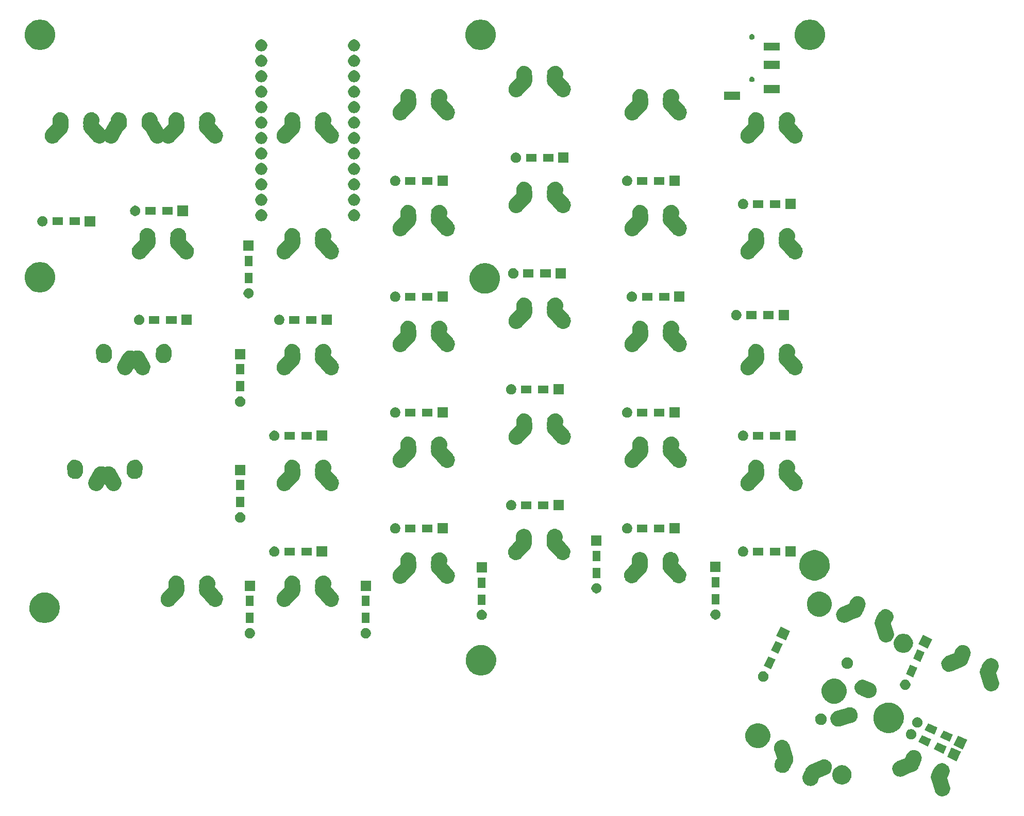
<source format=gbr>
G04 #@! TF.GenerationSoftware,KiCad,Pcbnew,(5.1.5)-3*
G04 #@! TF.CreationDate,2020-06-21T18:11:26+05:30*
G04 #@! TF.ProjectId,ergocape,6572676f-6361-4706-952e-6b696361645f,rev?*
G04 #@! TF.SameCoordinates,Original*
G04 #@! TF.FileFunction,Soldermask,Top*
G04 #@! TF.FilePolarity,Negative*
%FSLAX46Y46*%
G04 Gerber Fmt 4.6, Leading zero omitted, Abs format (unit mm)*
G04 Created by KiCad (PCBNEW (5.1.5)-3) date 2020-06-21 18:11:26*
%MOMM*%
%LPD*%
G04 APERTURE LIST*
%ADD10C,0.100000*%
G04 APERTURE END LIST*
D10*
G36*
X188362158Y-140369365D02*
G01*
X188447574Y-140370588D01*
X188698184Y-140424177D01*
X188933522Y-140525628D01*
X188933523Y-140525629D01*
X188933526Y-140525630D01*
X189035441Y-140595858D01*
X189144547Y-140671041D01*
X189204530Y-140732767D01*
X189323148Y-140854830D01*
X189418869Y-141002624D01*
X189462462Y-141069931D01*
X189485297Y-141127373D01*
X189557135Y-141308077D01*
X189572496Y-141391529D01*
X189603529Y-141560116D01*
X189599861Y-141816365D01*
X189557220Y-142015775D01*
X189546271Y-142066978D01*
X189470246Y-142243335D01*
X189470244Y-142243340D01*
X189470242Y-142243343D01*
X189272435Y-142601003D01*
X189224547Y-142687590D01*
X189214847Y-142710092D01*
X189209723Y-142734055D01*
X189209372Y-142758556D01*
X189214329Y-142784413D01*
X189641776Y-144191309D01*
X189679328Y-144379662D01*
X189679439Y-144635937D01*
X189629552Y-144887310D01*
X189604562Y-144947715D01*
X189531584Y-145124117D01*
X189530910Y-145125126D01*
X189389298Y-145337265D01*
X189208164Y-145518557D01*
X188995141Y-145661029D01*
X188876779Y-145710116D01*
X188758418Y-145759204D01*
X188674641Y-145775906D01*
X188507089Y-145809310D01*
X188378953Y-145809366D01*
X188250816Y-145809422D01*
X188250814Y-145809422D01*
X187999442Y-145759535D01*
X187762634Y-145661566D01*
X187549488Y-145519281D01*
X187368195Y-145338146D01*
X187225723Y-145125124D01*
X187152148Y-144947715D01*
X186621363Y-143200691D01*
X186544767Y-142948585D01*
X186538713Y-142918220D01*
X186507214Y-142760228D01*
X186507145Y-142601003D01*
X186507102Y-142503956D01*
X186531198Y-142382542D01*
X186556990Y-142252582D01*
X186654959Y-142015773D01*
X186743001Y-141883884D01*
X186754542Y-141862270D01*
X186761271Y-141840630D01*
X186774018Y-141781019D01*
X186850048Y-141604649D01*
X187193274Y-140984051D01*
X187248208Y-140904331D01*
X187302252Y-140825902D01*
X187486040Y-140647301D01*
X187701138Y-140507989D01*
X187701141Y-140507987D01*
X187807725Y-140465616D01*
X187939287Y-140413314D01*
X188084447Y-140386594D01*
X188191326Y-140366920D01*
X188191330Y-140366920D01*
X188362158Y-140369365D01*
G37*
G36*
X169195088Y-139764628D02*
G01*
X169243279Y-139778697D01*
X169441091Y-139836447D01*
X169621536Y-139930482D01*
X169668358Y-139954882D01*
X169868153Y-140115377D01*
X170032798Y-140311767D01*
X170155965Y-140536503D01*
X170194532Y-140659009D01*
X170232921Y-140780950D01*
X170257473Y-141006033D01*
X170260710Y-141035714D01*
X170238263Y-141291003D01*
X170238262Y-141291006D01*
X170166444Y-141537007D01*
X170099022Y-141666383D01*
X170048009Y-141764274D01*
X169887514Y-141964068D01*
X169691124Y-142128713D01*
X169522700Y-142221018D01*
X168170203Y-142797906D01*
X168148718Y-142809682D01*
X168129940Y-142825425D01*
X168114594Y-142844528D01*
X168102598Y-142867966D01*
X167920209Y-143341746D01*
X167833972Y-143513357D01*
X167676440Y-143715497D01*
X167622468Y-143762117D01*
X167482499Y-143883020D01*
X167259609Y-144009485D01*
X167211931Y-144025271D01*
X167016320Y-144090040D01*
X166761994Y-144121583D01*
X166761989Y-144121583D01*
X166506407Y-144102904D01*
X166506404Y-144102903D01*
X166506401Y-144102903D01*
X166259365Y-144034718D01*
X166259364Y-144034718D01*
X166259362Y-144034717D01*
X166030376Y-143919649D01*
X165828237Y-143762118D01*
X165787967Y-143715497D01*
X165715041Y-143631071D01*
X165660713Y-143568176D01*
X165534248Y-143345286D01*
X165516508Y-143291707D01*
X165453693Y-143101997D01*
X165422150Y-142847671D01*
X165422150Y-142847666D01*
X165440829Y-142592084D01*
X165440830Y-142592081D01*
X165440830Y-142592078D01*
X165491930Y-142406941D01*
X165746715Y-141745102D01*
X165832951Y-141573492D01*
X165870416Y-141525418D01*
X165883511Y-141504709D01*
X165891811Y-141483614D01*
X165892109Y-141482594D01*
X165929803Y-141353479D01*
X165936252Y-141331390D01*
X165999485Y-141210051D01*
X166054685Y-141104125D01*
X166215180Y-140904330D01*
X166411570Y-140739685D01*
X166579994Y-140647380D01*
X168501838Y-139827643D01*
X168685034Y-139769970D01*
X168734008Y-139764628D01*
X168939795Y-139742181D01*
X168939798Y-139742181D01*
X169195088Y-139764628D01*
G37*
G36*
X172180734Y-140738235D02*
G01*
X172356662Y-140773229D01*
X172422299Y-140800417D01*
X172643292Y-140891955D01*
X172643293Y-140891956D01*
X172901255Y-141064320D01*
X173120634Y-141283699D01*
X173192683Y-141391529D01*
X173292999Y-141541662D01*
X173325827Y-141620917D01*
X173411725Y-141828292D01*
X173420381Y-141871808D01*
X173459202Y-142066974D01*
X173472251Y-142132579D01*
X173472251Y-142442827D01*
X173411725Y-142747114D01*
X173385808Y-142809682D01*
X173292999Y-143033744D01*
X173292998Y-143033745D01*
X173120634Y-143291707D01*
X172901255Y-143511086D01*
X172802634Y-143576982D01*
X172643292Y-143683451D01*
X172475388Y-143752999D01*
X172356662Y-143802177D01*
X172204518Y-143832440D01*
X172052376Y-143862703D01*
X171742126Y-143862703D01*
X171589984Y-143832440D01*
X171437840Y-143802177D01*
X171319114Y-143752999D01*
X171151210Y-143683451D01*
X170991868Y-143576982D01*
X170893247Y-143511086D01*
X170673868Y-143291707D01*
X170501504Y-143033745D01*
X170501503Y-143033744D01*
X170408694Y-142809682D01*
X170382777Y-142747114D01*
X170322251Y-142442827D01*
X170322251Y-142132579D01*
X170335301Y-142066974D01*
X170374121Y-141871808D01*
X170382777Y-141828292D01*
X170468675Y-141620917D01*
X170501503Y-141541662D01*
X170601819Y-141391529D01*
X170673868Y-141283699D01*
X170893247Y-141064320D01*
X171151209Y-140891956D01*
X171151210Y-140891955D01*
X171372203Y-140800417D01*
X171437840Y-140773229D01*
X171613768Y-140738235D01*
X171742126Y-140712703D01*
X172052376Y-140712703D01*
X172180734Y-140738235D01*
G37*
G36*
X183919415Y-138234521D02*
G01*
X184166451Y-138302706D01*
X184166452Y-138302706D01*
X184166454Y-138302707D01*
X184395440Y-138417775D01*
X184597579Y-138575306D01*
X184765103Y-138769248D01*
X184891568Y-138992138D01*
X184912273Y-139054671D01*
X184972123Y-139235427D01*
X185003666Y-139489753D01*
X185003666Y-139489758D01*
X184984987Y-139745342D01*
X184984986Y-139745345D01*
X184984986Y-139745347D01*
X184962272Y-139827642D01*
X184933887Y-139930482D01*
X184892188Y-140038799D01*
X184679101Y-140592322D01*
X184592864Y-140763933D01*
X184579602Y-140780950D01*
X184555402Y-140812003D01*
X184542306Y-140832714D01*
X184534006Y-140853810D01*
X184489566Y-141006033D01*
X184415053Y-141149016D01*
X184371131Y-141233300D01*
X184210636Y-141433094D01*
X184014246Y-141597739D01*
X183845822Y-141690044D01*
X182962112Y-142066978D01*
X181923974Y-142509782D01*
X181740781Y-142567454D01*
X181486020Y-142595243D01*
X181486017Y-142595243D01*
X181230729Y-142572796D01*
X181009269Y-142508141D01*
X180984723Y-142500975D01*
X180906864Y-142460401D01*
X180757458Y-142382542D01*
X180557663Y-142222047D01*
X180393018Y-142025657D01*
X180269851Y-141800921D01*
X180192895Y-141556474D01*
X180189508Y-141525420D01*
X180165106Y-141301713D01*
X180166047Y-141291006D01*
X180187553Y-141046422D01*
X180251933Y-140825903D01*
X180259374Y-140800416D01*
X180334171Y-140656886D01*
X180377807Y-140573151D01*
X180538302Y-140373356D01*
X180734692Y-140208711D01*
X180903116Y-140116406D01*
X182255613Y-139539517D01*
X182277098Y-139527741D01*
X182295876Y-139511998D01*
X182311222Y-139492894D01*
X182323222Y-139469449D01*
X182323997Y-139467435D01*
X182505607Y-138995678D01*
X182591843Y-138824068D01*
X182723682Y-138654897D01*
X182749375Y-138621928D01*
X182943315Y-138454406D01*
X182943316Y-138454405D01*
X183007875Y-138417775D01*
X183166209Y-138327938D01*
X183247034Y-138301177D01*
X183409496Y-138247384D01*
X183663821Y-138215841D01*
X183919415Y-138234521D01*
G37*
G36*
X162282928Y-136549421D02*
G01*
X162426373Y-136577889D01*
X162663182Y-136675858D01*
X162876328Y-136818143D01*
X163057621Y-136999277D01*
X163200093Y-137212300D01*
X163273668Y-137389708D01*
X163881050Y-139388841D01*
X163918602Y-139577194D01*
X163918713Y-139833469D01*
X163868826Y-140084842D01*
X163855098Y-140118025D01*
X163770858Y-140321649D01*
X163759220Y-140339083D01*
X163682814Y-140453542D01*
X163671274Y-140475153D01*
X163664546Y-140496791D01*
X163652831Y-140551574D01*
X163651797Y-140556410D01*
X163575772Y-140732767D01*
X163575770Y-140732772D01*
X163575768Y-140732775D01*
X163442152Y-140974370D01*
X163232538Y-141353379D01*
X163161976Y-141455778D01*
X163123564Y-141511522D01*
X162953411Y-141676872D01*
X162939772Y-141690126D01*
X162724676Y-141829437D01*
X162486530Y-141924110D01*
X162234485Y-141970505D01*
X161985000Y-141966933D01*
X161978242Y-141966836D01*
X161727632Y-141913247D01*
X161492294Y-141811796D01*
X161492293Y-141811795D01*
X161492290Y-141811794D01*
X161281272Y-141666385D01*
X161281269Y-141666383D01*
X161115919Y-141496230D01*
X161102665Y-141482591D01*
X160963354Y-141267495D01*
X160868681Y-141029349D01*
X160822286Y-140777304D01*
X160825955Y-140521063D01*
X160828751Y-140507989D01*
X160879544Y-140270451D01*
X160955574Y-140094081D01*
X161201273Y-139649825D01*
X161210969Y-139627332D01*
X161216093Y-139603369D01*
X161216444Y-139578868D01*
X161211486Y-139553007D01*
X160866577Y-138417775D01*
X160784041Y-138146117D01*
X160774715Y-138099339D01*
X160746488Y-137957760D01*
X160746387Y-137725544D01*
X160746376Y-137701488D01*
X160781900Y-137522493D01*
X160796264Y-137450114D01*
X160894233Y-137213305D01*
X161036518Y-137000159D01*
X161217652Y-136818866D01*
X161430675Y-136676394D01*
X161431967Y-136675858D01*
X161667395Y-136578220D01*
X161751063Y-136561540D01*
X161918727Y-136528113D01*
X162046892Y-136528057D01*
X162174999Y-136528001D01*
X162282928Y-136549421D01*
G37*
G36*
X191453424Y-138503803D02*
G01*
X190734128Y-140046339D01*
X189191592Y-139327043D01*
X189910888Y-137784507D01*
X191453424Y-138503803D01*
G37*
G36*
X189103131Y-137628520D02*
G01*
X188568746Y-138774513D01*
X188552882Y-138808532D01*
X188552882Y-138808533D01*
X187010347Y-138089236D01*
X187560596Y-136909223D01*
X189103131Y-137628520D01*
G37*
G36*
X192474424Y-136556803D02*
G01*
X191755128Y-138099339D01*
X190212592Y-137380043D01*
X190931888Y-135837507D01*
X192474424Y-136556803D01*
G37*
G36*
X158681594Y-133880685D02*
G01*
X158880370Y-133963021D01*
X159053743Y-134034834D01*
X159388668Y-134258624D01*
X159673497Y-134543453D01*
X159897287Y-134878378D01*
X159932017Y-134962224D01*
X160051436Y-135250527D01*
X160130020Y-135645595D01*
X160130020Y-136048407D01*
X160051436Y-136443475D01*
X159961137Y-136661475D01*
X159897287Y-136815624D01*
X159673497Y-137150549D01*
X159388668Y-137435378D01*
X159053743Y-137659168D01*
X158951573Y-137701488D01*
X158681594Y-137813317D01*
X158286526Y-137891901D01*
X157883714Y-137891901D01*
X157488646Y-137813317D01*
X157218667Y-137701488D01*
X157116497Y-137659168D01*
X156781572Y-137435378D01*
X156496743Y-137150549D01*
X156272953Y-136815624D01*
X156209103Y-136661475D01*
X156118804Y-136443475D01*
X156040220Y-136048407D01*
X156040220Y-135645595D01*
X156118804Y-135250527D01*
X156238223Y-134962224D01*
X156272953Y-134878378D01*
X156496743Y-134543453D01*
X156781572Y-134258624D01*
X157116497Y-134034834D01*
X157289870Y-133963021D01*
X157488646Y-133880685D01*
X157883714Y-133802101D01*
X158286526Y-133802101D01*
X158681594Y-133880685D01*
G37*
G36*
X186565469Y-136445188D02*
G01*
X186063114Y-137522493D01*
X186015220Y-137625200D01*
X186015220Y-137625201D01*
X184472685Y-136905904D01*
X185022934Y-135725891D01*
X186565469Y-136445188D01*
G37*
G36*
X190124131Y-135681520D02*
G01*
X189593778Y-136818866D01*
X189573882Y-136861532D01*
X189573882Y-136861533D01*
X188031347Y-136142236D01*
X188581596Y-134962223D01*
X190124131Y-135681520D01*
G37*
G36*
X183501536Y-134800704D02*
G01*
X183656408Y-134864854D01*
X183795789Y-134957986D01*
X183914323Y-135076520D01*
X184007455Y-135215901D01*
X184071605Y-135370773D01*
X184104308Y-135535185D01*
X184104308Y-135702817D01*
X184071605Y-135867229D01*
X184007455Y-136022101D01*
X183914323Y-136161482D01*
X183795789Y-136280016D01*
X183656408Y-136373148D01*
X183501536Y-136437298D01*
X183337124Y-136470001D01*
X183169492Y-136470001D01*
X183005080Y-136437298D01*
X182850208Y-136373148D01*
X182710827Y-136280016D01*
X182592293Y-136161482D01*
X182499161Y-136022101D01*
X182435011Y-135867229D01*
X182402308Y-135702817D01*
X182402308Y-135535185D01*
X182435011Y-135370773D01*
X182499161Y-135215901D01*
X182592293Y-135076520D01*
X182710827Y-134957986D01*
X182850208Y-134864854D01*
X183005080Y-134800704D01*
X183169492Y-134768001D01*
X183337124Y-134768001D01*
X183501536Y-134800704D01*
G37*
G36*
X187586469Y-134498188D02*
G01*
X187206936Y-135312100D01*
X187036220Y-135678200D01*
X187036220Y-135678201D01*
X185493685Y-134958904D01*
X186043934Y-133778891D01*
X187586469Y-134498188D01*
G37*
G36*
X180041829Y-130454268D02*
G01*
X180283423Y-130502324D01*
X180738576Y-130690855D01*
X180841677Y-130759745D01*
X181148202Y-130964558D01*
X181496562Y-131312918D01*
X181661700Y-131560065D01*
X181770265Y-131722544D01*
X181958796Y-132177697D01*
X181968470Y-132226330D01*
X182054908Y-132660884D01*
X182054908Y-133153540D01*
X182025505Y-133301358D01*
X181958796Y-133636727D01*
X181866750Y-133858946D01*
X181770266Y-134091878D01*
X181496562Y-134501506D01*
X181148202Y-134849866D01*
X180841677Y-135054679D01*
X180738576Y-135123569D01*
X180283423Y-135312100D01*
X180041829Y-135360156D01*
X179800236Y-135408212D01*
X179307580Y-135408212D01*
X179065987Y-135360156D01*
X178824393Y-135312100D01*
X178369240Y-135123569D01*
X178266139Y-135054679D01*
X177959614Y-134849866D01*
X177611254Y-134501506D01*
X177337550Y-134091878D01*
X177241066Y-133858946D01*
X177149020Y-133636727D01*
X177082311Y-133301358D01*
X177052908Y-133153540D01*
X177052908Y-132660884D01*
X177139346Y-132226330D01*
X177149020Y-132177697D01*
X177337551Y-131722544D01*
X177446116Y-131560065D01*
X177611254Y-131312918D01*
X177959614Y-130964558D01*
X178266139Y-130759745D01*
X178369240Y-130690855D01*
X178824393Y-130502324D01*
X179065987Y-130454268D01*
X179307580Y-130406212D01*
X179800236Y-130406212D01*
X180041829Y-130454268D01*
G37*
G36*
X184522536Y-132853704D02*
G01*
X184677408Y-132917854D01*
X184816789Y-133010986D01*
X184935323Y-133129520D01*
X185028455Y-133268901D01*
X185092605Y-133423773D01*
X185125308Y-133588185D01*
X185125308Y-133755817D01*
X185092605Y-133920229D01*
X185028455Y-134075101D01*
X184935323Y-134214482D01*
X184816789Y-134333016D01*
X184677408Y-134426148D01*
X184522536Y-134490298D01*
X184358124Y-134523001D01*
X184190492Y-134523001D01*
X184026080Y-134490298D01*
X183871208Y-134426148D01*
X183731827Y-134333016D01*
X183613293Y-134214482D01*
X183520161Y-134075101D01*
X183456011Y-133920229D01*
X183423308Y-133755817D01*
X183423308Y-133588185D01*
X183456011Y-133423773D01*
X183520161Y-133268901D01*
X183613293Y-133129520D01*
X183731827Y-133010986D01*
X183871208Y-132917854D01*
X184026080Y-132853704D01*
X184190492Y-132821001D01*
X184358124Y-132821001D01*
X184522536Y-132853704D01*
G37*
G36*
X173450855Y-131199725D02*
G01*
X173559538Y-131221294D01*
X173559543Y-131221296D01*
X173559855Y-131221358D01*
X173692132Y-131276149D01*
X173692183Y-131276170D01*
X173796634Y-131319381D01*
X173913312Y-131397343D01*
X174009493Y-131461548D01*
X174009496Y-131461551D01*
X174009752Y-131461722D01*
X174107024Y-131558994D01*
X174108133Y-131560102D01*
X174108134Y-131560103D01*
X174190998Y-131642895D01*
X174266236Y-131755495D01*
X174333257Y-131855705D01*
X174333258Y-131855708D01*
X174333422Y-131855953D01*
X174383726Y-131977399D01*
X174406578Y-132032501D01*
X174431543Y-132092696D01*
X174456587Y-132218604D01*
X174456598Y-132218658D01*
X174481593Y-132344030D01*
X174481593Y-132469592D01*
X174481650Y-132600308D01*
X174457660Y-132720912D01*
X174433458Y-132842861D01*
X174431710Y-132851670D01*
X174385533Y-132963151D01*
X174385512Y-132963201D01*
X174333693Y-133088457D01*
X174267409Y-133187659D01*
X174213174Y-133268904D01*
X174191362Y-133301578D01*
X174107820Y-133385120D01*
X174106713Y-133386228D01*
X174106712Y-133386229D01*
X174010185Y-133482840D01*
X173923844Y-133540530D01*
X173913376Y-133547524D01*
X173797352Y-133625123D01*
X173797348Y-133625125D01*
X173797135Y-133625267D01*
X173689249Y-133669955D01*
X173619943Y-133698698D01*
X173619939Y-133698699D01*
X173614654Y-133700891D01*
X173613980Y-133701133D01*
X173560080Y-133723459D01*
X173503473Y-133734719D01*
X173491526Y-133737714D01*
X172890797Y-133920229D01*
X171620813Y-134306079D01*
X171620811Y-134306079D01*
X171620809Y-134306080D01*
X171432456Y-134343632D01*
X171304263Y-134343688D01*
X171176184Y-134343744D01*
X171068255Y-134322324D01*
X170924810Y-134293856D01*
X170741859Y-134218168D01*
X170688003Y-134195888D01*
X170688002Y-134195888D01*
X170688001Y-134195887D01*
X170474855Y-134053602D01*
X170293562Y-133872468D01*
X170151090Y-133659445D01*
X170136965Y-133625386D01*
X170052916Y-133422725D01*
X170022250Y-133268904D01*
X170002809Y-133171393D01*
X170002746Y-133026589D01*
X170002697Y-132915121D01*
X170038220Y-132736130D01*
X170052585Y-132663747D01*
X170150554Y-132426938D01*
X170292839Y-132213792D01*
X170473973Y-132032499D01*
X170686996Y-131890027D01*
X170864404Y-131816452D01*
X172735590Y-131247943D01*
X172747083Y-131243828D01*
X172801105Y-131221451D01*
X172943590Y-131193110D01*
X173051890Y-131171518D01*
X173051892Y-131171518D01*
X173052208Y-131171455D01*
X173197343Y-131171455D01*
X173308165Y-131171407D01*
X173308491Y-131171407D01*
X173450855Y-131199725D01*
G37*
G36*
X168742402Y-132205802D02*
G01*
X168915473Y-132277490D01*
X168915474Y-132277491D01*
X169071234Y-132381566D01*
X169203697Y-132514029D01*
X169256088Y-132592438D01*
X169307773Y-132669790D01*
X169379461Y-132842861D01*
X169416007Y-133026589D01*
X169416007Y-133213923D01*
X169379461Y-133397651D01*
X169307773Y-133570722D01*
X169296104Y-133588186D01*
X169203697Y-133726483D01*
X169071234Y-133858946D01*
X168992825Y-133911337D01*
X168915473Y-133963022D01*
X168742402Y-134034710D01*
X168558674Y-134071256D01*
X168371340Y-134071256D01*
X168187612Y-134034710D01*
X168014541Y-133963022D01*
X167937189Y-133911337D01*
X167858780Y-133858946D01*
X167726317Y-133726483D01*
X167633910Y-133588186D01*
X167622241Y-133570722D01*
X167550553Y-133397651D01*
X167514007Y-133213923D01*
X167514007Y-133026589D01*
X167550553Y-132842861D01*
X167622241Y-132669790D01*
X167673926Y-132592438D01*
X167726317Y-132514029D01*
X167858780Y-132381566D01*
X168014540Y-132277491D01*
X168014541Y-132277490D01*
X168187612Y-132205802D01*
X168371340Y-132169256D01*
X168558674Y-132169256D01*
X168742402Y-132205802D01*
G37*
G36*
X171208382Y-126549896D02*
G01*
X171377174Y-126619812D01*
X171580531Y-126704045D01*
X171915456Y-126927835D01*
X172200285Y-127212664D01*
X172424075Y-127547589D01*
X172479497Y-127681390D01*
X172578224Y-127919738D01*
X172656808Y-128314806D01*
X172656808Y-128717618D01*
X172578224Y-129112686D01*
X172524695Y-129241916D01*
X172424075Y-129484835D01*
X172200285Y-129819760D01*
X171915456Y-130104589D01*
X171580531Y-130328379D01*
X171426382Y-130392229D01*
X171208382Y-130482528D01*
X170813314Y-130561112D01*
X170410502Y-130561112D01*
X170015434Y-130482528D01*
X169797434Y-130392229D01*
X169643285Y-130328379D01*
X169308360Y-130104589D01*
X169023531Y-129819760D01*
X168799741Y-129484835D01*
X168699121Y-129241916D01*
X168645592Y-129112686D01*
X168567008Y-128717618D01*
X168567008Y-128314806D01*
X168645592Y-127919738D01*
X168744319Y-127681390D01*
X168799741Y-127547589D01*
X169023531Y-127212664D01*
X169308360Y-126927835D01*
X169643285Y-126704045D01*
X169846642Y-126619812D01*
X170015434Y-126549896D01*
X170410502Y-126471312D01*
X170813314Y-126471312D01*
X171208382Y-126549896D01*
G37*
G36*
X175673172Y-126689912D02*
G01*
X175909938Y-126787984D01*
X175909940Y-126787985D01*
X176025140Y-126864959D01*
X176038850Y-126874120D01*
X176060461Y-126885671D01*
X176083910Y-126892784D01*
X176126327Y-126901221D01*
X176219974Y-126940011D01*
X176222810Y-126941145D01*
X176641797Y-127102819D01*
X176662409Y-127108798D01*
X176668890Y-127110087D01*
X176779894Y-127156067D01*
X176782693Y-127157186D01*
X176817295Y-127170538D01*
X176824623Y-127174228D01*
X176832982Y-127178057D01*
X176905658Y-127208160D01*
X176940986Y-127231765D01*
X176954216Y-127239476D01*
X176988837Y-127256908D01*
X177045966Y-127301502D01*
X177053434Y-127306901D01*
X177118741Y-127350538D01*
X177148740Y-127380537D01*
X177160212Y-127390681D01*
X177190854Y-127414600D01*
X177238307Y-127469624D01*
X177244570Y-127476367D01*
X177299957Y-127531754D01*
X177323450Y-127566913D01*
X177332722Y-127579100D01*
X177358221Y-127608667D01*
X177394174Y-127672150D01*
X177399004Y-127679989D01*
X177400825Y-127682715D01*
X177442335Y-127744839D01*
X177458435Y-127783709D01*
X177465153Y-127797476D01*
X177484518Y-127831668D01*
X177507520Y-127901322D01*
X177510730Y-127909960D01*
X177540406Y-127981604D01*
X177548564Y-128022618D01*
X177552465Y-128037422D01*
X177564879Y-128075014D01*
X177573912Y-128148315D01*
X177575373Y-128157396D01*
X177590402Y-128232952D01*
X177590402Y-128274465D01*
X177591339Y-128289740D01*
X177596222Y-128329364D01*
X177596222Y-128329369D01*
X177590742Y-128403547D01*
X177590402Y-128412756D01*
X177590402Y-128489231D01*
X177582371Y-128529608D01*
X177580309Y-128544783D01*
X177577342Y-128584943D01*
X177557339Y-128657194D01*
X177555209Y-128666160D01*
X177540406Y-128740581D01*
X177524787Y-128778288D01*
X177519804Y-128792769D01*
X177508963Y-128831926D01*
X177474976Y-128899428D01*
X177471138Y-128907806D01*
X177442333Y-128977347D01*
X177419863Y-129010976D01*
X177412150Y-129024208D01*
X177393714Y-129060825D01*
X177346836Y-129120880D01*
X177341438Y-129128347D01*
X177299956Y-129190429D01*
X177271612Y-129218773D01*
X177261466Y-129230247D01*
X177236025Y-129262839D01*
X177177891Y-129312975D01*
X177171139Y-129319246D01*
X177118741Y-129371644D01*
X177085696Y-129393724D01*
X177073506Y-129402998D01*
X177041950Y-129430213D01*
X176974691Y-129468305D01*
X176966846Y-129473138D01*
X176905657Y-129514023D01*
X176869225Y-129529113D01*
X176855458Y-129535831D01*
X176818960Y-129556502D01*
X176818957Y-129556503D01*
X176745107Y-129580891D01*
X176736488Y-129584094D01*
X176715769Y-129592676D01*
X176668887Y-129612096D01*
X176630466Y-129619738D01*
X176615657Y-129623640D01*
X176575609Y-129636865D01*
X176498047Y-129646423D01*
X176488960Y-129647885D01*
X176417541Y-129662091D01*
X176378569Y-129662091D01*
X176363290Y-129663029D01*
X176321258Y-129668208D01*
X176321255Y-129668208D01*
X176243055Y-129662431D01*
X176233846Y-129662091D01*
X176161263Y-129662091D01*
X176123185Y-129654517D01*
X176108008Y-129652455D01*
X176079307Y-129650335D01*
X176065680Y-129649328D01*
X175989935Y-129628358D01*
X175980978Y-129626230D01*
X175909915Y-129612095D01*
X175816293Y-129573316D01*
X175813458Y-129572182D01*
X175394442Y-129410496D01*
X175373827Y-129404517D01*
X175367352Y-129403229D01*
X175256361Y-129357255D01*
X175253525Y-129356121D01*
X175218949Y-129342779D01*
X175211634Y-129339096D01*
X175203254Y-129335257D01*
X175130582Y-129305155D01*
X175095256Y-129281551D01*
X175082032Y-129273843D01*
X175047402Y-129256407D01*
X175005493Y-129223693D01*
X174984793Y-129210583D01*
X174952968Y-129199632D01*
X174914197Y-129191920D01*
X174677432Y-129093848D01*
X174677431Y-129093848D01*
X174677430Y-129093847D01*
X174464346Y-128951469D01*
X174283132Y-128770255D01*
X174140754Y-128557171D01*
X174080935Y-128412756D01*
X174042681Y-128320403D01*
X173992685Y-128069055D01*
X173992685Y-127812777D01*
X174042681Y-127561429D01*
X174140753Y-127324663D01*
X174156229Y-127301502D01*
X174283132Y-127111577D01*
X174464346Y-126930363D01*
X174677430Y-126787985D01*
X174677432Y-126787984D01*
X174914198Y-126689912D01*
X175165546Y-126639916D01*
X175421824Y-126639916D01*
X175673172Y-126689912D01*
G37*
G36*
X196412158Y-123104365D02*
G01*
X196497574Y-123105588D01*
X196748184Y-123159177D01*
X196983522Y-123260628D01*
X196983523Y-123260629D01*
X196983526Y-123260630D01*
X197085441Y-123330858D01*
X197194547Y-123406041D01*
X197256947Y-123470254D01*
X197373148Y-123589830D01*
X197471077Y-123741033D01*
X197512462Y-123804931D01*
X197535297Y-123862373D01*
X197607135Y-124043077D01*
X197622496Y-124126529D01*
X197653529Y-124295116D01*
X197649861Y-124551365D01*
X197607220Y-124750775D01*
X197596271Y-124801978D01*
X197520246Y-124978335D01*
X197520244Y-124978340D01*
X197520242Y-124978343D01*
X197294422Y-125386654D01*
X197274547Y-125422590D01*
X197264847Y-125445092D01*
X197259723Y-125469055D01*
X197259372Y-125493556D01*
X197264329Y-125519413D01*
X197691776Y-126926309D01*
X197729328Y-127114662D01*
X197729439Y-127370937D01*
X197679552Y-127622310D01*
X197658933Y-127672150D01*
X197581584Y-127859117D01*
X197535352Y-127928373D01*
X197439298Y-128072265D01*
X197258164Y-128253557D01*
X197045141Y-128396029D01*
X196943213Y-128438301D01*
X196808418Y-128494204D01*
X196724641Y-128510906D01*
X196557089Y-128544310D01*
X196428950Y-128544366D01*
X196300816Y-128544422D01*
X196300814Y-128544422D01*
X196049442Y-128494535D01*
X195812634Y-128396566D01*
X195599488Y-128254281D01*
X195418195Y-128073146D01*
X195303277Y-127901322D01*
X195275724Y-127860126D01*
X195275306Y-127859117D01*
X195202148Y-127682715D01*
X194701991Y-126036500D01*
X194594767Y-125683585D01*
X194590136Y-125660357D01*
X194557214Y-125495228D01*
X194557145Y-125336003D01*
X194557102Y-125238956D01*
X194581198Y-125117542D01*
X194606990Y-124987582D01*
X194700870Y-124760657D01*
X194704958Y-124750775D01*
X194771657Y-124650859D01*
X194793001Y-124618884D01*
X194804542Y-124597270D01*
X194811271Y-124575630D01*
X194824018Y-124516019D01*
X194900048Y-124339649D01*
X195243274Y-123719051D01*
X195255662Y-123701073D01*
X195352252Y-123560902D01*
X195536040Y-123382301D01*
X195751138Y-123242989D01*
X195751141Y-123242987D01*
X195865130Y-123197672D01*
X195989287Y-123148314D01*
X196134447Y-123121594D01*
X196241326Y-123101920D01*
X196241330Y-123101920D01*
X196412158Y-123104365D01*
G37*
G36*
X182539925Y-126652515D02*
G01*
X182694797Y-126716665D01*
X182834178Y-126809797D01*
X182952712Y-126928331D01*
X183045844Y-127067712D01*
X183109994Y-127222584D01*
X183142697Y-127386996D01*
X183142697Y-127554628D01*
X183109994Y-127719040D01*
X183045844Y-127873912D01*
X182952712Y-128013293D01*
X182834178Y-128131827D01*
X182694797Y-128224959D01*
X182539925Y-128289109D01*
X182375513Y-128321812D01*
X182207881Y-128321812D01*
X182043469Y-128289109D01*
X181888597Y-128224959D01*
X181749216Y-128131827D01*
X181630682Y-128013293D01*
X181537550Y-127873912D01*
X181473400Y-127719040D01*
X181440697Y-127554628D01*
X181440697Y-127386996D01*
X181473400Y-127222584D01*
X181537550Y-127067712D01*
X181630682Y-126928331D01*
X181749216Y-126809797D01*
X181888597Y-126716665D01*
X182043469Y-126652515D01*
X182207881Y-126619812D01*
X182375513Y-126619812D01*
X182539925Y-126652515D01*
G37*
G36*
X159205925Y-125292515D02*
G01*
X159360797Y-125356665D01*
X159500178Y-125449797D01*
X159618712Y-125568331D01*
X159711844Y-125707712D01*
X159775994Y-125862584D01*
X159808697Y-126026996D01*
X159808697Y-126194628D01*
X159775994Y-126359040D01*
X159711844Y-126513912D01*
X159618712Y-126653293D01*
X159500178Y-126771827D01*
X159360797Y-126864959D01*
X159205925Y-126929109D01*
X159041513Y-126961812D01*
X158873881Y-126961812D01*
X158709469Y-126929109D01*
X158554597Y-126864959D01*
X158415216Y-126771827D01*
X158296682Y-126653293D01*
X158203550Y-126513912D01*
X158139400Y-126359040D01*
X158106697Y-126194628D01*
X158106697Y-126026996D01*
X158139400Y-125862584D01*
X158203550Y-125707712D01*
X158296682Y-125568331D01*
X158415216Y-125449797D01*
X158554597Y-125356665D01*
X158709469Y-125292515D01*
X158873881Y-125259812D01*
X159041513Y-125259812D01*
X159205925Y-125292515D01*
G37*
G36*
X184297897Y-124708900D02*
G01*
X183578600Y-126251435D01*
X182398587Y-125701186D01*
X183117884Y-124158651D01*
X184297897Y-124708900D01*
G37*
G36*
X113030324Y-120982384D02*
G01*
X113315515Y-121039112D01*
X113770668Y-121227643D01*
X113799799Y-121247108D01*
X114180294Y-121501346D01*
X114528654Y-121849706D01*
X114716146Y-122130308D01*
X114794116Y-122246998D01*
X114802358Y-122259334D01*
X114857524Y-122392517D01*
X114934211Y-122577654D01*
X114990888Y-122714486D01*
X115087000Y-123197672D01*
X115087000Y-123690328D01*
X115040637Y-123923408D01*
X114990888Y-124173515D01*
X114802357Y-124628668D01*
X114747221Y-124711184D01*
X114528654Y-125038294D01*
X114180294Y-125386654D01*
X113908394Y-125568331D01*
X113770668Y-125660357D01*
X113770667Y-125660358D01*
X113770666Y-125660358D01*
X113714591Y-125683585D01*
X113315515Y-125848888D01*
X113073921Y-125896944D01*
X112832328Y-125945000D01*
X112339672Y-125945000D01*
X112098079Y-125896944D01*
X111856485Y-125848888D01*
X111457409Y-125683585D01*
X111401334Y-125660358D01*
X111401333Y-125660358D01*
X111401332Y-125660357D01*
X111263606Y-125568331D01*
X110991706Y-125386654D01*
X110643346Y-125038294D01*
X110424779Y-124711184D01*
X110369643Y-124628668D01*
X110181112Y-124173515D01*
X110131363Y-123923408D01*
X110085000Y-123690328D01*
X110085000Y-123197672D01*
X110181112Y-122714486D01*
X110237790Y-122577654D01*
X110314476Y-122392517D01*
X110369642Y-122259334D01*
X110377885Y-122246998D01*
X110455854Y-122130308D01*
X110643346Y-121849706D01*
X110991706Y-121501346D01*
X111372201Y-121247108D01*
X111401332Y-121227643D01*
X111856485Y-121039112D01*
X112141676Y-120982384D01*
X112339672Y-120943000D01*
X112832328Y-120943000D01*
X113030324Y-120982384D01*
G37*
G36*
X191969415Y-120969521D02*
G01*
X192216451Y-121037706D01*
X192216452Y-121037706D01*
X192216454Y-121037707D01*
X192445440Y-121152775D01*
X192647579Y-121310306D01*
X192815103Y-121504248D01*
X192941568Y-121727138D01*
X192952410Y-121759883D01*
X193022123Y-121970427D01*
X193053666Y-122224753D01*
X193053666Y-122224758D01*
X193034987Y-122480342D01*
X192983887Y-122665482D01*
X192932621Y-122798651D01*
X192729101Y-123327322D01*
X192644826Y-123495029D01*
X192642863Y-123498934D01*
X192605402Y-123547003D01*
X192592306Y-123567714D01*
X192584006Y-123588810D01*
X192539566Y-123741033D01*
X192455284Y-123902763D01*
X192421131Y-123968300D01*
X192260636Y-124168094D01*
X192064246Y-124332739D01*
X191895822Y-124425044D01*
X191012112Y-124801978D01*
X189973974Y-125244782D01*
X189790781Y-125302454D01*
X189536020Y-125330243D01*
X189536017Y-125330243D01*
X189280729Y-125307796D01*
X189064883Y-125244780D01*
X189034723Y-125235975D01*
X188956864Y-125195401D01*
X188807458Y-125117542D01*
X188607663Y-124957047D01*
X188443018Y-124760657D01*
X188319851Y-124535921D01*
X188242895Y-124291474D01*
X188224903Y-124126529D01*
X188215106Y-124036713D01*
X188215106Y-124036710D01*
X188237553Y-123781422D01*
X188301933Y-123560903D01*
X188309374Y-123535416D01*
X188389166Y-123382301D01*
X188427807Y-123308151D01*
X188588302Y-123108356D01*
X188784692Y-122943711D01*
X188953116Y-122851406D01*
X190305613Y-122274517D01*
X190327098Y-122262741D01*
X190345876Y-122246998D01*
X190361222Y-122227894D01*
X190373222Y-122204449D01*
X190389112Y-122163172D01*
X190555607Y-121730678D01*
X190641843Y-121559068D01*
X190733581Y-121441353D01*
X190799375Y-121356928D01*
X190993315Y-121189406D01*
X190993316Y-121189405D01*
X191057875Y-121152775D01*
X191216209Y-121062938D01*
X191297034Y-121036177D01*
X191459496Y-120982384D01*
X191713821Y-120950841D01*
X191969415Y-120969521D01*
G37*
G36*
X160963897Y-123348900D02*
G01*
X160244600Y-124891435D01*
X159064587Y-124341186D01*
X159783884Y-122798651D01*
X160963897Y-123348900D01*
G37*
G36*
X173036204Y-122997714D02*
G01*
X173209275Y-123069402D01*
X173263431Y-123105588D01*
X173365036Y-123173478D01*
X173497499Y-123305941D01*
X173511785Y-123327322D01*
X173601575Y-123461702D01*
X173673263Y-123634773D01*
X173709809Y-123818501D01*
X173709809Y-124005835D01*
X173673263Y-124189563D01*
X173601575Y-124362634D01*
X173601574Y-124362635D01*
X173497499Y-124518395D01*
X173365036Y-124650858D01*
X173301984Y-124692988D01*
X173209275Y-124754934D01*
X173036204Y-124826622D01*
X172852476Y-124863168D01*
X172665142Y-124863168D01*
X172481414Y-124826622D01*
X172308343Y-124754934D01*
X172215634Y-124692988D01*
X172152582Y-124650858D01*
X172020119Y-124518395D01*
X171916044Y-124362635D01*
X171916043Y-124362634D01*
X171844355Y-124189563D01*
X171807809Y-124005835D01*
X171807809Y-123818501D01*
X171844355Y-123634773D01*
X171916043Y-123461702D01*
X172005833Y-123327322D01*
X172020119Y-123305941D01*
X172152582Y-123173478D01*
X172254187Y-123105588D01*
X172308343Y-123069402D01*
X172481414Y-122997714D01*
X172665142Y-122961168D01*
X172852476Y-122961168D01*
X173036204Y-122997714D01*
G37*
G36*
X185481229Y-122171238D02*
G01*
X184761932Y-123713773D01*
X183581919Y-123163524D01*
X184301216Y-121620989D01*
X185481229Y-122171238D01*
G37*
G36*
X162147229Y-120811238D02*
G01*
X161427932Y-122353773D01*
X160247919Y-121803524D01*
X160967216Y-120260989D01*
X162147229Y-120811238D01*
G37*
G36*
X182447096Y-119134224D02*
G01*
X182565822Y-119183402D01*
X182733726Y-119252950D01*
X182760286Y-119270697D01*
X182991689Y-119425315D01*
X183211068Y-119644694D01*
X183280193Y-119748147D01*
X183383433Y-119902657D01*
X183427591Y-120009265D01*
X183502159Y-120189287D01*
X183510529Y-120231366D01*
X183562685Y-120493573D01*
X183562685Y-120803823D01*
X183560813Y-120813232D01*
X183502159Y-121108109D01*
X183461314Y-121206718D01*
X183383433Y-121394739D01*
X183383432Y-121394740D01*
X183211068Y-121652702D01*
X182991689Y-121872081D01*
X182880751Y-121946207D01*
X182733726Y-122044446D01*
X182565822Y-122113994D01*
X182447096Y-122163172D01*
X182142810Y-122223698D01*
X181832560Y-122223698D01*
X181528274Y-122163172D01*
X181409548Y-122113994D01*
X181241644Y-122044446D01*
X181094619Y-121946207D01*
X180983681Y-121872081D01*
X180764302Y-121652702D01*
X180591938Y-121394740D01*
X180591937Y-121394739D01*
X180514056Y-121206718D01*
X180473211Y-121108109D01*
X180414557Y-120813232D01*
X180412685Y-120803823D01*
X180412685Y-120493573D01*
X180464841Y-120231366D01*
X180473211Y-120189287D01*
X180547779Y-120009265D01*
X180591937Y-119902657D01*
X180695177Y-119748147D01*
X180764302Y-119644694D01*
X180983681Y-119425315D01*
X181215084Y-119270697D01*
X181241644Y-119252950D01*
X181409548Y-119183402D01*
X181528274Y-119134224D01*
X181832560Y-119073698D01*
X182142810Y-119073698D01*
X182447096Y-119134224D01*
G37*
G36*
X186719035Y-119989992D02*
G01*
X185999739Y-121532528D01*
X184457203Y-120813232D01*
X185176499Y-119270696D01*
X186719035Y-119989992D01*
G37*
G36*
X179135159Y-115041365D02*
G01*
X179220575Y-115042588D01*
X179471185Y-115096177D01*
X179706523Y-115197628D01*
X179706524Y-115197629D01*
X179706527Y-115197630D01*
X179808442Y-115267858D01*
X179917548Y-115343041D01*
X179979948Y-115407254D01*
X180096149Y-115526830D01*
X180194078Y-115678033D01*
X180235463Y-115741931D01*
X180258298Y-115799373D01*
X180330136Y-115980077D01*
X180345497Y-116063529D01*
X180376530Y-116232116D01*
X180372862Y-116488365D01*
X180320701Y-116732295D01*
X180319272Y-116738978D01*
X180243247Y-116915335D01*
X180243245Y-116915340D01*
X180243243Y-116915343D01*
X180003843Y-117348208D01*
X179997548Y-117359590D01*
X179987848Y-117382092D01*
X179982724Y-117406055D01*
X179982373Y-117430556D01*
X179987330Y-117456413D01*
X180414777Y-118863309D01*
X180452329Y-119051662D01*
X180452440Y-119307937D01*
X180402553Y-119559310D01*
X180377563Y-119619715D01*
X180304585Y-119796117D01*
X180303911Y-119797126D01*
X180162299Y-120009265D01*
X179981165Y-120190557D01*
X179768142Y-120333029D01*
X179649780Y-120382116D01*
X179531419Y-120431204D01*
X179447642Y-120447906D01*
X179280090Y-120481310D01*
X179151951Y-120481366D01*
X179023817Y-120481422D01*
X179023815Y-120481422D01*
X178772443Y-120431535D01*
X178535635Y-120333566D01*
X178322489Y-120191281D01*
X178141196Y-120010146D01*
X178008872Y-119812297D01*
X177998725Y-119797126D01*
X177998307Y-119796117D01*
X177925149Y-119619715D01*
X177394364Y-117872691D01*
X177317768Y-117620585D01*
X177315676Y-117610092D01*
X177280215Y-117432228D01*
X177280146Y-117273003D01*
X177280103Y-117175956D01*
X177304199Y-117054542D01*
X177329991Y-116924582D01*
X177427960Y-116687773D01*
X177516002Y-116555884D01*
X177527543Y-116534270D01*
X177534272Y-116512630D01*
X177547019Y-116453019D01*
X177623049Y-116276649D01*
X177966275Y-115656051D01*
X178036841Y-115553646D01*
X178075253Y-115497902D01*
X178259041Y-115319301D01*
X178474139Y-115179989D01*
X178474142Y-115179987D01*
X178580524Y-115137696D01*
X178712288Y-115085314D01*
X178857448Y-115058594D01*
X178964327Y-115038920D01*
X178964331Y-115038920D01*
X179135159Y-115041365D01*
G37*
G36*
X163385035Y-118629992D02*
G01*
X162665739Y-120172528D01*
X161123203Y-119453232D01*
X161842499Y-117910696D01*
X163385035Y-118629992D01*
G37*
G36*
X93910728Y-118175703D02*
G01*
X94065600Y-118239853D01*
X94204981Y-118332985D01*
X94323515Y-118451519D01*
X94416647Y-118590900D01*
X94480797Y-118745772D01*
X94513500Y-118910184D01*
X94513500Y-119077816D01*
X94480797Y-119242228D01*
X94416647Y-119397100D01*
X94323515Y-119536481D01*
X94204981Y-119655015D01*
X94065600Y-119748147D01*
X93910728Y-119812297D01*
X93746316Y-119845000D01*
X93578684Y-119845000D01*
X93414272Y-119812297D01*
X93259400Y-119748147D01*
X93120019Y-119655015D01*
X93001485Y-119536481D01*
X92908353Y-119397100D01*
X92844203Y-119242228D01*
X92811500Y-119077816D01*
X92811500Y-118910184D01*
X92844203Y-118745772D01*
X92908353Y-118590900D01*
X93001485Y-118451519D01*
X93120019Y-118332985D01*
X93259400Y-118239853D01*
X93414272Y-118175703D01*
X93578684Y-118143000D01*
X93746316Y-118143000D01*
X93910728Y-118175703D01*
G37*
G36*
X74860728Y-118175703D02*
G01*
X75015600Y-118239853D01*
X75154981Y-118332985D01*
X75273515Y-118451519D01*
X75366647Y-118590900D01*
X75430797Y-118745772D01*
X75463500Y-118910184D01*
X75463500Y-119077816D01*
X75430797Y-119242228D01*
X75366647Y-119397100D01*
X75273515Y-119536481D01*
X75154981Y-119655015D01*
X75015600Y-119748147D01*
X74860728Y-119812297D01*
X74696316Y-119845000D01*
X74528684Y-119845000D01*
X74364272Y-119812297D01*
X74209400Y-119748147D01*
X74070019Y-119655015D01*
X73951485Y-119536481D01*
X73858353Y-119397100D01*
X73794203Y-119242228D01*
X73761500Y-119077816D01*
X73761500Y-118910184D01*
X73794203Y-118745772D01*
X73858353Y-118590900D01*
X73951485Y-118451519D01*
X74070019Y-118332985D01*
X74209400Y-118239853D01*
X74364272Y-118175703D01*
X74528684Y-118143000D01*
X74696316Y-118143000D01*
X74860728Y-118175703D01*
G37*
G36*
X94313500Y-117345000D02*
G01*
X93011500Y-117345000D01*
X93011500Y-115643000D01*
X94313500Y-115643000D01*
X94313500Y-117345000D01*
G37*
G36*
X75263500Y-117345000D02*
G01*
X73961500Y-117345000D01*
X73961500Y-115643000D01*
X75263500Y-115643000D01*
X75263500Y-117345000D01*
G37*
G36*
X41293108Y-112337390D02*
G01*
X41623515Y-112403112D01*
X42078668Y-112591643D01*
X42165392Y-112649590D01*
X42488294Y-112865346D01*
X42836654Y-113213706D01*
X42988692Y-113441248D01*
X43102466Y-113611522D01*
X43110358Y-113623334D01*
X43127262Y-113664143D01*
X43298888Y-114078485D01*
X43335988Y-114265000D01*
X43395000Y-114561672D01*
X43395000Y-115054328D01*
X43353229Y-115264322D01*
X43298888Y-115537515D01*
X43245762Y-115665771D01*
X43115573Y-115980077D01*
X43110357Y-115992668D01*
X43075952Y-116044159D01*
X42836654Y-116402294D01*
X42488294Y-116750654D01*
X42184134Y-116953887D01*
X42078668Y-117024357D01*
X41623515Y-117212888D01*
X41381921Y-117260944D01*
X41140328Y-117309000D01*
X40647672Y-117309000D01*
X40406079Y-117260944D01*
X40164485Y-117212888D01*
X39709332Y-117024357D01*
X39603866Y-116953887D01*
X39299706Y-116750654D01*
X38951346Y-116402294D01*
X38712048Y-116044159D01*
X38677643Y-115992668D01*
X38672428Y-115980077D01*
X38542238Y-115665771D01*
X38489112Y-115537515D01*
X38434771Y-115264322D01*
X38393000Y-115054328D01*
X38393000Y-114561672D01*
X38452012Y-114265000D01*
X38489112Y-114078485D01*
X38660738Y-113664143D01*
X38677642Y-113623334D01*
X38685535Y-113611522D01*
X38799308Y-113441248D01*
X38951346Y-113213706D01*
X39299706Y-112865346D01*
X39622608Y-112649590D01*
X39709332Y-112591643D01*
X40164485Y-112403112D01*
X40494892Y-112337390D01*
X40647672Y-112307000D01*
X41140328Y-112307000D01*
X41293108Y-112337390D01*
G37*
G36*
X174692416Y-112906521D02*
G01*
X174939452Y-112974706D01*
X174939453Y-112974706D01*
X174939455Y-112974707D01*
X175168441Y-113089775D01*
X175370580Y-113247306D01*
X175538104Y-113441248D01*
X175664569Y-113664138D01*
X175675411Y-113696883D01*
X175745124Y-113907427D01*
X175776667Y-114161753D01*
X175776667Y-114161758D01*
X175757988Y-114417342D01*
X175757987Y-114417345D01*
X175757987Y-114417347D01*
X175742718Y-114472668D01*
X175706888Y-114602482D01*
X175652368Y-114744105D01*
X175452102Y-115264322D01*
X175366073Y-115435520D01*
X175365864Y-115435934D01*
X175328403Y-115484003D01*
X175315307Y-115504714D01*
X175307007Y-115525810D01*
X175262567Y-115678033D01*
X175183276Y-115830185D01*
X175144132Y-115905300D01*
X174983637Y-116105094D01*
X174787247Y-116269739D01*
X174618823Y-116362044D01*
X173707739Y-116750654D01*
X172696975Y-117181782D01*
X172513782Y-117239454D01*
X172259021Y-117267243D01*
X172259018Y-117267243D01*
X172003730Y-117244796D01*
X171787884Y-117181780D01*
X171757724Y-117172975D01*
X171679865Y-117132401D01*
X171530459Y-117054542D01*
X171330664Y-116894047D01*
X171166019Y-116697657D01*
X171042852Y-116472921D01*
X170965896Y-116228474D01*
X170947717Y-116061815D01*
X170938107Y-115973713D01*
X170938107Y-115973710D01*
X170960554Y-115718422D01*
X171024934Y-115497903D01*
X171032375Y-115472416D01*
X171113374Y-115316985D01*
X171150808Y-115245151D01*
X171311303Y-115045356D01*
X171507693Y-114880711D01*
X171676117Y-114788406D01*
X173028614Y-114211517D01*
X173050099Y-114199741D01*
X173068877Y-114183998D01*
X173084223Y-114164894D01*
X173096223Y-114141449D01*
X173099854Y-114132016D01*
X173278608Y-113667678D01*
X173364844Y-113496068D01*
X173456582Y-113378353D01*
X173522376Y-113293928D01*
X173716316Y-113126406D01*
X173716317Y-113126405D01*
X173780876Y-113089775D01*
X173939210Y-112999938D01*
X174020035Y-112973177D01*
X174182497Y-112919384D01*
X174436822Y-112887841D01*
X174692416Y-112906521D01*
G37*
G36*
X112960228Y-115159703D02*
G01*
X113115100Y-115223853D01*
X113254481Y-115316985D01*
X113373015Y-115435519D01*
X113466147Y-115574900D01*
X113530297Y-115729772D01*
X113563000Y-115894184D01*
X113563000Y-116061816D01*
X113530297Y-116226228D01*
X113466147Y-116381100D01*
X113373015Y-116520481D01*
X113254481Y-116639015D01*
X113115100Y-116732147D01*
X112960228Y-116796297D01*
X112795816Y-116829000D01*
X112628184Y-116829000D01*
X112463772Y-116796297D01*
X112308900Y-116732147D01*
X112169519Y-116639015D01*
X112050985Y-116520481D01*
X111957853Y-116381100D01*
X111893703Y-116226228D01*
X111861000Y-116061816D01*
X111861000Y-115894184D01*
X111893703Y-115729772D01*
X111957853Y-115574900D01*
X112050985Y-115435519D01*
X112169519Y-115316985D01*
X112308900Y-115223853D01*
X112463772Y-115159703D01*
X112628184Y-115127000D01*
X112795816Y-115127000D01*
X112960228Y-115159703D01*
G37*
G36*
X151378228Y-115095703D02*
G01*
X151533100Y-115159853D01*
X151672481Y-115252985D01*
X151791015Y-115371519D01*
X151884147Y-115510900D01*
X151948297Y-115665772D01*
X151981000Y-115830184D01*
X151981000Y-115997816D01*
X151948297Y-116162228D01*
X151884147Y-116317100D01*
X151791015Y-116456481D01*
X151672481Y-116575015D01*
X151533100Y-116668147D01*
X151378228Y-116732297D01*
X151213816Y-116765000D01*
X151046184Y-116765000D01*
X150881772Y-116732297D01*
X150726900Y-116668147D01*
X150587519Y-116575015D01*
X150468985Y-116456481D01*
X150375853Y-116317100D01*
X150311703Y-116162228D01*
X150279000Y-115997816D01*
X150279000Y-115830184D01*
X150311703Y-115665772D01*
X150375853Y-115510900D01*
X150468985Y-115371519D01*
X150587519Y-115252985D01*
X150726900Y-115159853D01*
X150881772Y-115095703D01*
X151046184Y-115063000D01*
X151213816Y-115063000D01*
X151378228Y-115095703D01*
G37*
G36*
X168772028Y-112241680D02*
G01*
X168905582Y-112297000D01*
X169144177Y-112395829D01*
X169479102Y-112619619D01*
X169763931Y-112904448D01*
X169987721Y-113239373D01*
X169991007Y-113247306D01*
X170141870Y-113611522D01*
X170220454Y-114006590D01*
X170220454Y-114409402D01*
X170141870Y-114804470D01*
X170110290Y-114880711D01*
X169987721Y-115176619D01*
X169763931Y-115511544D01*
X169479102Y-115796373D01*
X169144177Y-116020163D01*
X168990028Y-116084013D01*
X168772028Y-116174312D01*
X168376960Y-116252896D01*
X167974148Y-116252896D01*
X167579080Y-116174312D01*
X167361080Y-116084013D01*
X167206931Y-116020163D01*
X166872006Y-115796373D01*
X166587177Y-115511544D01*
X166363387Y-115176619D01*
X166240818Y-114880711D01*
X166209238Y-114804470D01*
X166130654Y-114409402D01*
X166130654Y-114006590D01*
X166209238Y-113611522D01*
X166360101Y-113247306D01*
X166363387Y-113239373D01*
X166587177Y-112904448D01*
X166872006Y-112619619D01*
X167206931Y-112395829D01*
X167445526Y-112297000D01*
X167579080Y-112241680D01*
X167974148Y-112163096D01*
X168376960Y-112163096D01*
X168772028Y-112241680D01*
G37*
G36*
X62542949Y-109506308D02*
G01*
X62713726Y-109511317D01*
X62963499Y-109568661D01*
X63197291Y-109673633D01*
X63406110Y-109822197D01*
X63565891Y-109991635D01*
X63581932Y-110008645D01*
X63718002Y-110225812D01*
X63809091Y-110465353D01*
X63815174Y-110501435D01*
X63841021Y-110654735D01*
X63889813Y-111362251D01*
X63884182Y-111554225D01*
X63870544Y-111613628D01*
X63867428Y-111637933D01*
X63868821Y-111660560D01*
X63892876Y-111817296D01*
X63889853Y-111885835D01*
X63881585Y-112073324D01*
X63820564Y-112322228D01*
X63712156Y-112554445D01*
X63598522Y-112709281D01*
X63598519Y-112709285D01*
X63598517Y-112709287D01*
X62203181Y-114264414D01*
X62203176Y-114264419D01*
X62061518Y-114394111D01*
X62061516Y-114394112D01*
X61842368Y-114526964D01*
X61601510Y-114614510D01*
X61348205Y-114653385D01*
X61223362Y-114647879D01*
X61092177Y-114642094D01*
X60843274Y-114581073D01*
X60843270Y-114581072D01*
X60611062Y-114472668D01*
X60611060Y-114472666D01*
X60611057Y-114472665D01*
X60404452Y-114321038D01*
X60231398Y-114132017D01*
X60192170Y-114067308D01*
X60098545Y-113912867D01*
X60010999Y-113672009D01*
X59972124Y-113418704D01*
X59979683Y-113247306D01*
X59983415Y-113162676D01*
X60044436Y-112913773D01*
X60044436Y-112913772D01*
X60044437Y-112913769D01*
X60152841Y-112681561D01*
X60152843Y-112681559D01*
X60152844Y-112681556D01*
X60266478Y-112526720D01*
X60270383Y-112522368D01*
X61248449Y-111432294D01*
X61262947Y-111412539D01*
X61273313Y-111390336D01*
X61279148Y-111366536D01*
X61280114Y-111340216D01*
X61245187Y-110833748D01*
X61250818Y-110641775D01*
X61308162Y-110392002D01*
X61413134Y-110158210D01*
X61561698Y-109949391D01*
X61748146Y-109773569D01*
X61774590Y-109757000D01*
X61965313Y-109637499D01*
X62204854Y-109546410D01*
X62412999Y-109511317D01*
X62457560Y-109503804D01*
X62457561Y-109503804D01*
X62542949Y-109506308D01*
G37*
G36*
X67893808Y-109533539D02*
G01*
X67970146Y-109546409D01*
X68209687Y-109637498D01*
X68400410Y-109757000D01*
X68426854Y-109773569D01*
X68613302Y-109949390D01*
X68722491Y-110102865D01*
X68761866Y-110158209D01*
X68866837Y-110391999D01*
X68866838Y-110392002D01*
X68924182Y-110641775D01*
X68929813Y-110833749D01*
X68894886Y-111340216D01*
X68895605Y-111364710D01*
X68901088Y-111388593D01*
X68911125Y-111410947D01*
X68926551Y-111432294D01*
X69904618Y-112522368D01*
X69908522Y-112526719D01*
X70022156Y-112681555D01*
X70130564Y-112913772D01*
X70191585Y-113162676D01*
X70195317Y-113247306D01*
X70202876Y-113418704D01*
X70171471Y-113623334D01*
X70164001Y-113672009D01*
X70076455Y-113912867D01*
X69982830Y-114067308D01*
X69943604Y-114132015D01*
X69943602Y-114132017D01*
X69770548Y-114321038D01*
X69563944Y-114472665D01*
X69563939Y-114472667D01*
X69563938Y-114472668D01*
X69331730Y-114581072D01*
X69331726Y-114581073D01*
X69082823Y-114642095D01*
X68903884Y-114649985D01*
X68826794Y-114653385D01*
X68573489Y-114614510D01*
X68540398Y-114602482D01*
X68332632Y-114526964D01*
X68167210Y-114426682D01*
X68113482Y-114394112D01*
X67971818Y-114264414D01*
X66576483Y-112709286D01*
X66576479Y-112709281D01*
X66576478Y-112709280D01*
X66462844Y-112554444D01*
X66462843Y-112554441D01*
X66462841Y-112554439D01*
X66354437Y-112322231D01*
X66335897Y-112246608D01*
X66293415Y-112073324D01*
X66285147Y-111885835D01*
X66282124Y-111817296D01*
X66306179Y-111660560D01*
X66307505Y-111636092D01*
X66304456Y-111613628D01*
X66290818Y-111554225D01*
X66285187Y-111362252D01*
X66333979Y-110654734D01*
X66356677Y-110520111D01*
X66365909Y-110465352D01*
X66456998Y-110225812D01*
X66593068Y-110008645D01*
X66768890Y-109822196D01*
X66977709Y-109673632D01*
X67211496Y-109568662D01*
X67211498Y-109568662D01*
X67211499Y-109568661D01*
X67461276Y-109511317D01*
X67475876Y-109510889D01*
X67717440Y-109503803D01*
X67893808Y-109533539D01*
G37*
G36*
X81592949Y-109506308D02*
G01*
X81763726Y-109511317D01*
X82013499Y-109568661D01*
X82247291Y-109673633D01*
X82456110Y-109822197D01*
X82615891Y-109991635D01*
X82631932Y-110008645D01*
X82768002Y-110225812D01*
X82859091Y-110465353D01*
X82865174Y-110501435D01*
X82891021Y-110654735D01*
X82939813Y-111362251D01*
X82934182Y-111554225D01*
X82920544Y-111613628D01*
X82917428Y-111637933D01*
X82918821Y-111660560D01*
X82942876Y-111817296D01*
X82939853Y-111885835D01*
X82931585Y-112073324D01*
X82870564Y-112322228D01*
X82762156Y-112554445D01*
X82648522Y-112709281D01*
X82648519Y-112709285D01*
X82648517Y-112709287D01*
X81253181Y-114264414D01*
X81253176Y-114264419D01*
X81111518Y-114394111D01*
X81111516Y-114394112D01*
X80892368Y-114526964D01*
X80651510Y-114614510D01*
X80398205Y-114653385D01*
X80273362Y-114647879D01*
X80142177Y-114642094D01*
X79893274Y-114581073D01*
X79893270Y-114581072D01*
X79661062Y-114472668D01*
X79661060Y-114472666D01*
X79661057Y-114472665D01*
X79454452Y-114321038D01*
X79281398Y-114132017D01*
X79242170Y-114067308D01*
X79148545Y-113912867D01*
X79060999Y-113672009D01*
X79022124Y-113418704D01*
X79029683Y-113247306D01*
X79033415Y-113162676D01*
X79094436Y-112913773D01*
X79094436Y-112913772D01*
X79094437Y-112913769D01*
X79202841Y-112681561D01*
X79202843Y-112681559D01*
X79202844Y-112681556D01*
X79316478Y-112526720D01*
X79320383Y-112522368D01*
X80298449Y-111432294D01*
X80312947Y-111412539D01*
X80323313Y-111390336D01*
X80329148Y-111366536D01*
X80330114Y-111340216D01*
X80295187Y-110833748D01*
X80300818Y-110641775D01*
X80358162Y-110392002D01*
X80463134Y-110158210D01*
X80611698Y-109949391D01*
X80798146Y-109773569D01*
X80824590Y-109757000D01*
X81015313Y-109637499D01*
X81254854Y-109546410D01*
X81462999Y-109511317D01*
X81507560Y-109503804D01*
X81507561Y-109503804D01*
X81592949Y-109506308D01*
G37*
G36*
X86943808Y-109533539D02*
G01*
X87020146Y-109546409D01*
X87259687Y-109637498D01*
X87450410Y-109757000D01*
X87476854Y-109773569D01*
X87663302Y-109949390D01*
X87772491Y-110102865D01*
X87811866Y-110158209D01*
X87916837Y-110391999D01*
X87916838Y-110392002D01*
X87974182Y-110641775D01*
X87979813Y-110833749D01*
X87944886Y-111340216D01*
X87945605Y-111364710D01*
X87951088Y-111388593D01*
X87961125Y-111410947D01*
X87976551Y-111432294D01*
X88954618Y-112522368D01*
X88958522Y-112526719D01*
X89072156Y-112681555D01*
X89180564Y-112913772D01*
X89241585Y-113162676D01*
X89245317Y-113247306D01*
X89252876Y-113418704D01*
X89221471Y-113623334D01*
X89214001Y-113672009D01*
X89126455Y-113912867D01*
X89032830Y-114067308D01*
X88993604Y-114132015D01*
X88993602Y-114132017D01*
X88820548Y-114321038D01*
X88613944Y-114472665D01*
X88613939Y-114472667D01*
X88613938Y-114472668D01*
X88381730Y-114581072D01*
X88381726Y-114581073D01*
X88132823Y-114642095D01*
X87953884Y-114649985D01*
X87876794Y-114653385D01*
X87623489Y-114614510D01*
X87590398Y-114602482D01*
X87382632Y-114526964D01*
X87217210Y-114426682D01*
X87163482Y-114394112D01*
X87021818Y-114264414D01*
X85626483Y-112709286D01*
X85626479Y-112709281D01*
X85626478Y-112709280D01*
X85512844Y-112554444D01*
X85512843Y-112554441D01*
X85512841Y-112554439D01*
X85404437Y-112322231D01*
X85385897Y-112246608D01*
X85343415Y-112073324D01*
X85335147Y-111885835D01*
X85332124Y-111817296D01*
X85356179Y-111660560D01*
X85357505Y-111636092D01*
X85354456Y-111613628D01*
X85340818Y-111554225D01*
X85335187Y-111362252D01*
X85383979Y-110654734D01*
X85406677Y-110520111D01*
X85415909Y-110465352D01*
X85506998Y-110225812D01*
X85643068Y-110008645D01*
X85818890Y-109822196D01*
X86027709Y-109673632D01*
X86261496Y-109568662D01*
X86261498Y-109568662D01*
X86261499Y-109568661D01*
X86511276Y-109511317D01*
X86525876Y-109510889D01*
X86767440Y-109503803D01*
X86943808Y-109533539D01*
G37*
G36*
X94313500Y-114545000D02*
G01*
X93011500Y-114545000D01*
X93011500Y-112843000D01*
X94313500Y-112843000D01*
X94313500Y-114545000D01*
G37*
G36*
X75263500Y-114545000D02*
G01*
X73961500Y-114545000D01*
X73961500Y-112843000D01*
X75263500Y-112843000D01*
X75263500Y-114545000D01*
G37*
G36*
X113363000Y-114329000D02*
G01*
X112061000Y-114329000D01*
X112061000Y-112627000D01*
X113363000Y-112627000D01*
X113363000Y-114329000D01*
G37*
G36*
X151781000Y-114265000D02*
G01*
X150479000Y-114265000D01*
X150479000Y-112563000D01*
X151781000Y-112563000D01*
X151781000Y-114265000D01*
G37*
G36*
X131820228Y-110777703D02*
G01*
X131975100Y-110841853D01*
X132114481Y-110934985D01*
X132233015Y-111053519D01*
X132326147Y-111192900D01*
X132390297Y-111347772D01*
X132423000Y-111512184D01*
X132423000Y-111679816D01*
X132390297Y-111844228D01*
X132326147Y-111999100D01*
X132233015Y-112138481D01*
X132114481Y-112257015D01*
X131975100Y-112350147D01*
X131820228Y-112414297D01*
X131655816Y-112447000D01*
X131488184Y-112447000D01*
X131323772Y-112414297D01*
X131168900Y-112350147D01*
X131029519Y-112257015D01*
X130910985Y-112138481D01*
X130817853Y-111999100D01*
X130753703Y-111844228D01*
X130721000Y-111679816D01*
X130721000Y-111512184D01*
X130753703Y-111347772D01*
X130817853Y-111192900D01*
X130910985Y-111053519D01*
X131029519Y-110934985D01*
X131168900Y-110841853D01*
X131323772Y-110777703D01*
X131488184Y-110745000D01*
X131655816Y-110745000D01*
X131820228Y-110777703D01*
G37*
G36*
X75463500Y-112045000D02*
G01*
X73761500Y-112045000D01*
X73761500Y-110343000D01*
X75463500Y-110343000D01*
X75463500Y-112045000D01*
G37*
G36*
X94513500Y-112045000D02*
G01*
X92811500Y-112045000D01*
X92811500Y-110343000D01*
X94513500Y-110343000D01*
X94513500Y-112045000D01*
G37*
G36*
X113363000Y-111529000D02*
G01*
X112061000Y-111529000D01*
X112061000Y-109827000D01*
X113363000Y-109827000D01*
X113363000Y-111529000D01*
G37*
G36*
X151781000Y-111465000D02*
G01*
X150479000Y-111465000D01*
X150479000Y-109763000D01*
X151781000Y-109763000D01*
X151781000Y-111465000D01*
G37*
G36*
X100587281Y-105694661D02*
G01*
X100814226Y-105701317D01*
X101063999Y-105758661D01*
X101297791Y-105863633D01*
X101506610Y-106012197D01*
X101666391Y-106181635D01*
X101682432Y-106198645D01*
X101818502Y-106415812D01*
X101909591Y-106655353D01*
X101915674Y-106691435D01*
X101941521Y-106844735D01*
X101990313Y-107552251D01*
X101984682Y-107744225D01*
X101971044Y-107803628D01*
X101967928Y-107827933D01*
X101969321Y-107850560D01*
X101993376Y-108007296D01*
X101990640Y-108069327D01*
X101982085Y-108263324D01*
X101921064Y-108512228D01*
X101812656Y-108744445D01*
X101699022Y-108899281D01*
X101699019Y-108899285D01*
X101699017Y-108899287D01*
X100303681Y-110454414D01*
X100303676Y-110454419D01*
X100162018Y-110584111D01*
X100162016Y-110584112D01*
X99942868Y-110716964D01*
X99702010Y-110804510D01*
X99448705Y-110843385D01*
X99323862Y-110837879D01*
X99192677Y-110832094D01*
X98943774Y-110771073D01*
X98943770Y-110771072D01*
X98711562Y-110662668D01*
X98711560Y-110662666D01*
X98711557Y-110662665D01*
X98504952Y-110511038D01*
X98331898Y-110322017D01*
X98293100Y-110258017D01*
X98199045Y-110102867D01*
X98111499Y-109862009D01*
X98072624Y-109608704D01*
X98078130Y-109483861D01*
X98083915Y-109352676D01*
X98144936Y-109103773D01*
X98144936Y-109103772D01*
X98144937Y-109103769D01*
X98253341Y-108871561D01*
X98253343Y-108871559D01*
X98253344Y-108871556D01*
X98366978Y-108716720D01*
X98370883Y-108712368D01*
X99348949Y-107622294D01*
X99363447Y-107602539D01*
X99373813Y-107580336D01*
X99379648Y-107556536D01*
X99380614Y-107530216D01*
X99345687Y-107023748D01*
X99351318Y-106831775D01*
X99408662Y-106582002D01*
X99513634Y-106348210D01*
X99662198Y-106139391D01*
X99848646Y-105963569D01*
X99875090Y-105947000D01*
X100065813Y-105827499D01*
X100305354Y-105736410D01*
X100513499Y-105701317D01*
X100558060Y-105693804D01*
X100558061Y-105693804D01*
X100587281Y-105694661D01*
G37*
G36*
X105994308Y-105723539D02*
G01*
X106070646Y-105736409D01*
X106310187Y-105827498D01*
X106502822Y-105948198D01*
X106527354Y-105963569D01*
X106713802Y-106139390D01*
X106828644Y-106300811D01*
X106862366Y-106348209D01*
X106967337Y-106581999D01*
X106967338Y-106582002D01*
X107024682Y-106831775D01*
X107030313Y-107023749D01*
X106995386Y-107530216D01*
X106996105Y-107554710D01*
X107001588Y-107578593D01*
X107011625Y-107600947D01*
X107027051Y-107622294D01*
X108005118Y-108712368D01*
X108009022Y-108716719D01*
X108122656Y-108871555D01*
X108231064Y-109103772D01*
X108292085Y-109352676D01*
X108297870Y-109483861D01*
X108303376Y-109608704D01*
X108277000Y-109780565D01*
X108264501Y-109862009D01*
X108176955Y-110102867D01*
X108102424Y-110225811D01*
X108044104Y-110322015D01*
X108044102Y-110322017D01*
X107871048Y-110511038D01*
X107664444Y-110662665D01*
X107664439Y-110662667D01*
X107664438Y-110662668D01*
X107432230Y-110771072D01*
X107432226Y-110771073D01*
X107183323Y-110832095D01*
X107004384Y-110839985D01*
X106927294Y-110843385D01*
X106673989Y-110804510D01*
X106433132Y-110716964D01*
X106237989Y-110598665D01*
X106213982Y-110584112D01*
X106072318Y-110454414D01*
X104676983Y-108899286D01*
X104676979Y-108899281D01*
X104676978Y-108899280D01*
X104563344Y-108744444D01*
X104563343Y-108744441D01*
X104563341Y-108744439D01*
X104454937Y-108512231D01*
X104426041Y-108394365D01*
X104393915Y-108263324D01*
X104385360Y-108069327D01*
X104382624Y-108007296D01*
X104406679Y-107850560D01*
X104408005Y-107826092D01*
X104404956Y-107803628D01*
X104391318Y-107744225D01*
X104385687Y-107552252D01*
X104434479Y-106844734D01*
X104460326Y-106691435D01*
X104466409Y-106655352D01*
X104557498Y-106415812D01*
X104693568Y-106198645D01*
X104869390Y-106012196D01*
X105078209Y-105863632D01*
X105311996Y-105758662D01*
X105311998Y-105758662D01*
X105311999Y-105758661D01*
X105561776Y-105701317D01*
X105576376Y-105700889D01*
X105817940Y-105693803D01*
X105994308Y-105723539D01*
G37*
G36*
X144030308Y-105659539D02*
G01*
X144106646Y-105672409D01*
X144346187Y-105763498D01*
X144448333Y-105827500D01*
X144563354Y-105899569D01*
X144749802Y-106075390D01*
X144837491Y-106198645D01*
X144898366Y-106284209D01*
X145003337Y-106517999D01*
X145003338Y-106518002D01*
X145060682Y-106767775D01*
X145066313Y-106959749D01*
X145031386Y-107466216D01*
X145032105Y-107490710D01*
X145037588Y-107514593D01*
X145047625Y-107536947D01*
X145063051Y-107558294D01*
X146041118Y-108648368D01*
X146045022Y-108652719D01*
X146158656Y-108807555D01*
X146267064Y-109039772D01*
X146328085Y-109288676D01*
X146333757Y-109417294D01*
X146339376Y-109544704D01*
X146304252Y-109773569D01*
X146300501Y-109798009D01*
X146212955Y-110038867D01*
X146140607Y-110158210D01*
X146080104Y-110258015D01*
X146080102Y-110258017D01*
X145907048Y-110447038D01*
X145700444Y-110598665D01*
X145700439Y-110598667D01*
X145700438Y-110598668D01*
X145468230Y-110707072D01*
X145468226Y-110707073D01*
X145219323Y-110768095D01*
X145040384Y-110775985D01*
X144963294Y-110779385D01*
X144709989Y-110740510D01*
X144648134Y-110718027D01*
X144469132Y-110652964D01*
X144296992Y-110548610D01*
X144249982Y-110520112D01*
X144178228Y-110454419D01*
X144108323Y-110390419D01*
X144108318Y-110390414D01*
X142712983Y-108835286D01*
X142712979Y-108835281D01*
X142712978Y-108835280D01*
X142599344Y-108680444D01*
X142599343Y-108680441D01*
X142599341Y-108680439D01*
X142490937Y-108448231D01*
X142490239Y-108445384D01*
X142429915Y-108199324D01*
X142421447Y-108007296D01*
X142418624Y-107943296D01*
X142442679Y-107786560D01*
X142444005Y-107762092D01*
X142440956Y-107739628D01*
X142427318Y-107680225D01*
X142421687Y-107488252D01*
X142470479Y-106780734D01*
X142494488Y-106638334D01*
X142502409Y-106591352D01*
X142593498Y-106351812D01*
X142729568Y-106134645D01*
X142905390Y-105948196D01*
X143114209Y-105799632D01*
X143347996Y-105694662D01*
X143347998Y-105694662D01*
X143347999Y-105694661D01*
X143597776Y-105637317D01*
X143612376Y-105636889D01*
X143853940Y-105629803D01*
X144030308Y-105659539D01*
G37*
G36*
X138679449Y-105632308D02*
G01*
X138850226Y-105637317D01*
X139099999Y-105694661D01*
X139333791Y-105799633D01*
X139542610Y-105948197D01*
X139696587Y-106111480D01*
X139718432Y-106134645D01*
X139854502Y-106351812D01*
X139945591Y-106591353D01*
X139951674Y-106627435D01*
X139977521Y-106780735D01*
X140026313Y-107488251D01*
X140020682Y-107680225D01*
X140007044Y-107739628D01*
X140003928Y-107763933D01*
X140005321Y-107786560D01*
X140029376Y-107943296D01*
X140026553Y-108007296D01*
X140018085Y-108199324D01*
X139957064Y-108448228D01*
X139848656Y-108680445D01*
X139735022Y-108835281D01*
X139735019Y-108835285D01*
X139735017Y-108835287D01*
X138339681Y-110390414D01*
X138339676Y-110390419D01*
X138198018Y-110520111D01*
X138198016Y-110520112D01*
X137978868Y-110652964D01*
X137738010Y-110740510D01*
X137484705Y-110779385D01*
X137359862Y-110773879D01*
X137228677Y-110768094D01*
X136979774Y-110707073D01*
X136979770Y-110707072D01*
X136747562Y-110598668D01*
X136747560Y-110598666D01*
X136747557Y-110598665D01*
X136540952Y-110447038D01*
X136367898Y-110258017D01*
X136307393Y-110158209D01*
X136235045Y-110038867D01*
X136147499Y-109798009D01*
X136108624Y-109544704D01*
X136114243Y-109417294D01*
X136119915Y-109288676D01*
X136180936Y-109039773D01*
X136180936Y-109039772D01*
X136180937Y-109039769D01*
X136289341Y-108807561D01*
X136289343Y-108807559D01*
X136289344Y-108807556D01*
X136402978Y-108652720D01*
X136406883Y-108648368D01*
X137384949Y-107558294D01*
X137399447Y-107538539D01*
X137409813Y-107516336D01*
X137415648Y-107492536D01*
X137416614Y-107466216D01*
X137381687Y-106959748D01*
X137387318Y-106767775D01*
X137444662Y-106518002D01*
X137549634Y-106284210D01*
X137698198Y-106075391D01*
X137884646Y-105899569D01*
X137999668Y-105827500D01*
X138101813Y-105763499D01*
X138341354Y-105672410D01*
X138549499Y-105637317D01*
X138594060Y-105629804D01*
X138594061Y-105629804D01*
X138679449Y-105632308D01*
G37*
G36*
X167810471Y-105357435D02*
G01*
X168115515Y-105418112D01*
X168570668Y-105606643D01*
X168669094Y-105672409D01*
X168980294Y-105880346D01*
X169328654Y-106228706D01*
X169521953Y-106517999D01*
X169601492Y-106637037D01*
X169602358Y-106638334D01*
X169609407Y-106655352D01*
X169790888Y-107093485D01*
X169832874Y-107304565D01*
X169887000Y-107576672D01*
X169887000Y-108069328D01*
X169851465Y-108247973D01*
X169790888Y-108552515D01*
X169657577Y-108874356D01*
X169647253Y-108899281D01*
X169602357Y-109007668D01*
X169588103Y-109029000D01*
X169328654Y-109417294D01*
X168980294Y-109765654D01*
X168814227Y-109876616D01*
X168570668Y-110039357D01*
X168115515Y-110227888D01*
X167964056Y-110258015D01*
X167632328Y-110324000D01*
X167139672Y-110324000D01*
X166807944Y-110258015D01*
X166656485Y-110227888D01*
X166201332Y-110039357D01*
X165957773Y-109876616D01*
X165791706Y-109765654D01*
X165443346Y-109417294D01*
X165183897Y-109029000D01*
X165169643Y-109007668D01*
X165124748Y-108899281D01*
X165114423Y-108874356D01*
X164981112Y-108552515D01*
X164920535Y-108247973D01*
X164885000Y-108069328D01*
X164885000Y-107576672D01*
X164939126Y-107304565D01*
X164981112Y-107093485D01*
X165162593Y-106655352D01*
X165169642Y-106638334D01*
X165170509Y-106637037D01*
X165250047Y-106517999D01*
X165443346Y-106228706D01*
X165791706Y-105880346D01*
X166102906Y-105672409D01*
X166201332Y-105606643D01*
X166656485Y-105418112D01*
X166961529Y-105357435D01*
X167139672Y-105322000D01*
X167632328Y-105322000D01*
X167810471Y-105357435D01*
G37*
G36*
X132223000Y-109947000D02*
G01*
X130921000Y-109947000D01*
X130921000Y-108245000D01*
X132223000Y-108245000D01*
X132223000Y-109947000D01*
G37*
G36*
X113563000Y-109029000D02*
G01*
X111861000Y-109029000D01*
X111861000Y-107327000D01*
X113563000Y-107327000D01*
X113563000Y-109029000D01*
G37*
G36*
X151981000Y-108965000D02*
G01*
X150279000Y-108965000D01*
X150279000Y-107263000D01*
X151981000Y-107263000D01*
X151981000Y-108965000D01*
G37*
G36*
X132223000Y-107147000D02*
G01*
X130921000Y-107147000D01*
X130921000Y-105445000D01*
X132223000Y-105445000D01*
X132223000Y-107147000D01*
G37*
G36*
X119629449Y-101822308D02*
G01*
X119800226Y-101827317D01*
X120049999Y-101884661D01*
X120283791Y-101989633D01*
X120492610Y-102138197D01*
X120646587Y-102301480D01*
X120668432Y-102324645D01*
X120804502Y-102541812D01*
X120895591Y-102781353D01*
X120895591Y-102781355D01*
X120927521Y-102970735D01*
X120976313Y-103678251D01*
X120970682Y-103870225D01*
X120957044Y-103929628D01*
X120953928Y-103953933D01*
X120955321Y-103976560D01*
X120979376Y-104133296D01*
X120976353Y-104201835D01*
X120968085Y-104389324D01*
X120907064Y-104638228D01*
X120798656Y-104870445D01*
X120685022Y-105025281D01*
X120685019Y-105025285D01*
X120685017Y-105025287D01*
X119289681Y-106580414D01*
X119289676Y-106580419D01*
X119148018Y-106710111D01*
X119148016Y-106710112D01*
X118928868Y-106842964D01*
X118688010Y-106930510D01*
X118434705Y-106969385D01*
X118309862Y-106963879D01*
X118178677Y-106958094D01*
X117929774Y-106897073D01*
X117929770Y-106897072D01*
X117697562Y-106788668D01*
X117697560Y-106788666D01*
X117697557Y-106788665D01*
X117490952Y-106637038D01*
X117317898Y-106448017D01*
X117257393Y-106348209D01*
X117185045Y-106228867D01*
X117097499Y-105988009D01*
X117058624Y-105734704D01*
X117064272Y-105606642D01*
X117069915Y-105478676D01*
X117130936Y-105229773D01*
X117130936Y-105229772D01*
X117130937Y-105229769D01*
X117239341Y-104997561D01*
X117239343Y-104997559D01*
X117239344Y-104997556D01*
X117352978Y-104842720D01*
X117356883Y-104838368D01*
X118334949Y-103748294D01*
X118349447Y-103728539D01*
X118359813Y-103706336D01*
X118365648Y-103682536D01*
X118366614Y-103656216D01*
X118331687Y-103149748D01*
X118337318Y-102957775D01*
X118394662Y-102708002D01*
X118499634Y-102474210D01*
X118648198Y-102265391D01*
X118834646Y-102089569D01*
X118861090Y-102073000D01*
X119051813Y-101953499D01*
X119291354Y-101862410D01*
X119499499Y-101827317D01*
X119544060Y-101819804D01*
X119544061Y-101819804D01*
X119629449Y-101822308D01*
G37*
G36*
X124980308Y-101849539D02*
G01*
X125056646Y-101862409D01*
X125296187Y-101953498D01*
X125486910Y-102073000D01*
X125513354Y-102089569D01*
X125699802Y-102265390D01*
X125802684Y-102410000D01*
X125848366Y-102474209D01*
X125953337Y-102707999D01*
X125953338Y-102708002D01*
X126010682Y-102957775D01*
X126016313Y-103149749D01*
X125981386Y-103656216D01*
X125982105Y-103680710D01*
X125987588Y-103704593D01*
X125997625Y-103726947D01*
X126013051Y-103748294D01*
X126991118Y-104838368D01*
X126995022Y-104842719D01*
X127108656Y-104997555D01*
X127217064Y-105229772D01*
X127278085Y-105478676D01*
X127283728Y-105606642D01*
X127289376Y-105734704D01*
X127250596Y-105987390D01*
X127250501Y-105988009D01*
X127162955Y-106228867D01*
X127090607Y-106348210D01*
X127030104Y-106448015D01*
X127030102Y-106448017D01*
X126857048Y-106637038D01*
X126650444Y-106788665D01*
X126650439Y-106788667D01*
X126650438Y-106788668D01*
X126418230Y-106897072D01*
X126418226Y-106897073D01*
X126169323Y-106958095D01*
X125990384Y-106965985D01*
X125913294Y-106969385D01*
X125659989Y-106930510D01*
X125573398Y-106899036D01*
X125419132Y-106842964D01*
X125253710Y-106742682D01*
X125199982Y-106710112D01*
X125121582Y-106638334D01*
X125058323Y-106580419D01*
X125058318Y-106580414D01*
X123662983Y-105025286D01*
X123662979Y-105025281D01*
X123662978Y-105025280D01*
X123549344Y-104870444D01*
X123549343Y-104870441D01*
X123549341Y-104870439D01*
X123440937Y-104638231D01*
X123412041Y-104520365D01*
X123379915Y-104389324D01*
X123371647Y-104201835D01*
X123368624Y-104133296D01*
X123392679Y-103976560D01*
X123394005Y-103952092D01*
X123390956Y-103929628D01*
X123377318Y-103870225D01*
X123371687Y-103678252D01*
X123420479Y-102970734D01*
X123446326Y-102817435D01*
X123452409Y-102781352D01*
X123543498Y-102541812D01*
X123679568Y-102324645D01*
X123855390Y-102138196D01*
X124064209Y-101989632D01*
X124297996Y-101884662D01*
X124297998Y-101884662D01*
X124297999Y-101884661D01*
X124547776Y-101827317D01*
X124562376Y-101826889D01*
X124803940Y-101819803D01*
X124980308Y-101849539D01*
G37*
G36*
X78898228Y-104750703D02*
G01*
X79053100Y-104814853D01*
X79192481Y-104907985D01*
X79311015Y-105026519D01*
X79404147Y-105165900D01*
X79468297Y-105320772D01*
X79501000Y-105485184D01*
X79501000Y-105652816D01*
X79468297Y-105817228D01*
X79404147Y-105972100D01*
X79311015Y-106111481D01*
X79192481Y-106230015D01*
X79053100Y-106323147D01*
X78898228Y-106387297D01*
X78733816Y-106420000D01*
X78566184Y-106420000D01*
X78401772Y-106387297D01*
X78246900Y-106323147D01*
X78107519Y-106230015D01*
X77988985Y-106111481D01*
X77895853Y-105972100D01*
X77831703Y-105817228D01*
X77799000Y-105652816D01*
X77799000Y-105485184D01*
X77831703Y-105320772D01*
X77895853Y-105165900D01*
X77988985Y-105026519D01*
X78107519Y-104907985D01*
X78246900Y-104814853D01*
X78401772Y-104750703D01*
X78566184Y-104718000D01*
X78733816Y-104718000D01*
X78898228Y-104750703D01*
G37*
G36*
X155892228Y-104750703D02*
G01*
X156047100Y-104814853D01*
X156186481Y-104907985D01*
X156305015Y-105026519D01*
X156398147Y-105165900D01*
X156462297Y-105320772D01*
X156495000Y-105485184D01*
X156495000Y-105652816D01*
X156462297Y-105817228D01*
X156398147Y-105972100D01*
X156305015Y-106111481D01*
X156186481Y-106230015D01*
X156047100Y-106323147D01*
X155892228Y-106387297D01*
X155727816Y-106420000D01*
X155560184Y-106420000D01*
X155395772Y-106387297D01*
X155240900Y-106323147D01*
X155101519Y-106230015D01*
X154982985Y-106111481D01*
X154889853Y-105972100D01*
X154825703Y-105817228D01*
X154793000Y-105652816D01*
X154793000Y-105485184D01*
X154825703Y-105320772D01*
X154889853Y-105165900D01*
X154982985Y-105026519D01*
X155101519Y-104907985D01*
X155240900Y-104814853D01*
X155395772Y-104750703D01*
X155560184Y-104718000D01*
X155727816Y-104718000D01*
X155892228Y-104750703D01*
G37*
G36*
X87301000Y-106420000D02*
G01*
X85599000Y-106420000D01*
X85599000Y-104718000D01*
X87301000Y-104718000D01*
X87301000Y-106420000D01*
G37*
G36*
X164295000Y-106420000D02*
G01*
X162593000Y-106420000D01*
X162593000Y-104718000D01*
X164295000Y-104718000D01*
X164295000Y-106420000D01*
G37*
G36*
X82001000Y-106220000D02*
G01*
X80299000Y-106220000D01*
X80299000Y-104918000D01*
X82001000Y-104918000D01*
X82001000Y-106220000D01*
G37*
G36*
X84801000Y-106220000D02*
G01*
X83099000Y-106220000D01*
X83099000Y-104918000D01*
X84801000Y-104918000D01*
X84801000Y-106220000D01*
G37*
G36*
X161795000Y-106220000D02*
G01*
X160093000Y-106220000D01*
X160093000Y-104918000D01*
X161795000Y-104918000D01*
X161795000Y-106220000D01*
G37*
G36*
X158995000Y-106220000D02*
G01*
X157293000Y-106220000D01*
X157293000Y-104918000D01*
X158995000Y-104918000D01*
X158995000Y-106220000D01*
G37*
G36*
X132423000Y-104647000D02*
G01*
X130721000Y-104647000D01*
X130721000Y-102945000D01*
X132423000Y-102945000D01*
X132423000Y-104647000D01*
G37*
G36*
X107145000Y-102610000D02*
G01*
X105443000Y-102610000D01*
X105443000Y-100908000D01*
X107145000Y-100908000D01*
X107145000Y-102610000D01*
G37*
G36*
X145245000Y-102610000D02*
G01*
X143543000Y-102610000D01*
X143543000Y-100908000D01*
X145245000Y-100908000D01*
X145245000Y-102610000D01*
G37*
G36*
X136842228Y-100940703D02*
G01*
X136997100Y-101004853D01*
X137136481Y-101097985D01*
X137255015Y-101216519D01*
X137348147Y-101355900D01*
X137412297Y-101510772D01*
X137445000Y-101675184D01*
X137445000Y-101842816D01*
X137412297Y-102007228D01*
X137348147Y-102162100D01*
X137255015Y-102301481D01*
X137136481Y-102420015D01*
X136997100Y-102513147D01*
X136842228Y-102577297D01*
X136677816Y-102610000D01*
X136510184Y-102610000D01*
X136345772Y-102577297D01*
X136190900Y-102513147D01*
X136051519Y-102420015D01*
X135932985Y-102301481D01*
X135839853Y-102162100D01*
X135775703Y-102007228D01*
X135743000Y-101842816D01*
X135743000Y-101675184D01*
X135775703Y-101510772D01*
X135839853Y-101355900D01*
X135932985Y-101216519D01*
X136051519Y-101097985D01*
X136190900Y-101004853D01*
X136345772Y-100940703D01*
X136510184Y-100908000D01*
X136677816Y-100908000D01*
X136842228Y-100940703D01*
G37*
G36*
X98742228Y-100940703D02*
G01*
X98897100Y-101004853D01*
X99036481Y-101097985D01*
X99155015Y-101216519D01*
X99248147Y-101355900D01*
X99312297Y-101510772D01*
X99345000Y-101675184D01*
X99345000Y-101842816D01*
X99312297Y-102007228D01*
X99248147Y-102162100D01*
X99155015Y-102301481D01*
X99036481Y-102420015D01*
X98897100Y-102513147D01*
X98742228Y-102577297D01*
X98577816Y-102610000D01*
X98410184Y-102610000D01*
X98245772Y-102577297D01*
X98090900Y-102513147D01*
X97951519Y-102420015D01*
X97832985Y-102301481D01*
X97739853Y-102162100D01*
X97675703Y-102007228D01*
X97643000Y-101842816D01*
X97643000Y-101675184D01*
X97675703Y-101510772D01*
X97739853Y-101355900D01*
X97832985Y-101216519D01*
X97951519Y-101097985D01*
X98090900Y-101004853D01*
X98245772Y-100940703D01*
X98410184Y-100908000D01*
X98577816Y-100908000D01*
X98742228Y-100940703D01*
G37*
G36*
X104645000Y-102410000D02*
G01*
X102943000Y-102410000D01*
X102943000Y-101108000D01*
X104645000Y-101108000D01*
X104645000Y-102410000D01*
G37*
G36*
X101845000Y-102410000D02*
G01*
X100143000Y-102410000D01*
X100143000Y-101108000D01*
X101845000Y-101108000D01*
X101845000Y-102410000D01*
G37*
G36*
X142745000Y-102410000D02*
G01*
X141043000Y-102410000D01*
X141043000Y-101108000D01*
X142745000Y-101108000D01*
X142745000Y-102410000D01*
G37*
G36*
X139945000Y-102410000D02*
G01*
X138243000Y-102410000D01*
X138243000Y-101108000D01*
X139945000Y-101108000D01*
X139945000Y-102410000D01*
G37*
G36*
X73273228Y-99125503D02*
G01*
X73428100Y-99189653D01*
X73567481Y-99282785D01*
X73686015Y-99401319D01*
X73779147Y-99540700D01*
X73843297Y-99695572D01*
X73876000Y-99859984D01*
X73876000Y-100027616D01*
X73843297Y-100192028D01*
X73779147Y-100346900D01*
X73686015Y-100486281D01*
X73567481Y-100604815D01*
X73428100Y-100697947D01*
X73273228Y-100762097D01*
X73108816Y-100794800D01*
X72941184Y-100794800D01*
X72776772Y-100762097D01*
X72621900Y-100697947D01*
X72482519Y-100604815D01*
X72363985Y-100486281D01*
X72270853Y-100346900D01*
X72206703Y-100192028D01*
X72174000Y-100027616D01*
X72174000Y-99859984D01*
X72206703Y-99695572D01*
X72270853Y-99540700D01*
X72363985Y-99401319D01*
X72482519Y-99282785D01*
X72621900Y-99189653D01*
X72776772Y-99125503D01*
X72941184Y-99092800D01*
X73108816Y-99092800D01*
X73273228Y-99125503D01*
G37*
G36*
X126195000Y-98799800D02*
G01*
X124493000Y-98799800D01*
X124493000Y-97097800D01*
X126195000Y-97097800D01*
X126195000Y-98799800D01*
G37*
G36*
X117792228Y-97130503D02*
G01*
X117947100Y-97194653D01*
X118086481Y-97287785D01*
X118205015Y-97406319D01*
X118298147Y-97545700D01*
X118362297Y-97700572D01*
X118395000Y-97864984D01*
X118395000Y-98032616D01*
X118362297Y-98197028D01*
X118298147Y-98351900D01*
X118205015Y-98491281D01*
X118086481Y-98609815D01*
X117947100Y-98702947D01*
X117792228Y-98767097D01*
X117627816Y-98799800D01*
X117460184Y-98799800D01*
X117295772Y-98767097D01*
X117140900Y-98702947D01*
X117001519Y-98609815D01*
X116882985Y-98491281D01*
X116789853Y-98351900D01*
X116725703Y-98197028D01*
X116693000Y-98032616D01*
X116693000Y-97864984D01*
X116725703Y-97700572D01*
X116789853Y-97545700D01*
X116882985Y-97406319D01*
X117001519Y-97287785D01*
X117140900Y-97194653D01*
X117295772Y-97130503D01*
X117460184Y-97097800D01*
X117627816Y-97097800D01*
X117792228Y-97130503D01*
G37*
G36*
X123695000Y-98599800D02*
G01*
X121993000Y-98599800D01*
X121993000Y-97297800D01*
X123695000Y-97297800D01*
X123695000Y-98599800D01*
G37*
G36*
X120895000Y-98599800D02*
G01*
X119193000Y-98599800D01*
X119193000Y-97297800D01*
X120895000Y-97297800D01*
X120895000Y-98599800D01*
G37*
G36*
X73676000Y-98294800D02*
G01*
X72374000Y-98294800D01*
X72374000Y-96592800D01*
X73676000Y-96592800D01*
X73676000Y-98294800D01*
G37*
G36*
X86943808Y-90483039D02*
G01*
X87020146Y-90495909D01*
X87259687Y-90586998D01*
X87319249Y-90624318D01*
X87476854Y-90723069D01*
X87663302Y-90898890D01*
X87772491Y-91052365D01*
X87811866Y-91107709D01*
X87916701Y-91341197D01*
X87916838Y-91341502D01*
X87974182Y-91591275D01*
X87979813Y-91783249D01*
X87944886Y-92289716D01*
X87945605Y-92314210D01*
X87951088Y-92338093D01*
X87961125Y-92360447D01*
X87976551Y-92381794D01*
X88954618Y-93471868D01*
X88958522Y-93476219D01*
X89072156Y-93631055D01*
X89180564Y-93863272D01*
X89241585Y-94112176D01*
X89247370Y-94243361D01*
X89252876Y-94368204D01*
X89216678Y-94604065D01*
X89214001Y-94621509D01*
X89126455Y-94862367D01*
X89026173Y-95027789D01*
X88993604Y-95081515D01*
X88993602Y-95081517D01*
X88820548Y-95270538D01*
X88613944Y-95422165D01*
X88613939Y-95422167D01*
X88613938Y-95422168D01*
X88381730Y-95530572D01*
X88381726Y-95530573D01*
X88132823Y-95591595D01*
X87953884Y-95599485D01*
X87876794Y-95602885D01*
X87623489Y-95564010D01*
X87565326Y-95542869D01*
X87382632Y-95476464D01*
X87217210Y-95376182D01*
X87163482Y-95343612D01*
X87021818Y-95213914D01*
X85626483Y-93658786D01*
X85626479Y-93658781D01*
X85626478Y-93658780D01*
X85512844Y-93503944D01*
X85512843Y-93503941D01*
X85512841Y-93503939D01*
X85404437Y-93271731D01*
X85375541Y-93153865D01*
X85343415Y-93022824D01*
X85335147Y-92835335D01*
X85332124Y-92766796D01*
X85356179Y-92610060D01*
X85357505Y-92585592D01*
X85354456Y-92563128D01*
X85340818Y-92503725D01*
X85335187Y-92311752D01*
X85383979Y-91604234D01*
X85403935Y-91485872D01*
X85415909Y-91414852D01*
X85506998Y-91175312D01*
X85643068Y-90958145D01*
X85818890Y-90771696D01*
X86027709Y-90623132D01*
X86261496Y-90518162D01*
X86261498Y-90518162D01*
X86261499Y-90518161D01*
X86511276Y-90460817D01*
X86525876Y-90460389D01*
X86767440Y-90453303D01*
X86943808Y-90483039D01*
G37*
G36*
X157793449Y-90455808D02*
G01*
X157964226Y-90460817D01*
X158213999Y-90518161D01*
X158447791Y-90623133D01*
X158656610Y-90771697D01*
X158816391Y-90941135D01*
X158832432Y-90958145D01*
X158968502Y-91175312D01*
X159059591Y-91414853D01*
X159065674Y-91450935D01*
X159091521Y-91604235D01*
X159140313Y-92311751D01*
X159134682Y-92503725D01*
X159121044Y-92563128D01*
X159117928Y-92587433D01*
X159119321Y-92610060D01*
X159143376Y-92766796D01*
X159140353Y-92835335D01*
X159132085Y-93022824D01*
X159071064Y-93271728D01*
X158962656Y-93503945D01*
X158849022Y-93658781D01*
X158849019Y-93658785D01*
X158849017Y-93658787D01*
X157453681Y-95213914D01*
X157453676Y-95213919D01*
X157312018Y-95343611D01*
X157312016Y-95343612D01*
X157092868Y-95476464D01*
X156852010Y-95564010D01*
X156598705Y-95602885D01*
X156473862Y-95597379D01*
X156342677Y-95591594D01*
X156093774Y-95530573D01*
X156093770Y-95530572D01*
X155861562Y-95422168D01*
X155861560Y-95422166D01*
X155861557Y-95422165D01*
X155654952Y-95270538D01*
X155481898Y-95081517D01*
X155423046Y-94984436D01*
X155349045Y-94862367D01*
X155261499Y-94621509D01*
X155222624Y-94368204D01*
X155228130Y-94243361D01*
X155233915Y-94112176D01*
X155294936Y-93863273D01*
X155294936Y-93863272D01*
X155294937Y-93863269D01*
X155403341Y-93631061D01*
X155403343Y-93631059D01*
X155403344Y-93631056D01*
X155516978Y-93476220D01*
X155520883Y-93471868D01*
X156498949Y-92381794D01*
X156513447Y-92362039D01*
X156523813Y-92339836D01*
X156529648Y-92316036D01*
X156530614Y-92289716D01*
X156495687Y-91783248D01*
X156501318Y-91591275D01*
X156558662Y-91341502D01*
X156663634Y-91107710D01*
X156812198Y-90898891D01*
X156998646Y-90723069D01*
X157025090Y-90706500D01*
X157215813Y-90586999D01*
X157455354Y-90495910D01*
X157644884Y-90463955D01*
X157708060Y-90453304D01*
X157708061Y-90453304D01*
X157793449Y-90455808D01*
G37*
G36*
X163144308Y-90483039D02*
G01*
X163220646Y-90495909D01*
X163460187Y-90586998D01*
X163519749Y-90624318D01*
X163677354Y-90723069D01*
X163863802Y-90898890D01*
X163972991Y-91052365D01*
X164012366Y-91107709D01*
X164117201Y-91341197D01*
X164117338Y-91341502D01*
X164174682Y-91591275D01*
X164180313Y-91783249D01*
X164145386Y-92289716D01*
X164146105Y-92314210D01*
X164151588Y-92338093D01*
X164161625Y-92360447D01*
X164177051Y-92381794D01*
X165155118Y-93471868D01*
X165159022Y-93476219D01*
X165272656Y-93631055D01*
X165381064Y-93863272D01*
X165442085Y-94112176D01*
X165447870Y-94243361D01*
X165453376Y-94368204D01*
X165417178Y-94604065D01*
X165414501Y-94621509D01*
X165326955Y-94862367D01*
X165226673Y-95027789D01*
X165194104Y-95081515D01*
X165194102Y-95081517D01*
X165021048Y-95270538D01*
X164814444Y-95422165D01*
X164814439Y-95422167D01*
X164814438Y-95422168D01*
X164582230Y-95530572D01*
X164582226Y-95530573D01*
X164333323Y-95591595D01*
X164154384Y-95599485D01*
X164077294Y-95602885D01*
X163823989Y-95564010D01*
X163765826Y-95542869D01*
X163583132Y-95476464D01*
X163417710Y-95376182D01*
X163363982Y-95343612D01*
X163222318Y-95213914D01*
X161826983Y-93658786D01*
X161826979Y-93658781D01*
X161826978Y-93658780D01*
X161713344Y-93503944D01*
X161713343Y-93503941D01*
X161713341Y-93503939D01*
X161604937Y-93271731D01*
X161576041Y-93153865D01*
X161543915Y-93022824D01*
X161535647Y-92835335D01*
X161532624Y-92766796D01*
X161556679Y-92610060D01*
X161558005Y-92585592D01*
X161554956Y-92563128D01*
X161541318Y-92503725D01*
X161535687Y-92311752D01*
X161584479Y-91604234D01*
X161604435Y-91485872D01*
X161616409Y-91414852D01*
X161707498Y-91175312D01*
X161843568Y-90958145D01*
X162019390Y-90771696D01*
X162228209Y-90623132D01*
X162461996Y-90518162D01*
X162461998Y-90518162D01*
X162461999Y-90518161D01*
X162711776Y-90460817D01*
X162726376Y-90460389D01*
X162967940Y-90453303D01*
X163144308Y-90483039D01*
G37*
G36*
X81592949Y-90455808D02*
G01*
X81763726Y-90460817D01*
X82013499Y-90518161D01*
X82247291Y-90623133D01*
X82456110Y-90771697D01*
X82615891Y-90941135D01*
X82631932Y-90958145D01*
X82768002Y-91175312D01*
X82859091Y-91414853D01*
X82865174Y-91450935D01*
X82891021Y-91604235D01*
X82939813Y-92311751D01*
X82934182Y-92503725D01*
X82920544Y-92563128D01*
X82917428Y-92587433D01*
X82918821Y-92610060D01*
X82942876Y-92766796D01*
X82939853Y-92835335D01*
X82931585Y-93022824D01*
X82870564Y-93271728D01*
X82762156Y-93503945D01*
X82648522Y-93658781D01*
X82648519Y-93658785D01*
X82648517Y-93658787D01*
X81253181Y-95213914D01*
X81253176Y-95213919D01*
X81111518Y-95343611D01*
X81111516Y-95343612D01*
X80892368Y-95476464D01*
X80651510Y-95564010D01*
X80398205Y-95602885D01*
X80273362Y-95597379D01*
X80142177Y-95591594D01*
X79893274Y-95530573D01*
X79893270Y-95530572D01*
X79661062Y-95422168D01*
X79661060Y-95422166D01*
X79661057Y-95422165D01*
X79454452Y-95270538D01*
X79281398Y-95081517D01*
X79222546Y-94984436D01*
X79148545Y-94862367D01*
X79060999Y-94621509D01*
X79022124Y-94368204D01*
X79027630Y-94243361D01*
X79033415Y-94112176D01*
X79094436Y-93863273D01*
X79094436Y-93863272D01*
X79094437Y-93863269D01*
X79202841Y-93631061D01*
X79202843Y-93631059D01*
X79202844Y-93631056D01*
X79316478Y-93476220D01*
X79320383Y-93471868D01*
X80298449Y-92381794D01*
X80312947Y-92362039D01*
X80323313Y-92339836D01*
X80329148Y-92316036D01*
X80330114Y-92289716D01*
X80295187Y-91783248D01*
X80300818Y-91591275D01*
X80358162Y-91341502D01*
X80463134Y-91107710D01*
X80611698Y-90898891D01*
X80798146Y-90723069D01*
X80824590Y-90706500D01*
X81015313Y-90586999D01*
X81254854Y-90495910D01*
X81444384Y-90463955D01*
X81507560Y-90453304D01*
X81507561Y-90453304D01*
X81592949Y-90455808D01*
G37*
G36*
X51779321Y-91580541D02*
G01*
X51858734Y-91612023D01*
X52017559Y-91674986D01*
X52231688Y-91813380D01*
X52232793Y-91814094D01*
X52284724Y-91864462D01*
X52416753Y-91992519D01*
X52525882Y-92150563D01*
X53397477Y-93722961D01*
X53458122Y-93863269D01*
X53473678Y-93899261D01*
X53527506Y-94149815D01*
X53531420Y-94406060D01*
X53485268Y-94658144D01*
X53453786Y-94737557D01*
X53390823Y-94896382D01*
X53333909Y-94984441D01*
X53251715Y-95111616D01*
X53073292Y-95295574D01*
X52862404Y-95441191D01*
X52627161Y-95542869D01*
X52376607Y-95596697D01*
X52120361Y-95600611D01*
X51868278Y-95554459D01*
X51630040Y-95460013D01*
X51598111Y-95439377D01*
X51414807Y-95320906D01*
X51362876Y-95270537D01*
X51230849Y-95142483D01*
X51211088Y-95113865D01*
X51121718Y-94984436D01*
X50908868Y-94600444D01*
X50894945Y-94580282D01*
X50877356Y-94563222D01*
X50856776Y-94549921D01*
X50833996Y-94540890D01*
X50809893Y-94536477D01*
X50785392Y-94536852D01*
X50761434Y-94541999D01*
X50738941Y-94551720D01*
X50718777Y-94565644D01*
X50701717Y-94583233D01*
X50690321Y-94600256D01*
X50475808Y-94985660D01*
X50366404Y-95143513D01*
X50182132Y-95321617D01*
X49966656Y-95460349D01*
X49966652Y-95460350D01*
X49966653Y-95460350D01*
X49728254Y-95554379D01*
X49476093Y-95600091D01*
X49476091Y-95600091D01*
X49219854Y-95595730D01*
X49073453Y-95564010D01*
X48969392Y-95541464D01*
X48861944Y-95494800D01*
X48734327Y-95439377D01*
X48523697Y-95293394D01*
X48345593Y-95109122D01*
X48206861Y-94893646D01*
X48194523Y-94862365D01*
X48112831Y-94655244D01*
X48067119Y-94403083D01*
X48070678Y-94193986D01*
X48071480Y-94146844D01*
X48105260Y-93990935D01*
X48125746Y-93896382D01*
X48202251Y-93720221D01*
X48236448Y-93658781D01*
X49076592Y-92149340D01*
X49185996Y-91991487D01*
X49370267Y-91813383D01*
X49370270Y-91813381D01*
X49370271Y-91813380D01*
X49585742Y-91674651D01*
X49824139Y-91580623D01*
X49981747Y-91552052D01*
X50076308Y-91534910D01*
X50076311Y-91534910D01*
X50332549Y-91539271D01*
X50583008Y-91593536D01*
X50749905Y-91666018D01*
X50773230Y-91673530D01*
X50797571Y-91676346D01*
X50821995Y-91674359D01*
X50849291Y-91666105D01*
X50974088Y-91612165D01*
X51020436Y-91592132D01*
X51020437Y-91592132D01*
X51020439Y-91592131D01*
X51270993Y-91538303D01*
X51527238Y-91534389D01*
X51779321Y-91580541D01*
G37*
G36*
X73676000Y-95494800D02*
G01*
X72374000Y-95494800D01*
X72374000Y-93792800D01*
X73676000Y-93792800D01*
X73676000Y-95494800D01*
G37*
G36*
X56062579Y-90496313D02*
G01*
X56302191Y-90587213D01*
X56492904Y-90706500D01*
X56519465Y-90723113D01*
X56706052Y-90898788D01*
X56815496Y-91052365D01*
X56854780Y-91107490D01*
X56959935Y-91341197D01*
X56959936Y-91341201D01*
X57017476Y-91590928D01*
X57023258Y-91782894D01*
X57019255Y-91841607D01*
X56975116Y-92489071D01*
X56943335Y-92678483D01*
X56852435Y-92918095D01*
X56809155Y-92987290D01*
X56716535Y-93135369D01*
X56540860Y-93321956D01*
X56414452Y-93412038D01*
X56332158Y-93470684D01*
X56098451Y-93575839D01*
X56098447Y-93575840D01*
X55848721Y-93633380D01*
X55592566Y-93641094D01*
X55592562Y-93641094D01*
X55339821Y-93598687D01*
X55100209Y-93507787D01*
X54882935Y-93371887D01*
X54844113Y-93335335D01*
X54696348Y-93196212D01*
X54572786Y-93022824D01*
X54547620Y-92987510D01*
X54442465Y-92753803D01*
X54409345Y-92610060D01*
X54384924Y-92504072D01*
X54379142Y-92312108D01*
X54427284Y-91605928D01*
X54437775Y-91543405D01*
X54459065Y-91416517D01*
X54549965Y-91176905D01*
X54685865Y-90959631D01*
X54687264Y-90958145D01*
X54861540Y-90773044D01*
X55017802Y-90661687D01*
X55070242Y-90624316D01*
X55303949Y-90519161D01*
X55303953Y-90519160D01*
X55553679Y-90461620D01*
X55809834Y-90453906D01*
X55809838Y-90453906D01*
X56062579Y-90496313D01*
G37*
G36*
X46046321Y-90461620D02*
G01*
X46296047Y-90519160D01*
X46296051Y-90519161D01*
X46529758Y-90624316D01*
X46582198Y-90661687D01*
X46738460Y-90773044D01*
X46912736Y-90958145D01*
X46914135Y-90959631D01*
X47050035Y-91176905D01*
X47140935Y-91416517D01*
X47172716Y-91605929D01*
X47203227Y-92053483D01*
X47220858Y-92312106D01*
X47215076Y-92504072D01*
X47190655Y-92610060D01*
X47157535Y-92753803D01*
X47052380Y-92987510D01*
X47027214Y-93022824D01*
X46903652Y-93196212D01*
X46755887Y-93335335D01*
X46717065Y-93371887D01*
X46499791Y-93507787D01*
X46260179Y-93598687D01*
X46007438Y-93641094D01*
X46007434Y-93641094D01*
X45751279Y-93633380D01*
X45501553Y-93575840D01*
X45501549Y-93575839D01*
X45267842Y-93470684D01*
X45185548Y-93412038D01*
X45059140Y-93321956D01*
X44883465Y-93135369D01*
X44790845Y-92987290D01*
X44747565Y-92918095D01*
X44656665Y-92678483D01*
X44627342Y-92503723D01*
X44624884Y-92489072D01*
X44576742Y-91782892D01*
X44582524Y-91590928D01*
X44640064Y-91341201D01*
X44640065Y-91341197D01*
X44745220Y-91107490D01*
X44784504Y-91052365D01*
X44893948Y-90898788D01*
X45080535Y-90723113D01*
X45107096Y-90706500D01*
X45297809Y-90587213D01*
X45537421Y-90496313D01*
X45790162Y-90453906D01*
X45790166Y-90453906D01*
X46046321Y-90461620D01*
G37*
G36*
X73876000Y-92994800D02*
G01*
X72174000Y-92994800D01*
X72174000Y-91292800D01*
X73876000Y-91292800D01*
X73876000Y-92994800D01*
G37*
G36*
X105994308Y-86673039D02*
G01*
X106070646Y-86685909D01*
X106310187Y-86776998D01*
X106500910Y-86896500D01*
X106527354Y-86913069D01*
X106713802Y-87088890D01*
X106822991Y-87242365D01*
X106862366Y-87297709D01*
X106967337Y-87531499D01*
X106967338Y-87531502D01*
X107024682Y-87781275D01*
X107030313Y-87973249D01*
X106995386Y-88479716D01*
X106996105Y-88504210D01*
X107001588Y-88528093D01*
X107011625Y-88550447D01*
X107027051Y-88571794D01*
X108005118Y-89661868D01*
X108009022Y-89666219D01*
X108122656Y-89821055D01*
X108231064Y-90053272D01*
X108292085Y-90302176D01*
X108297870Y-90433361D01*
X108303376Y-90558204D01*
X108278067Y-90723113D01*
X108264501Y-90811509D01*
X108176955Y-91052367D01*
X108076673Y-91217789D01*
X108044104Y-91271515D01*
X108044102Y-91271517D01*
X107871048Y-91460538D01*
X107664444Y-91612165D01*
X107664439Y-91612167D01*
X107664438Y-91612168D01*
X107432230Y-91720572D01*
X107432226Y-91720573D01*
X107183323Y-91781595D01*
X107004384Y-91789485D01*
X106927294Y-91792885D01*
X106673989Y-91754010D01*
X106433132Y-91666464D01*
X106267710Y-91566182D01*
X106213982Y-91533612D01*
X106088669Y-91418884D01*
X106072323Y-91403919D01*
X106072318Y-91403914D01*
X104676983Y-89848786D01*
X104676979Y-89848781D01*
X104676978Y-89848780D01*
X104563344Y-89693944D01*
X104563343Y-89693941D01*
X104563341Y-89693939D01*
X104454937Y-89461731D01*
X104426041Y-89343865D01*
X104393915Y-89212824D01*
X104385647Y-89025335D01*
X104382624Y-88956796D01*
X104406679Y-88800060D01*
X104408005Y-88775592D01*
X104404956Y-88753128D01*
X104391318Y-88693725D01*
X104385687Y-88501752D01*
X104434479Y-87794234D01*
X104454435Y-87675872D01*
X104466409Y-87604852D01*
X104557498Y-87365312D01*
X104693568Y-87148145D01*
X104869390Y-86961696D01*
X105078209Y-86813132D01*
X105311996Y-86708162D01*
X105311998Y-86708162D01*
X105311999Y-86708161D01*
X105561776Y-86650817D01*
X105576376Y-86650389D01*
X105817940Y-86643303D01*
X105994308Y-86673039D01*
G37*
G36*
X100643449Y-86645808D02*
G01*
X100814226Y-86650817D01*
X101063999Y-86708161D01*
X101297791Y-86813133D01*
X101506610Y-86961697D01*
X101666391Y-87131135D01*
X101682432Y-87148145D01*
X101818502Y-87365312D01*
X101909591Y-87604853D01*
X101915674Y-87640935D01*
X101941521Y-87794235D01*
X101990313Y-88501751D01*
X101984682Y-88693725D01*
X101971044Y-88753128D01*
X101967928Y-88777433D01*
X101969321Y-88800060D01*
X101993376Y-88956796D01*
X101990353Y-89025335D01*
X101982085Y-89212824D01*
X101921064Y-89461728D01*
X101812656Y-89693945D01*
X101699022Y-89848781D01*
X101699019Y-89848785D01*
X101699017Y-89848787D01*
X100303681Y-91403914D01*
X100303676Y-91403919D01*
X100162018Y-91533611D01*
X100159875Y-91534910D01*
X99942868Y-91666464D01*
X99702010Y-91754010D01*
X99448705Y-91792885D01*
X99323862Y-91787379D01*
X99192677Y-91781594D01*
X98943774Y-91720573D01*
X98943770Y-91720572D01*
X98711562Y-91612168D01*
X98711560Y-91612166D01*
X98711557Y-91612165D01*
X98504952Y-91460538D01*
X98331898Y-91271517D01*
X98297423Y-91214648D01*
X98199045Y-91052367D01*
X98111499Y-90811509D01*
X98072624Y-90558204D01*
X98078130Y-90433361D01*
X98083915Y-90302176D01*
X98144936Y-90053273D01*
X98144936Y-90053272D01*
X98144937Y-90053269D01*
X98253341Y-89821061D01*
X98253343Y-89821059D01*
X98253344Y-89821056D01*
X98366978Y-89666220D01*
X98370883Y-89661868D01*
X99348949Y-88571794D01*
X99363447Y-88552039D01*
X99373813Y-88529836D01*
X99379648Y-88506036D01*
X99380614Y-88479716D01*
X99345687Y-87973248D01*
X99351318Y-87781275D01*
X99408662Y-87531502D01*
X99513634Y-87297710D01*
X99662198Y-87088891D01*
X99848646Y-86913069D01*
X99875090Y-86896500D01*
X100065813Y-86776999D01*
X100305354Y-86685910D01*
X100513499Y-86650817D01*
X100558060Y-86643304D01*
X100558061Y-86643304D01*
X100643449Y-86645808D01*
G37*
G36*
X138743449Y-86645808D02*
G01*
X138914226Y-86650817D01*
X139163999Y-86708161D01*
X139397791Y-86813133D01*
X139606610Y-86961697D01*
X139766391Y-87131135D01*
X139782432Y-87148145D01*
X139918502Y-87365312D01*
X140009591Y-87604853D01*
X140015674Y-87640935D01*
X140041521Y-87794235D01*
X140090313Y-88501751D01*
X140084682Y-88693725D01*
X140071044Y-88753128D01*
X140067928Y-88777433D01*
X140069321Y-88800060D01*
X140093376Y-88956796D01*
X140090353Y-89025335D01*
X140082085Y-89212824D01*
X140021064Y-89461728D01*
X139912656Y-89693945D01*
X139799022Y-89848781D01*
X139799019Y-89848785D01*
X139799017Y-89848787D01*
X138403681Y-91403914D01*
X138403676Y-91403919D01*
X138262018Y-91533611D01*
X138259875Y-91534910D01*
X138042868Y-91666464D01*
X137802010Y-91754010D01*
X137548705Y-91792885D01*
X137423862Y-91787379D01*
X137292677Y-91781594D01*
X137043774Y-91720573D01*
X137043770Y-91720572D01*
X136811562Y-91612168D01*
X136811560Y-91612166D01*
X136811557Y-91612165D01*
X136604952Y-91460538D01*
X136431898Y-91271517D01*
X136397423Y-91214648D01*
X136299045Y-91052367D01*
X136211499Y-90811509D01*
X136172624Y-90558204D01*
X136178130Y-90433361D01*
X136183915Y-90302176D01*
X136244936Y-90053273D01*
X136244936Y-90053272D01*
X136244937Y-90053269D01*
X136353341Y-89821061D01*
X136353343Y-89821059D01*
X136353344Y-89821056D01*
X136466978Y-89666220D01*
X136470883Y-89661868D01*
X137448949Y-88571794D01*
X137463447Y-88552039D01*
X137473813Y-88529836D01*
X137479648Y-88506036D01*
X137480614Y-88479716D01*
X137445687Y-87973248D01*
X137451318Y-87781275D01*
X137508662Y-87531502D01*
X137613634Y-87297710D01*
X137762198Y-87088891D01*
X137948646Y-86913069D01*
X137975090Y-86896500D01*
X138165813Y-86776999D01*
X138405354Y-86685910D01*
X138613499Y-86650817D01*
X138658060Y-86643304D01*
X138658061Y-86643304D01*
X138743449Y-86645808D01*
G37*
G36*
X144094308Y-86673039D02*
G01*
X144170646Y-86685909D01*
X144410187Y-86776998D01*
X144600910Y-86896500D01*
X144627354Y-86913069D01*
X144813802Y-87088890D01*
X144922991Y-87242365D01*
X144962366Y-87297709D01*
X145067337Y-87531499D01*
X145067338Y-87531502D01*
X145124682Y-87781275D01*
X145130313Y-87973249D01*
X145095386Y-88479716D01*
X145096105Y-88504210D01*
X145101588Y-88528093D01*
X145111625Y-88550447D01*
X145127051Y-88571794D01*
X146105118Y-89661868D01*
X146109022Y-89666219D01*
X146222656Y-89821055D01*
X146331064Y-90053272D01*
X146392085Y-90302176D01*
X146397870Y-90433361D01*
X146403376Y-90558204D01*
X146378067Y-90723113D01*
X146364501Y-90811509D01*
X146276955Y-91052367D01*
X146176673Y-91217789D01*
X146144104Y-91271515D01*
X146144102Y-91271517D01*
X145971048Y-91460538D01*
X145764444Y-91612165D01*
X145764439Y-91612167D01*
X145764438Y-91612168D01*
X145532230Y-91720572D01*
X145532226Y-91720573D01*
X145283323Y-91781595D01*
X145104384Y-91789485D01*
X145027294Y-91792885D01*
X144773989Y-91754010D01*
X144533132Y-91666464D01*
X144367710Y-91566182D01*
X144313982Y-91533612D01*
X144188669Y-91418884D01*
X144172323Y-91403919D01*
X144172318Y-91403914D01*
X142776983Y-89848786D01*
X142776979Y-89848781D01*
X142776978Y-89848780D01*
X142663344Y-89693944D01*
X142663343Y-89693941D01*
X142663341Y-89693939D01*
X142554937Y-89461731D01*
X142526041Y-89343865D01*
X142493915Y-89212824D01*
X142485647Y-89025335D01*
X142482624Y-88956796D01*
X142506679Y-88800060D01*
X142508005Y-88775592D01*
X142504956Y-88753128D01*
X142491318Y-88693725D01*
X142485687Y-88501752D01*
X142534479Y-87794234D01*
X142554435Y-87675872D01*
X142566409Y-87604852D01*
X142657498Y-87365312D01*
X142793568Y-87148145D01*
X142969390Y-86961696D01*
X143178209Y-86813132D01*
X143411996Y-86708162D01*
X143411998Y-86708162D01*
X143411999Y-86708161D01*
X143661776Y-86650817D01*
X143676376Y-86650389D01*
X143917940Y-86643303D01*
X144094308Y-86673039D01*
G37*
G36*
X119693449Y-82835808D02*
G01*
X119864226Y-82840817D01*
X120113999Y-82898161D01*
X120347791Y-83003133D01*
X120556610Y-83151697D01*
X120716391Y-83321135D01*
X120732432Y-83338145D01*
X120868502Y-83555312D01*
X120959591Y-83794853D01*
X120959591Y-83794855D01*
X120991521Y-83984235D01*
X121040313Y-84691751D01*
X121034682Y-84883725D01*
X121021044Y-84943128D01*
X121017928Y-84967433D01*
X121019321Y-84990060D01*
X121043376Y-85146796D01*
X121040353Y-85215335D01*
X121032085Y-85402824D01*
X120971064Y-85651728D01*
X120862656Y-85883945D01*
X120749022Y-86038781D01*
X120749019Y-86038785D01*
X120749017Y-86038787D01*
X119353681Y-87593914D01*
X119353676Y-87593919D01*
X119212018Y-87723611D01*
X119212016Y-87723612D01*
X118992868Y-87856464D01*
X118752010Y-87944010D01*
X118498705Y-87982885D01*
X118373862Y-87977379D01*
X118242677Y-87971594D01*
X117993774Y-87910573D01*
X117993770Y-87910572D01*
X117761562Y-87802168D01*
X117761560Y-87802166D01*
X117761557Y-87802165D01*
X117554952Y-87650538D01*
X117381898Y-87461517D01*
X117347423Y-87404648D01*
X117249045Y-87242367D01*
X117161499Y-87001509D01*
X117122624Y-86748204D01*
X117129045Y-86602615D01*
X117133915Y-86492176D01*
X117194936Y-86243273D01*
X117194936Y-86243272D01*
X117194937Y-86243269D01*
X117303341Y-86011061D01*
X117303343Y-86011059D01*
X117303344Y-86011056D01*
X117416978Y-85856220D01*
X117420883Y-85851868D01*
X118398949Y-84761794D01*
X118413447Y-84742039D01*
X118423813Y-84719836D01*
X118429648Y-84696036D01*
X118430614Y-84669716D01*
X118395687Y-84163248D01*
X118401318Y-83971275D01*
X118458662Y-83721502D01*
X118563634Y-83487710D01*
X118712198Y-83278891D01*
X118898646Y-83103069D01*
X118925090Y-83086500D01*
X119115813Y-82966999D01*
X119355354Y-82875910D01*
X119563499Y-82840817D01*
X119608060Y-82833304D01*
X119608061Y-82833304D01*
X119693449Y-82835808D01*
G37*
G36*
X125044308Y-82863039D02*
G01*
X125120646Y-82875909D01*
X125360187Y-82966998D01*
X125550910Y-83086500D01*
X125577354Y-83103069D01*
X125763802Y-83278890D01*
X125878644Y-83440311D01*
X125912366Y-83487709D01*
X126017337Y-83721499D01*
X126017338Y-83721502D01*
X126074682Y-83971275D01*
X126080313Y-84163249D01*
X126045386Y-84669716D01*
X126046105Y-84694210D01*
X126051588Y-84718093D01*
X126061625Y-84740447D01*
X126077051Y-84761794D01*
X127055118Y-85851868D01*
X127059022Y-85856219D01*
X127172656Y-86011055D01*
X127281064Y-86243272D01*
X127342085Y-86492176D01*
X127346955Y-86602615D01*
X127353376Y-86748204D01*
X127324418Y-86936890D01*
X127314501Y-87001509D01*
X127226955Y-87242367D01*
X127126673Y-87407789D01*
X127094104Y-87461515D01*
X127094102Y-87461517D01*
X126921048Y-87650538D01*
X126714444Y-87802165D01*
X126714439Y-87802167D01*
X126714438Y-87802168D01*
X126482230Y-87910572D01*
X126482226Y-87910573D01*
X126233323Y-87971595D01*
X126054384Y-87979485D01*
X125977294Y-87982885D01*
X125723989Y-87944010D01*
X125483132Y-87856464D01*
X125317710Y-87756182D01*
X125263982Y-87723612D01*
X125122318Y-87593914D01*
X123726983Y-86038786D01*
X123726979Y-86038781D01*
X123726978Y-86038780D01*
X123613344Y-85883944D01*
X123613343Y-85883941D01*
X123613341Y-85883939D01*
X123504937Y-85651731D01*
X123476041Y-85533865D01*
X123443915Y-85402824D01*
X123435647Y-85215335D01*
X123432624Y-85146796D01*
X123456679Y-84990060D01*
X123458005Y-84965592D01*
X123454956Y-84943128D01*
X123441318Y-84883725D01*
X123435687Y-84691752D01*
X123484479Y-83984234D01*
X123510326Y-83830935D01*
X123516409Y-83794852D01*
X123607498Y-83555312D01*
X123743568Y-83338145D01*
X123919390Y-83151696D01*
X124128209Y-83003132D01*
X124361996Y-82898162D01*
X124361998Y-82898162D01*
X124361999Y-82898161D01*
X124611776Y-82840817D01*
X124626376Y-82840389D01*
X124867940Y-82833303D01*
X125044308Y-82863039D01*
G37*
G36*
X155892228Y-85700503D02*
G01*
X156047100Y-85764653D01*
X156186481Y-85857785D01*
X156305015Y-85976319D01*
X156398147Y-86115700D01*
X156462297Y-86270572D01*
X156495000Y-86434984D01*
X156495000Y-86602616D01*
X156462297Y-86767028D01*
X156398147Y-86921900D01*
X156305015Y-87061281D01*
X156186481Y-87179815D01*
X156047100Y-87272947D01*
X155892228Y-87337097D01*
X155727816Y-87369800D01*
X155560184Y-87369800D01*
X155395772Y-87337097D01*
X155240900Y-87272947D01*
X155101519Y-87179815D01*
X154982985Y-87061281D01*
X154889853Y-86921900D01*
X154825703Y-86767028D01*
X154793000Y-86602616D01*
X154793000Y-86434984D01*
X154825703Y-86270572D01*
X154889853Y-86115700D01*
X154982985Y-85976319D01*
X155101519Y-85857785D01*
X155240900Y-85764653D01*
X155395772Y-85700503D01*
X155560184Y-85667800D01*
X155727816Y-85667800D01*
X155892228Y-85700503D01*
G37*
G36*
X78898228Y-85700503D02*
G01*
X79053100Y-85764653D01*
X79192481Y-85857785D01*
X79311015Y-85976319D01*
X79404147Y-86115700D01*
X79468297Y-86270572D01*
X79501000Y-86434984D01*
X79501000Y-86602616D01*
X79468297Y-86767028D01*
X79404147Y-86921900D01*
X79311015Y-87061281D01*
X79192481Y-87179815D01*
X79053100Y-87272947D01*
X78898228Y-87337097D01*
X78733816Y-87369800D01*
X78566184Y-87369800D01*
X78401772Y-87337097D01*
X78246900Y-87272947D01*
X78107519Y-87179815D01*
X77988985Y-87061281D01*
X77895853Y-86921900D01*
X77831703Y-86767028D01*
X77799000Y-86602616D01*
X77799000Y-86434984D01*
X77831703Y-86270572D01*
X77895853Y-86115700D01*
X77988985Y-85976319D01*
X78107519Y-85857785D01*
X78246900Y-85764653D01*
X78401772Y-85700503D01*
X78566184Y-85667800D01*
X78733816Y-85667800D01*
X78898228Y-85700503D01*
G37*
G36*
X164295000Y-87369800D02*
G01*
X162593000Y-87369800D01*
X162593000Y-85667800D01*
X164295000Y-85667800D01*
X164295000Y-87369800D01*
G37*
G36*
X87301000Y-87369800D02*
G01*
X85599000Y-87369800D01*
X85599000Y-85667800D01*
X87301000Y-85667800D01*
X87301000Y-87369800D01*
G37*
G36*
X84801000Y-87169800D02*
G01*
X83099000Y-87169800D01*
X83099000Y-85867800D01*
X84801000Y-85867800D01*
X84801000Y-87169800D01*
G37*
G36*
X158995000Y-87169800D02*
G01*
X157293000Y-87169800D01*
X157293000Y-85867800D01*
X158995000Y-85867800D01*
X158995000Y-87169800D01*
G37*
G36*
X161795000Y-87169800D02*
G01*
X160093000Y-87169800D01*
X160093000Y-85867800D01*
X161795000Y-85867800D01*
X161795000Y-87169800D01*
G37*
G36*
X82001000Y-87169800D02*
G01*
X80299000Y-87169800D01*
X80299000Y-85867800D01*
X82001000Y-85867800D01*
X82001000Y-87169800D01*
G37*
G36*
X145245000Y-83559800D02*
G01*
X143543000Y-83559800D01*
X143543000Y-81857800D01*
X145245000Y-81857800D01*
X145245000Y-83559800D01*
G37*
G36*
X98742228Y-81890503D02*
G01*
X98897100Y-81954653D01*
X99036481Y-82047785D01*
X99155015Y-82166319D01*
X99248147Y-82305700D01*
X99312297Y-82460572D01*
X99345000Y-82624984D01*
X99345000Y-82792616D01*
X99312297Y-82957028D01*
X99248147Y-83111900D01*
X99155015Y-83251281D01*
X99036481Y-83369815D01*
X98897100Y-83462947D01*
X98742228Y-83527097D01*
X98577816Y-83559800D01*
X98410184Y-83559800D01*
X98245772Y-83527097D01*
X98090900Y-83462947D01*
X97951519Y-83369815D01*
X97832985Y-83251281D01*
X97739853Y-83111900D01*
X97675703Y-82957028D01*
X97643000Y-82792616D01*
X97643000Y-82624984D01*
X97675703Y-82460572D01*
X97739853Y-82305700D01*
X97832985Y-82166319D01*
X97951519Y-82047785D01*
X98090900Y-81954653D01*
X98245772Y-81890503D01*
X98410184Y-81857800D01*
X98577816Y-81857800D01*
X98742228Y-81890503D01*
G37*
G36*
X107145000Y-83559800D02*
G01*
X105443000Y-83559800D01*
X105443000Y-81857800D01*
X107145000Y-81857800D01*
X107145000Y-83559800D01*
G37*
G36*
X136842228Y-81890503D02*
G01*
X136997100Y-81954653D01*
X137136481Y-82047785D01*
X137255015Y-82166319D01*
X137348147Y-82305700D01*
X137412297Y-82460572D01*
X137445000Y-82624984D01*
X137445000Y-82792616D01*
X137412297Y-82957028D01*
X137348147Y-83111900D01*
X137255015Y-83251281D01*
X137136481Y-83369815D01*
X136997100Y-83462947D01*
X136842228Y-83527097D01*
X136677816Y-83559800D01*
X136510184Y-83559800D01*
X136345772Y-83527097D01*
X136190900Y-83462947D01*
X136051519Y-83369815D01*
X135932985Y-83251281D01*
X135839853Y-83111900D01*
X135775703Y-82957028D01*
X135743000Y-82792616D01*
X135743000Y-82624984D01*
X135775703Y-82460572D01*
X135839853Y-82305700D01*
X135932985Y-82166319D01*
X136051519Y-82047785D01*
X136190900Y-81954653D01*
X136345772Y-81890503D01*
X136510184Y-81857800D01*
X136677816Y-81857800D01*
X136842228Y-81890503D01*
G37*
G36*
X104645000Y-83359800D02*
G01*
X102943000Y-83359800D01*
X102943000Y-82057800D01*
X104645000Y-82057800D01*
X104645000Y-83359800D01*
G37*
G36*
X101845000Y-83359800D02*
G01*
X100143000Y-83359800D01*
X100143000Y-82057800D01*
X101845000Y-82057800D01*
X101845000Y-83359800D01*
G37*
G36*
X139945000Y-83359800D02*
G01*
X138243000Y-83359800D01*
X138243000Y-82057800D01*
X139945000Y-82057800D01*
X139945000Y-83359800D01*
G37*
G36*
X142745000Y-83359800D02*
G01*
X141043000Y-83359800D01*
X141043000Y-82057800D01*
X142745000Y-82057800D01*
X142745000Y-83359800D01*
G37*
G36*
X73273228Y-80075503D02*
G01*
X73428100Y-80139653D01*
X73567481Y-80232785D01*
X73686015Y-80351319D01*
X73779147Y-80490700D01*
X73843297Y-80645572D01*
X73876000Y-80809984D01*
X73876000Y-80977616D01*
X73843297Y-81142028D01*
X73779147Y-81296900D01*
X73686015Y-81436281D01*
X73567481Y-81554815D01*
X73428100Y-81647947D01*
X73273228Y-81712097D01*
X73108816Y-81744800D01*
X72941184Y-81744800D01*
X72776772Y-81712097D01*
X72621900Y-81647947D01*
X72482519Y-81554815D01*
X72363985Y-81436281D01*
X72270853Y-81296900D01*
X72206703Y-81142028D01*
X72174000Y-80977616D01*
X72174000Y-80809984D01*
X72206703Y-80645572D01*
X72270853Y-80490700D01*
X72363985Y-80351319D01*
X72482519Y-80232785D01*
X72621900Y-80139653D01*
X72776772Y-80075503D01*
X72941184Y-80042800D01*
X73108816Y-80042800D01*
X73273228Y-80075503D01*
G37*
G36*
X126195000Y-79749800D02*
G01*
X124493000Y-79749800D01*
X124493000Y-78047800D01*
X126195000Y-78047800D01*
X126195000Y-79749800D01*
G37*
G36*
X117792228Y-78080503D02*
G01*
X117947100Y-78144653D01*
X118086481Y-78237785D01*
X118205015Y-78356319D01*
X118298147Y-78495700D01*
X118362297Y-78650572D01*
X118395000Y-78814984D01*
X118395000Y-78982616D01*
X118362297Y-79147028D01*
X118298147Y-79301900D01*
X118205015Y-79441281D01*
X118086481Y-79559815D01*
X117947100Y-79652947D01*
X117792228Y-79717097D01*
X117627816Y-79749800D01*
X117460184Y-79749800D01*
X117295772Y-79717097D01*
X117140900Y-79652947D01*
X117001519Y-79559815D01*
X116882985Y-79441281D01*
X116789853Y-79301900D01*
X116725703Y-79147028D01*
X116693000Y-78982616D01*
X116693000Y-78814984D01*
X116725703Y-78650572D01*
X116789853Y-78495700D01*
X116882985Y-78356319D01*
X117001519Y-78237785D01*
X117140900Y-78144653D01*
X117295772Y-78080503D01*
X117460184Y-78047800D01*
X117627816Y-78047800D01*
X117792228Y-78080503D01*
G37*
G36*
X123695000Y-79549800D02*
G01*
X121993000Y-79549800D01*
X121993000Y-78247800D01*
X123695000Y-78247800D01*
X123695000Y-79549800D01*
G37*
G36*
X120895000Y-79549800D02*
G01*
X119193000Y-79549800D01*
X119193000Y-78247800D01*
X120895000Y-78247800D01*
X120895000Y-79549800D01*
G37*
G36*
X73676000Y-79244800D02*
G01*
X72374000Y-79244800D01*
X72374000Y-77542800D01*
X73676000Y-77542800D01*
X73676000Y-79244800D01*
G37*
G36*
X81592949Y-71405808D02*
G01*
X81763726Y-71410817D01*
X82013499Y-71468161D01*
X82247291Y-71573133D01*
X82456110Y-71721697D01*
X82615891Y-71891135D01*
X82631932Y-71908145D01*
X82768002Y-72125312D01*
X82859091Y-72364853D01*
X82865174Y-72400935D01*
X82891021Y-72554235D01*
X82939813Y-73261751D01*
X82934182Y-73453725D01*
X82920544Y-73513128D01*
X82917428Y-73537433D01*
X82918821Y-73560060D01*
X82942876Y-73716796D01*
X82939853Y-73785335D01*
X82931585Y-73972824D01*
X82870564Y-74221728D01*
X82762156Y-74453945D01*
X82648522Y-74608781D01*
X82648519Y-74608785D01*
X82648517Y-74608787D01*
X81253181Y-76163914D01*
X81253176Y-76163919D01*
X81111518Y-76293611D01*
X81111516Y-76293612D01*
X80892368Y-76426464D01*
X80651510Y-76514010D01*
X80398205Y-76552885D01*
X80273362Y-76547379D01*
X80142177Y-76541594D01*
X79893274Y-76480573D01*
X79893270Y-76480572D01*
X79661062Y-76372168D01*
X79661060Y-76372166D01*
X79661057Y-76372165D01*
X79454452Y-76220538D01*
X79281398Y-76031517D01*
X79223288Y-75935660D01*
X79148545Y-75812367D01*
X79060999Y-75571509D01*
X79022124Y-75318204D01*
X79027630Y-75193361D01*
X79033415Y-75062176D01*
X79094436Y-74813273D01*
X79094436Y-74813272D01*
X79094437Y-74813269D01*
X79202841Y-74581061D01*
X79202843Y-74581059D01*
X79202844Y-74581056D01*
X79316478Y-74426220D01*
X79320383Y-74421868D01*
X80298449Y-73331794D01*
X80312947Y-73312039D01*
X80323313Y-73289836D01*
X80329148Y-73266036D01*
X80330114Y-73239716D01*
X80295187Y-72733248D01*
X80300818Y-72541275D01*
X80358162Y-72291502D01*
X80463134Y-72057710D01*
X80611698Y-71848891D01*
X80798146Y-71673069D01*
X80824590Y-71656500D01*
X81015313Y-71536999D01*
X81254854Y-71445910D01*
X81444384Y-71413956D01*
X81507560Y-71403304D01*
X81507561Y-71403304D01*
X81592949Y-71405808D01*
G37*
G36*
X86943808Y-71433039D02*
G01*
X87020146Y-71445909D01*
X87259687Y-71536998D01*
X87319249Y-71574318D01*
X87476854Y-71673069D01*
X87663302Y-71848890D01*
X87772491Y-72002365D01*
X87811866Y-72057709D01*
X87916701Y-72291197D01*
X87916838Y-72291502D01*
X87974182Y-72541275D01*
X87979813Y-72733249D01*
X87944886Y-73239716D01*
X87945605Y-73264210D01*
X87951088Y-73288093D01*
X87961125Y-73310447D01*
X87976551Y-73331794D01*
X88954618Y-74421868D01*
X88958522Y-74426219D01*
X89072156Y-74581055D01*
X89180564Y-74813272D01*
X89241585Y-75062176D01*
X89247370Y-75193361D01*
X89252876Y-75318204D01*
X89216678Y-75554065D01*
X89214001Y-75571509D01*
X89126455Y-75812367D01*
X89051712Y-75935660D01*
X88993604Y-76031515D01*
X88993602Y-76031517D01*
X88820548Y-76220538D01*
X88613944Y-76372165D01*
X88613939Y-76372167D01*
X88613938Y-76372168D01*
X88381730Y-76480572D01*
X88381726Y-76480573D01*
X88132823Y-76541595D01*
X87953884Y-76549485D01*
X87876794Y-76552885D01*
X87623489Y-76514010D01*
X87596987Y-76504377D01*
X87382632Y-76426464D01*
X87217210Y-76326182D01*
X87163482Y-76293612D01*
X87021818Y-76163914D01*
X85626483Y-74608786D01*
X85626479Y-74608781D01*
X85626478Y-74608780D01*
X85512844Y-74453944D01*
X85512843Y-74453941D01*
X85512841Y-74453939D01*
X85404437Y-74221731D01*
X85396320Y-74188621D01*
X85343415Y-73972824D01*
X85335147Y-73785335D01*
X85332124Y-73716796D01*
X85356179Y-73560060D01*
X85357505Y-73535592D01*
X85354456Y-73513128D01*
X85340818Y-73453725D01*
X85335187Y-73261752D01*
X85383979Y-72554234D01*
X85403935Y-72435872D01*
X85415909Y-72364852D01*
X85506998Y-72125312D01*
X85643068Y-71908145D01*
X85818890Y-71721696D01*
X86027709Y-71573132D01*
X86261496Y-71468162D01*
X86261498Y-71468162D01*
X86261499Y-71468161D01*
X86511276Y-71410817D01*
X86525876Y-71410389D01*
X86767440Y-71403303D01*
X86943808Y-71433039D01*
G37*
G36*
X157793449Y-71405808D02*
G01*
X157964226Y-71410817D01*
X158213999Y-71468161D01*
X158447791Y-71573133D01*
X158656610Y-71721697D01*
X158816391Y-71891135D01*
X158832432Y-71908145D01*
X158968502Y-72125312D01*
X159059591Y-72364853D01*
X159065674Y-72400935D01*
X159091521Y-72554235D01*
X159140313Y-73261751D01*
X159134682Y-73453725D01*
X159121044Y-73513128D01*
X159117928Y-73537433D01*
X159119321Y-73560060D01*
X159143376Y-73716796D01*
X159140353Y-73785335D01*
X159132085Y-73972824D01*
X159071064Y-74221728D01*
X158962656Y-74453945D01*
X158849022Y-74608781D01*
X158849019Y-74608785D01*
X158849017Y-74608787D01*
X157453681Y-76163914D01*
X157453676Y-76163919D01*
X157312018Y-76293611D01*
X157312016Y-76293612D01*
X157092868Y-76426464D01*
X156852010Y-76514010D01*
X156598705Y-76552885D01*
X156473862Y-76547379D01*
X156342677Y-76541594D01*
X156093774Y-76480573D01*
X156093770Y-76480572D01*
X155861562Y-76372168D01*
X155861560Y-76372166D01*
X155861557Y-76372165D01*
X155654952Y-76220538D01*
X155481898Y-76031517D01*
X155423788Y-75935660D01*
X155349045Y-75812367D01*
X155261499Y-75571509D01*
X155222624Y-75318204D01*
X155228130Y-75193361D01*
X155233915Y-75062176D01*
X155294936Y-74813273D01*
X155294936Y-74813272D01*
X155294937Y-74813269D01*
X155403341Y-74581061D01*
X155403343Y-74581059D01*
X155403344Y-74581056D01*
X155516978Y-74426220D01*
X155520883Y-74421868D01*
X156498949Y-73331794D01*
X156513447Y-73312039D01*
X156523813Y-73289836D01*
X156529648Y-73266036D01*
X156530614Y-73239716D01*
X156495687Y-72733248D01*
X156501318Y-72541275D01*
X156558662Y-72291502D01*
X156663634Y-72057710D01*
X156812198Y-71848891D01*
X156998646Y-71673069D01*
X157025090Y-71656500D01*
X157215813Y-71536999D01*
X157455354Y-71445910D01*
X157644884Y-71413955D01*
X157708060Y-71403304D01*
X157708061Y-71403304D01*
X157793449Y-71405808D01*
G37*
G36*
X163144308Y-71433039D02*
G01*
X163220646Y-71445909D01*
X163460187Y-71536998D01*
X163519749Y-71574318D01*
X163677354Y-71673069D01*
X163863802Y-71848890D01*
X163972991Y-72002365D01*
X164012366Y-72057709D01*
X164117201Y-72291197D01*
X164117338Y-72291502D01*
X164174682Y-72541275D01*
X164180313Y-72733249D01*
X164145386Y-73239716D01*
X164146105Y-73264210D01*
X164151588Y-73288093D01*
X164161625Y-73310447D01*
X164177051Y-73331794D01*
X165155118Y-74421868D01*
X165159022Y-74426219D01*
X165272656Y-74581055D01*
X165381064Y-74813272D01*
X165442085Y-75062176D01*
X165447870Y-75193361D01*
X165453376Y-75318204D01*
X165417178Y-75554065D01*
X165414501Y-75571509D01*
X165326955Y-75812367D01*
X165252212Y-75935660D01*
X165194104Y-76031515D01*
X165194102Y-76031517D01*
X165021048Y-76220538D01*
X164814444Y-76372165D01*
X164814439Y-76372167D01*
X164814438Y-76372168D01*
X164582230Y-76480572D01*
X164582226Y-76480573D01*
X164333323Y-76541595D01*
X164154384Y-76549485D01*
X164077294Y-76552885D01*
X163823989Y-76514010D01*
X163797487Y-76504377D01*
X163583132Y-76426464D01*
X163417710Y-76326182D01*
X163363982Y-76293612D01*
X163222318Y-76163914D01*
X161826983Y-74608786D01*
X161826979Y-74608781D01*
X161826978Y-74608780D01*
X161713344Y-74453944D01*
X161713343Y-74453941D01*
X161713341Y-74453939D01*
X161604937Y-74221731D01*
X161596820Y-74188621D01*
X161543915Y-73972824D01*
X161535647Y-73785335D01*
X161532624Y-73716796D01*
X161556679Y-73560060D01*
X161558005Y-73535592D01*
X161554956Y-73513128D01*
X161541318Y-73453725D01*
X161535687Y-73261752D01*
X161584479Y-72554234D01*
X161604435Y-72435872D01*
X161616409Y-72364852D01*
X161707498Y-72125312D01*
X161843568Y-71908145D01*
X162019390Y-71721696D01*
X162228209Y-71573132D01*
X162461996Y-71468162D01*
X162461998Y-71468162D01*
X162461999Y-71468161D01*
X162711776Y-71410817D01*
X162726376Y-71410389D01*
X162967940Y-71403303D01*
X163144308Y-71433039D01*
G37*
G36*
X56538254Y-72530621D02*
G01*
X56735798Y-72608536D01*
X56776656Y-72624651D01*
X56992132Y-72763383D01*
X57176404Y-72941487D01*
X57285808Y-73099340D01*
X57483056Y-73453725D01*
X58160149Y-74670220D01*
X58236654Y-74846380D01*
X58236654Y-74846382D01*
X58290920Y-75096843D01*
X58291722Y-75143986D01*
X58295281Y-75353082D01*
X58249569Y-75605244D01*
X58167877Y-75812365D01*
X58155539Y-75843646D01*
X58016807Y-76059122D01*
X57838703Y-76243393D01*
X57628073Y-76389377D01*
X57579780Y-76410350D01*
X57393008Y-76491464D01*
X57142549Y-76545729D01*
X56886311Y-76550090D01*
X56886308Y-76550090D01*
X56791747Y-76532948D01*
X56634139Y-76504377D01*
X56395742Y-76410349D01*
X56180271Y-76271620D01*
X56180270Y-76271619D01*
X56180267Y-76271617D01*
X55995996Y-76093513D01*
X55886592Y-75935660D01*
X55671718Y-75549608D01*
X55657762Y-75529473D01*
X55640143Y-75512443D01*
X55619540Y-75499178D01*
X55596745Y-75490187D01*
X55572633Y-75485816D01*
X55548133Y-75486233D01*
X55524184Y-75491422D01*
X55501708Y-75501183D01*
X55481569Y-75515142D01*
X55464539Y-75532761D01*
X55453282Y-75549608D01*
X55238408Y-75935660D01*
X55129004Y-76093513D01*
X54944732Y-76271617D01*
X54729256Y-76410349D01*
X54729252Y-76410350D01*
X54729253Y-76410350D01*
X54490854Y-76504379D01*
X54238693Y-76550091D01*
X54238691Y-76550091D01*
X53982454Y-76545730D01*
X53836053Y-76514010D01*
X53731992Y-76491464D01*
X53624544Y-76444800D01*
X53496927Y-76389377D01*
X53286297Y-76243394D01*
X53108193Y-76059122D01*
X52969461Y-75843646D01*
X52957123Y-75812365D01*
X52875431Y-75605244D01*
X52829719Y-75353083D01*
X52833278Y-75143986D01*
X52834080Y-75096844D01*
X52867860Y-74940935D01*
X52888346Y-74846382D01*
X52964851Y-74670221D01*
X52999048Y-74608781D01*
X53839192Y-73099340D01*
X53948596Y-72941487D01*
X54132867Y-72763383D01*
X54132870Y-72763381D01*
X54132871Y-72763380D01*
X54348342Y-72624651D01*
X54586739Y-72530623D01*
X54744347Y-72502052D01*
X54838908Y-72484910D01*
X54838911Y-72484910D01*
X55095149Y-72489271D01*
X55345608Y-72543536D01*
X55512707Y-72616106D01*
X55536031Y-72623617D01*
X55560373Y-72626434D01*
X55584796Y-72624447D01*
X55612293Y-72616106D01*
X55629724Y-72608536D01*
X55750856Y-72555929D01*
X55779392Y-72543536D01*
X55934221Y-72509990D01*
X56029854Y-72489270D01*
X56286091Y-72484909D01*
X56286093Y-72484909D01*
X56538254Y-72530621D01*
G37*
G36*
X73676000Y-76444800D02*
G01*
X72374000Y-76444800D01*
X72374000Y-74742800D01*
X73676000Y-74742800D01*
X73676000Y-76444800D01*
G37*
G36*
X60825179Y-71446313D02*
G01*
X61064791Y-71537213D01*
X61255504Y-71656500D01*
X61282065Y-71673113D01*
X61468652Y-71848788D01*
X61578096Y-72002365D01*
X61617380Y-72057490D01*
X61722535Y-72291197D01*
X61722536Y-72291201D01*
X61780076Y-72540928D01*
X61785858Y-72732894D01*
X61781855Y-72791606D01*
X61737716Y-73439071D01*
X61705935Y-73628483D01*
X61615035Y-73868095D01*
X61571755Y-73937290D01*
X61479135Y-74085369D01*
X61303460Y-74271956D01*
X61173200Y-74364783D01*
X61094758Y-74420684D01*
X60861051Y-74525839D01*
X60861047Y-74525840D01*
X60611321Y-74583380D01*
X60355166Y-74591094D01*
X60355162Y-74591094D01*
X60102421Y-74548687D01*
X59862809Y-74457787D01*
X59645535Y-74321887D01*
X59606713Y-74285335D01*
X59458948Y-74146212D01*
X59335386Y-73972824D01*
X59310220Y-73937510D01*
X59205065Y-73703803D01*
X59171945Y-73560060D01*
X59147524Y-73454072D01*
X59141742Y-73262108D01*
X59189884Y-72555928D01*
X59200375Y-72493405D01*
X59221665Y-72366517D01*
X59312565Y-72126905D01*
X59448465Y-71909631D01*
X59449864Y-71908145D01*
X59624140Y-71723044D01*
X59780402Y-71611687D01*
X59832842Y-71574316D01*
X60066549Y-71469161D01*
X60066553Y-71469160D01*
X60316279Y-71411620D01*
X60572434Y-71403906D01*
X60572438Y-71403906D01*
X60825179Y-71446313D01*
G37*
G36*
X50808721Y-71411620D02*
G01*
X51058447Y-71469160D01*
X51058451Y-71469161D01*
X51292158Y-71574316D01*
X51344598Y-71611687D01*
X51500860Y-71723044D01*
X51675136Y-71908145D01*
X51676535Y-71909631D01*
X51812435Y-72126905D01*
X51903335Y-72366517D01*
X51935116Y-72555929D01*
X51965627Y-73003483D01*
X51983258Y-73262106D01*
X51977476Y-73454072D01*
X51953055Y-73560060D01*
X51919935Y-73703803D01*
X51814780Y-73937510D01*
X51789614Y-73972824D01*
X51666052Y-74146212D01*
X51518287Y-74285335D01*
X51479465Y-74321887D01*
X51262191Y-74457787D01*
X51022579Y-74548687D01*
X50769838Y-74591094D01*
X50769834Y-74591094D01*
X50513679Y-74583380D01*
X50263953Y-74525840D01*
X50263949Y-74525839D01*
X50030242Y-74420684D01*
X49951800Y-74364783D01*
X49821540Y-74271956D01*
X49645865Y-74085369D01*
X49553245Y-73937290D01*
X49509965Y-73868095D01*
X49419065Y-73628483D01*
X49389742Y-73453723D01*
X49387284Y-73439072D01*
X49339142Y-72732892D01*
X49344924Y-72540928D01*
X49402464Y-72291201D01*
X49402465Y-72291197D01*
X49507620Y-72057490D01*
X49546904Y-72002365D01*
X49656348Y-71848788D01*
X49842935Y-71673113D01*
X49869496Y-71656500D01*
X50060209Y-71537213D01*
X50299821Y-71446313D01*
X50552562Y-71403906D01*
X50552566Y-71403906D01*
X50808721Y-71411620D01*
G37*
G36*
X73876000Y-73944800D02*
G01*
X72174000Y-73944800D01*
X72174000Y-72242800D01*
X73876000Y-72242800D01*
X73876000Y-73944800D01*
G37*
G36*
X138743449Y-67595808D02*
G01*
X138914226Y-67600817D01*
X139163999Y-67658161D01*
X139397791Y-67763133D01*
X139606610Y-67911697D01*
X139766391Y-68081135D01*
X139782432Y-68098145D01*
X139918502Y-68315312D01*
X140009591Y-68554853D01*
X140015674Y-68590935D01*
X140041521Y-68744235D01*
X140090313Y-69451751D01*
X140084682Y-69643725D01*
X140071044Y-69703128D01*
X140067928Y-69727433D01*
X140069321Y-69750060D01*
X140093376Y-69906796D01*
X140090353Y-69975335D01*
X140082085Y-70162824D01*
X140021064Y-70411728D01*
X139912656Y-70643945D01*
X139799022Y-70798781D01*
X139799019Y-70798785D01*
X139799017Y-70798787D01*
X138403681Y-72353914D01*
X138403676Y-72353919D01*
X138262018Y-72483611D01*
X138262016Y-72483612D01*
X138042868Y-72616464D01*
X137802010Y-72704010D01*
X137548705Y-72742885D01*
X137423862Y-72737379D01*
X137292677Y-72731594D01*
X137043774Y-72670573D01*
X137043770Y-72670572D01*
X136811562Y-72562168D01*
X136811560Y-72562166D01*
X136811557Y-72562165D01*
X136604952Y-72410538D01*
X136431898Y-72221517D01*
X136397423Y-72164648D01*
X136299045Y-72002367D01*
X136211499Y-71761509D01*
X136172624Y-71508204D01*
X136178130Y-71383361D01*
X136183915Y-71252176D01*
X136244936Y-71003273D01*
X136244936Y-71003272D01*
X136244937Y-71003269D01*
X136353341Y-70771061D01*
X136353343Y-70771059D01*
X136353344Y-70771056D01*
X136466978Y-70616220D01*
X136470883Y-70611868D01*
X137448949Y-69521794D01*
X137463447Y-69502039D01*
X137473813Y-69479836D01*
X137479648Y-69456036D01*
X137480614Y-69429716D01*
X137445687Y-68923248D01*
X137451318Y-68731275D01*
X137508662Y-68481502D01*
X137613634Y-68247710D01*
X137762198Y-68038891D01*
X137948646Y-67863069D01*
X137975090Y-67846500D01*
X138165813Y-67726999D01*
X138405354Y-67635910D01*
X138613499Y-67600817D01*
X138658060Y-67593304D01*
X138658061Y-67593304D01*
X138743449Y-67595808D01*
G37*
G36*
X144094308Y-67623039D02*
G01*
X144170646Y-67635909D01*
X144410187Y-67726998D01*
X144600910Y-67846500D01*
X144627354Y-67863069D01*
X144813802Y-68038890D01*
X144922991Y-68192365D01*
X144962366Y-68247709D01*
X145067337Y-68481499D01*
X145067338Y-68481502D01*
X145124682Y-68731275D01*
X145130313Y-68923249D01*
X145095386Y-69429716D01*
X145096105Y-69454210D01*
X145101588Y-69478093D01*
X145111625Y-69500447D01*
X145127051Y-69521794D01*
X146105118Y-70611868D01*
X146109022Y-70616219D01*
X146222656Y-70771055D01*
X146331064Y-71003272D01*
X146392085Y-71252176D01*
X146397870Y-71383361D01*
X146403376Y-71508204D01*
X146378067Y-71673113D01*
X146364501Y-71761509D01*
X146276955Y-72002367D01*
X146176673Y-72167789D01*
X146144104Y-72221515D01*
X146144102Y-72221517D01*
X145971048Y-72410538D01*
X145764444Y-72562165D01*
X145764439Y-72562167D01*
X145764438Y-72562168D01*
X145532230Y-72670572D01*
X145532226Y-72670573D01*
X145283323Y-72731595D01*
X145104384Y-72739485D01*
X145027294Y-72742885D01*
X144773989Y-72704010D01*
X144533132Y-72616464D01*
X144367710Y-72516182D01*
X144313982Y-72483612D01*
X144188669Y-72368884D01*
X144172323Y-72353919D01*
X144172318Y-72353914D01*
X142776983Y-70798786D01*
X142776979Y-70798781D01*
X142776978Y-70798780D01*
X142663344Y-70643944D01*
X142663343Y-70643941D01*
X142663341Y-70643939D01*
X142554937Y-70411731D01*
X142526041Y-70293865D01*
X142493915Y-70162824D01*
X142485647Y-69975335D01*
X142482624Y-69906796D01*
X142506679Y-69750060D01*
X142508005Y-69725592D01*
X142504956Y-69703128D01*
X142491318Y-69643725D01*
X142485687Y-69451752D01*
X142534479Y-68744234D01*
X142554435Y-68625872D01*
X142566409Y-68554852D01*
X142657498Y-68315312D01*
X142793568Y-68098145D01*
X142969390Y-67911696D01*
X143178209Y-67763132D01*
X143411996Y-67658162D01*
X143411998Y-67658162D01*
X143411999Y-67658161D01*
X143661776Y-67600817D01*
X143676376Y-67600389D01*
X143917940Y-67593303D01*
X144094308Y-67623039D01*
G37*
G36*
X100643449Y-67595808D02*
G01*
X100814226Y-67600817D01*
X101063999Y-67658161D01*
X101297791Y-67763133D01*
X101506610Y-67911697D01*
X101666391Y-68081135D01*
X101682432Y-68098145D01*
X101818502Y-68315312D01*
X101909591Y-68554853D01*
X101915674Y-68590935D01*
X101941521Y-68744235D01*
X101990313Y-69451751D01*
X101984682Y-69643725D01*
X101971044Y-69703128D01*
X101967928Y-69727433D01*
X101969321Y-69750060D01*
X101993376Y-69906796D01*
X101990353Y-69975335D01*
X101982085Y-70162824D01*
X101921064Y-70411728D01*
X101812656Y-70643945D01*
X101699022Y-70798781D01*
X101699019Y-70798785D01*
X101699017Y-70798787D01*
X100303681Y-72353914D01*
X100303676Y-72353919D01*
X100162018Y-72483611D01*
X100162016Y-72483612D01*
X99942868Y-72616464D01*
X99702010Y-72704010D01*
X99448705Y-72742885D01*
X99323862Y-72737379D01*
X99192677Y-72731594D01*
X98943774Y-72670573D01*
X98943770Y-72670572D01*
X98711562Y-72562168D01*
X98711560Y-72562166D01*
X98711557Y-72562165D01*
X98504952Y-72410538D01*
X98331898Y-72221517D01*
X98297423Y-72164648D01*
X98199045Y-72002367D01*
X98111499Y-71761509D01*
X98072624Y-71508204D01*
X98078130Y-71383361D01*
X98083915Y-71252176D01*
X98144936Y-71003273D01*
X98144936Y-71003272D01*
X98144937Y-71003269D01*
X98253341Y-70771061D01*
X98253343Y-70771059D01*
X98253344Y-70771056D01*
X98366978Y-70616220D01*
X98370883Y-70611868D01*
X99348949Y-69521794D01*
X99363447Y-69502039D01*
X99373813Y-69479836D01*
X99379648Y-69456036D01*
X99380614Y-69429716D01*
X99345687Y-68923248D01*
X99351318Y-68731275D01*
X99408662Y-68481502D01*
X99513634Y-68247710D01*
X99662198Y-68038891D01*
X99848646Y-67863069D01*
X99875090Y-67846500D01*
X100065813Y-67726999D01*
X100305354Y-67635910D01*
X100513499Y-67600817D01*
X100558060Y-67593304D01*
X100558061Y-67593304D01*
X100643449Y-67595808D01*
G37*
G36*
X105994308Y-67623039D02*
G01*
X106070646Y-67635909D01*
X106310187Y-67726998D01*
X106500910Y-67846500D01*
X106527354Y-67863069D01*
X106713802Y-68038890D01*
X106822991Y-68192365D01*
X106862366Y-68247709D01*
X106967337Y-68481499D01*
X106967338Y-68481502D01*
X107024682Y-68731275D01*
X107030313Y-68923249D01*
X106995386Y-69429716D01*
X106996105Y-69454210D01*
X107001588Y-69478093D01*
X107011625Y-69500447D01*
X107027051Y-69521794D01*
X108005118Y-70611868D01*
X108009022Y-70616219D01*
X108122656Y-70771055D01*
X108231064Y-71003272D01*
X108292085Y-71252176D01*
X108297870Y-71383361D01*
X108303376Y-71508204D01*
X108278067Y-71673113D01*
X108264501Y-71761509D01*
X108176955Y-72002367D01*
X108076673Y-72167789D01*
X108044104Y-72221515D01*
X108044102Y-72221517D01*
X107871048Y-72410538D01*
X107664444Y-72562165D01*
X107664439Y-72562167D01*
X107664438Y-72562168D01*
X107432230Y-72670572D01*
X107432226Y-72670573D01*
X107183323Y-72731595D01*
X107004384Y-72739485D01*
X106927294Y-72742885D01*
X106673989Y-72704010D01*
X106433132Y-72616464D01*
X106267710Y-72516182D01*
X106213982Y-72483612D01*
X106088669Y-72368884D01*
X106072323Y-72353919D01*
X106072318Y-72353914D01*
X104676983Y-70798786D01*
X104676979Y-70798781D01*
X104676978Y-70798780D01*
X104563344Y-70643944D01*
X104563343Y-70643941D01*
X104563341Y-70643939D01*
X104454937Y-70411731D01*
X104426041Y-70293865D01*
X104393915Y-70162824D01*
X104385647Y-69975335D01*
X104382624Y-69906796D01*
X104406679Y-69750060D01*
X104408005Y-69725592D01*
X104404956Y-69703128D01*
X104391318Y-69643725D01*
X104385687Y-69451752D01*
X104434479Y-68744234D01*
X104454435Y-68625872D01*
X104466409Y-68554852D01*
X104557498Y-68315312D01*
X104693568Y-68098145D01*
X104869390Y-67911696D01*
X105078209Y-67763132D01*
X105311996Y-67658162D01*
X105311998Y-67658162D01*
X105311999Y-67658161D01*
X105561776Y-67600817D01*
X105576376Y-67600389D01*
X105817940Y-67593303D01*
X105994308Y-67623039D01*
G37*
G36*
X125044308Y-63813039D02*
G01*
X125120646Y-63825909D01*
X125360187Y-63916998D01*
X125550910Y-64036500D01*
X125577354Y-64053069D01*
X125763802Y-64228890D01*
X125878644Y-64390311D01*
X125912366Y-64437709D01*
X126017337Y-64671499D01*
X126017338Y-64671502D01*
X126074682Y-64921275D01*
X126080313Y-65113249D01*
X126045386Y-65619716D01*
X126046105Y-65644210D01*
X126051588Y-65668093D01*
X126061625Y-65690447D01*
X126077051Y-65711794D01*
X127055118Y-66801868D01*
X127059022Y-66806219D01*
X127172656Y-66961055D01*
X127281064Y-67193272D01*
X127342085Y-67442176D01*
X127345781Y-67526000D01*
X127353376Y-67698204D01*
X127324418Y-67886890D01*
X127314501Y-67951509D01*
X127226955Y-68192367D01*
X127126673Y-68357789D01*
X127094104Y-68411515D01*
X127094102Y-68411517D01*
X126921048Y-68600538D01*
X126714444Y-68752165D01*
X126714439Y-68752167D01*
X126714438Y-68752168D01*
X126482230Y-68860572D01*
X126482226Y-68860573D01*
X126233323Y-68921595D01*
X126054384Y-68929485D01*
X125977294Y-68932885D01*
X125723989Y-68894010D01*
X125483132Y-68806464D01*
X125317710Y-68706182D01*
X125263982Y-68673612D01*
X125122318Y-68543914D01*
X123726983Y-66988786D01*
X123726979Y-66988781D01*
X123726978Y-66988780D01*
X123613344Y-66833944D01*
X123613343Y-66833941D01*
X123613341Y-66833939D01*
X123504937Y-66601731D01*
X123476041Y-66483865D01*
X123443915Y-66352824D01*
X123435647Y-66165335D01*
X123432624Y-66096796D01*
X123456679Y-65940060D01*
X123458005Y-65915592D01*
X123454956Y-65893128D01*
X123441318Y-65833725D01*
X123435687Y-65641752D01*
X123484479Y-64934234D01*
X123510326Y-64780935D01*
X123516409Y-64744852D01*
X123607498Y-64505312D01*
X123743568Y-64288145D01*
X123919390Y-64101696D01*
X124128209Y-63953132D01*
X124361996Y-63848162D01*
X124361998Y-63848162D01*
X124361999Y-63848161D01*
X124611776Y-63790817D01*
X124626376Y-63790389D01*
X124867940Y-63783303D01*
X125044308Y-63813039D01*
G37*
G36*
X119693449Y-63785808D02*
G01*
X119864226Y-63790817D01*
X120113999Y-63848161D01*
X120347791Y-63953133D01*
X120556610Y-64101697D01*
X120716391Y-64271135D01*
X120732432Y-64288145D01*
X120868502Y-64505312D01*
X120959591Y-64744853D01*
X120959591Y-64744855D01*
X120991521Y-64934235D01*
X121040313Y-65641751D01*
X121034682Y-65833725D01*
X121021044Y-65893128D01*
X121017928Y-65917433D01*
X121019321Y-65940060D01*
X121043376Y-66096796D01*
X121040353Y-66165335D01*
X121032085Y-66352824D01*
X120971064Y-66601728D01*
X120862656Y-66833945D01*
X120749022Y-66988781D01*
X120749019Y-66988785D01*
X120749017Y-66988787D01*
X119353681Y-68543914D01*
X119353676Y-68543919D01*
X119212018Y-68673611D01*
X119212016Y-68673612D01*
X118992868Y-68806464D01*
X118752010Y-68894010D01*
X118498705Y-68932885D01*
X118373862Y-68927379D01*
X118242677Y-68921594D01*
X117993774Y-68860573D01*
X117993770Y-68860572D01*
X117761562Y-68752168D01*
X117761560Y-68752166D01*
X117761557Y-68752165D01*
X117554952Y-68600538D01*
X117381898Y-68411517D01*
X117347423Y-68354648D01*
X117249045Y-68192367D01*
X117161499Y-67951509D01*
X117122624Y-67698204D01*
X117130219Y-67526000D01*
X117133915Y-67442176D01*
X117194936Y-67193273D01*
X117194936Y-67193272D01*
X117194937Y-67193269D01*
X117303341Y-66961061D01*
X117303343Y-66961059D01*
X117303344Y-66961056D01*
X117416978Y-66806220D01*
X117420883Y-66801868D01*
X118398949Y-65711794D01*
X118413447Y-65692039D01*
X118423813Y-65669836D01*
X118429648Y-65646036D01*
X118430614Y-65619716D01*
X118395687Y-65113248D01*
X118401318Y-64921275D01*
X118458662Y-64671502D01*
X118563634Y-64437710D01*
X118712198Y-64228891D01*
X118898646Y-64053069D01*
X118925090Y-64036500D01*
X119115813Y-63916999D01*
X119355354Y-63825910D01*
X119563499Y-63790817D01*
X119608060Y-63783304D01*
X119608061Y-63783304D01*
X119693449Y-63785808D01*
G37*
G36*
X56673228Y-66650503D02*
G01*
X56828100Y-66714653D01*
X56967481Y-66807785D01*
X57086015Y-66926319D01*
X57179147Y-67065700D01*
X57243297Y-67220572D01*
X57276000Y-67384984D01*
X57276000Y-67552616D01*
X57243297Y-67717028D01*
X57179147Y-67871900D01*
X57086015Y-68011281D01*
X56967481Y-68129815D01*
X56828100Y-68222947D01*
X56673228Y-68287097D01*
X56508816Y-68319800D01*
X56341184Y-68319800D01*
X56176772Y-68287097D01*
X56021900Y-68222947D01*
X55882519Y-68129815D01*
X55763985Y-68011281D01*
X55670853Y-67871900D01*
X55606703Y-67717028D01*
X55574000Y-67552616D01*
X55574000Y-67384984D01*
X55606703Y-67220572D01*
X55670853Y-67065700D01*
X55763985Y-66926319D01*
X55882519Y-66807785D01*
X56021900Y-66714653D01*
X56176772Y-66650503D01*
X56341184Y-66617800D01*
X56508816Y-66617800D01*
X56673228Y-66650503D01*
G37*
G36*
X88094800Y-68319800D02*
G01*
X86392800Y-68319800D01*
X86392800Y-66617800D01*
X88094800Y-66617800D01*
X88094800Y-68319800D01*
G37*
G36*
X65076000Y-68319800D02*
G01*
X63374000Y-68319800D01*
X63374000Y-66617800D01*
X65076000Y-66617800D01*
X65076000Y-68319800D01*
G37*
G36*
X79692028Y-66650503D02*
G01*
X79846900Y-66714653D01*
X79986281Y-66807785D01*
X80104815Y-66926319D01*
X80197947Y-67065700D01*
X80262097Y-67220572D01*
X80294800Y-67384984D01*
X80294800Y-67552616D01*
X80262097Y-67717028D01*
X80197947Y-67871900D01*
X80104815Y-68011281D01*
X79986281Y-68129815D01*
X79846900Y-68222947D01*
X79692028Y-68287097D01*
X79527616Y-68319800D01*
X79359984Y-68319800D01*
X79195572Y-68287097D01*
X79040700Y-68222947D01*
X78901319Y-68129815D01*
X78782785Y-68011281D01*
X78689653Y-67871900D01*
X78625503Y-67717028D01*
X78592800Y-67552616D01*
X78592800Y-67384984D01*
X78625503Y-67220572D01*
X78689653Y-67065700D01*
X78782785Y-66926319D01*
X78901319Y-66807785D01*
X79040700Y-66714653D01*
X79195572Y-66650503D01*
X79359984Y-66617800D01*
X79527616Y-66617800D01*
X79692028Y-66650503D01*
G37*
G36*
X85594800Y-68119800D02*
G01*
X83892800Y-68119800D01*
X83892800Y-66817800D01*
X85594800Y-66817800D01*
X85594800Y-68119800D01*
G37*
G36*
X59776000Y-68119800D02*
G01*
X58074000Y-68119800D01*
X58074000Y-66817800D01*
X59776000Y-66817800D01*
X59776000Y-68119800D01*
G37*
G36*
X62576000Y-68119800D02*
G01*
X60874000Y-68119800D01*
X60874000Y-66817800D01*
X62576000Y-66817800D01*
X62576000Y-68119800D01*
G37*
G36*
X82794800Y-68119800D02*
G01*
X81092800Y-68119800D01*
X81092800Y-66817800D01*
X82794800Y-66817800D01*
X82794800Y-68119800D01*
G37*
G36*
X154780228Y-65856703D02*
G01*
X154935100Y-65920853D01*
X155074481Y-66013985D01*
X155193015Y-66132519D01*
X155286147Y-66271900D01*
X155350297Y-66426772D01*
X155383000Y-66591184D01*
X155383000Y-66758816D01*
X155350297Y-66923228D01*
X155286147Y-67078100D01*
X155193015Y-67217481D01*
X155074481Y-67336015D01*
X154935100Y-67429147D01*
X154780228Y-67493297D01*
X154615816Y-67526000D01*
X154448184Y-67526000D01*
X154283772Y-67493297D01*
X154128900Y-67429147D01*
X153989519Y-67336015D01*
X153870985Y-67217481D01*
X153777853Y-67078100D01*
X153713703Y-66923228D01*
X153681000Y-66758816D01*
X153681000Y-66591184D01*
X153713703Y-66426772D01*
X153777853Y-66271900D01*
X153870985Y-66132519D01*
X153989519Y-66013985D01*
X154128900Y-65920853D01*
X154283772Y-65856703D01*
X154448184Y-65824000D01*
X154615816Y-65824000D01*
X154780228Y-65856703D01*
G37*
G36*
X163183000Y-67526000D02*
G01*
X161481000Y-67526000D01*
X161481000Y-65824000D01*
X163183000Y-65824000D01*
X163183000Y-67526000D01*
G37*
G36*
X160683000Y-67326000D02*
G01*
X158981000Y-67326000D01*
X158981000Y-66024000D01*
X160683000Y-66024000D01*
X160683000Y-67326000D01*
G37*
G36*
X157883000Y-67326000D02*
G01*
X156181000Y-67326000D01*
X156181000Y-66024000D01*
X157883000Y-66024000D01*
X157883000Y-67326000D01*
G37*
G36*
X107145000Y-64509800D02*
G01*
X105443000Y-64509800D01*
X105443000Y-62807800D01*
X107145000Y-62807800D01*
X107145000Y-64509800D01*
G37*
G36*
X146039000Y-64509800D02*
G01*
X144337000Y-64509800D01*
X144337000Y-62807800D01*
X146039000Y-62807800D01*
X146039000Y-64509800D01*
G37*
G36*
X137636228Y-62840503D02*
G01*
X137791100Y-62904653D01*
X137930481Y-62997785D01*
X138049015Y-63116319D01*
X138142147Y-63255700D01*
X138206297Y-63410572D01*
X138239000Y-63574984D01*
X138239000Y-63742616D01*
X138206297Y-63907028D01*
X138142147Y-64061900D01*
X138049015Y-64201281D01*
X137930481Y-64319815D01*
X137791100Y-64412947D01*
X137636228Y-64477097D01*
X137471816Y-64509800D01*
X137304184Y-64509800D01*
X137139772Y-64477097D01*
X136984900Y-64412947D01*
X136845519Y-64319815D01*
X136726985Y-64201281D01*
X136633853Y-64061900D01*
X136569703Y-63907028D01*
X136537000Y-63742616D01*
X136537000Y-63574984D01*
X136569703Y-63410572D01*
X136633853Y-63255700D01*
X136726985Y-63116319D01*
X136845519Y-62997785D01*
X136984900Y-62904653D01*
X137139772Y-62840503D01*
X137304184Y-62807800D01*
X137471816Y-62807800D01*
X137636228Y-62840503D01*
G37*
G36*
X98742228Y-62840503D02*
G01*
X98897100Y-62904653D01*
X99036481Y-62997785D01*
X99155015Y-63116319D01*
X99248147Y-63255700D01*
X99312297Y-63410572D01*
X99345000Y-63574984D01*
X99345000Y-63742616D01*
X99312297Y-63907028D01*
X99248147Y-64061900D01*
X99155015Y-64201281D01*
X99036481Y-64319815D01*
X98897100Y-64412947D01*
X98742228Y-64477097D01*
X98577816Y-64509800D01*
X98410184Y-64509800D01*
X98245772Y-64477097D01*
X98090900Y-64412947D01*
X97951519Y-64319815D01*
X97832985Y-64201281D01*
X97739853Y-64061900D01*
X97675703Y-63907028D01*
X97643000Y-63742616D01*
X97643000Y-63574984D01*
X97675703Y-63410572D01*
X97739853Y-63255700D01*
X97832985Y-63116319D01*
X97951519Y-62997785D01*
X98090900Y-62904653D01*
X98245772Y-62840503D01*
X98410184Y-62807800D01*
X98577816Y-62807800D01*
X98742228Y-62840503D01*
G37*
G36*
X104645000Y-64309800D02*
G01*
X102943000Y-64309800D01*
X102943000Y-63007800D01*
X104645000Y-63007800D01*
X104645000Y-64309800D01*
G37*
G36*
X140739000Y-64309800D02*
G01*
X139037000Y-64309800D01*
X139037000Y-63007800D01*
X140739000Y-63007800D01*
X140739000Y-64309800D01*
G37*
G36*
X143539000Y-64309800D02*
G01*
X141837000Y-64309800D01*
X141837000Y-63007800D01*
X143539000Y-63007800D01*
X143539000Y-64309800D01*
G37*
G36*
X101845000Y-64309800D02*
G01*
X100143000Y-64309800D01*
X100143000Y-63007800D01*
X101845000Y-63007800D01*
X101845000Y-64309800D01*
G37*
G36*
X74670228Y-62263703D02*
G01*
X74825100Y-62327853D01*
X74964481Y-62420985D01*
X75083015Y-62539519D01*
X75176147Y-62678900D01*
X75240297Y-62833772D01*
X75273000Y-62998184D01*
X75273000Y-63165816D01*
X75240297Y-63330228D01*
X75176147Y-63485100D01*
X75083015Y-63624481D01*
X74964481Y-63743015D01*
X74825100Y-63836147D01*
X74670228Y-63900297D01*
X74505816Y-63933000D01*
X74338184Y-63933000D01*
X74173772Y-63900297D01*
X74018900Y-63836147D01*
X73879519Y-63743015D01*
X73760985Y-63624481D01*
X73667853Y-63485100D01*
X73603703Y-63330228D01*
X73571000Y-63165816D01*
X73571000Y-62998184D01*
X73603703Y-62833772D01*
X73667853Y-62678900D01*
X73760985Y-62539519D01*
X73879519Y-62420985D01*
X74018900Y-62327853D01*
X74173772Y-62263703D01*
X74338184Y-62231000D01*
X74505816Y-62231000D01*
X74670228Y-62263703D01*
G37*
G36*
X113707921Y-58189556D02*
G01*
X113949515Y-58237612D01*
X114404668Y-58426143D01*
X114507769Y-58495033D01*
X114814294Y-58699846D01*
X115162654Y-59048206D01*
X115234669Y-59155985D01*
X115436357Y-59457832D01*
X115545981Y-59722486D01*
X115624888Y-59912986D01*
X115721000Y-60396172D01*
X115721000Y-60888828D01*
X115624888Y-61372014D01*
X115436358Y-61827166D01*
X115162654Y-62236794D01*
X114814294Y-62585154D01*
X114673988Y-62678903D01*
X114404668Y-62858857D01*
X113949515Y-63047388D01*
X113707921Y-63095444D01*
X113466328Y-63143500D01*
X112973672Y-63143500D01*
X112732079Y-63095444D01*
X112490485Y-63047388D01*
X112035332Y-62858857D01*
X111766012Y-62678903D01*
X111625706Y-62585154D01*
X111277346Y-62236794D01*
X111003642Y-61827166D01*
X110815112Y-61372014D01*
X110719000Y-60888828D01*
X110719000Y-60396172D01*
X110815112Y-59912986D01*
X110894020Y-59722486D01*
X111003643Y-59457832D01*
X111205331Y-59155985D01*
X111277346Y-59048206D01*
X111625706Y-58699846D01*
X111932231Y-58495033D01*
X112035332Y-58426143D01*
X112490485Y-58237612D01*
X112732079Y-58189556D01*
X112973672Y-58141500D01*
X113466328Y-58141500D01*
X113707921Y-58189556D01*
G37*
G36*
X40619921Y-57999056D02*
G01*
X40861515Y-58047112D01*
X41316668Y-58235643D01*
X41419769Y-58304533D01*
X41726294Y-58509346D01*
X42074654Y-58857706D01*
X42348358Y-59267334D01*
X42403577Y-59400644D01*
X42536888Y-59722485D01*
X42633000Y-60205673D01*
X42633000Y-60698327D01*
X42536888Y-61181515D01*
X42457980Y-61372015D01*
X42348358Y-61636666D01*
X42074654Y-62046294D01*
X41726294Y-62394654D01*
X41509486Y-62539520D01*
X41316668Y-62668357D01*
X40861515Y-62856888D01*
X40621389Y-62904652D01*
X40378328Y-62953000D01*
X39885672Y-62953000D01*
X39642611Y-62904652D01*
X39402485Y-62856888D01*
X38947332Y-62668357D01*
X38754514Y-62539520D01*
X38537706Y-62394654D01*
X38189346Y-62046294D01*
X37915642Y-61636666D01*
X37806020Y-61372015D01*
X37727112Y-61181515D01*
X37631000Y-60698327D01*
X37631000Y-60205673D01*
X37727112Y-59722485D01*
X37860423Y-59400644D01*
X37915642Y-59267334D01*
X38189346Y-58857706D01*
X38537706Y-58509346D01*
X38844231Y-58304533D01*
X38947332Y-58235643D01*
X39402485Y-58047112D01*
X39644079Y-57999056D01*
X39885672Y-57951000D01*
X40378328Y-57951000D01*
X40619921Y-57999056D01*
G37*
G36*
X75073000Y-61433000D02*
G01*
X73771000Y-61433000D01*
X73771000Y-59731000D01*
X75073000Y-59731000D01*
X75073000Y-61433000D01*
G37*
G36*
X118141228Y-58998703D02*
G01*
X118296100Y-59062853D01*
X118435481Y-59155985D01*
X118554015Y-59274519D01*
X118647147Y-59413900D01*
X118711297Y-59568772D01*
X118744000Y-59733184D01*
X118744000Y-59900816D01*
X118711297Y-60065228D01*
X118647147Y-60220100D01*
X118554015Y-60359481D01*
X118435481Y-60478015D01*
X118296100Y-60571147D01*
X118141228Y-60635297D01*
X117976816Y-60668000D01*
X117809184Y-60668000D01*
X117644772Y-60635297D01*
X117489900Y-60571147D01*
X117350519Y-60478015D01*
X117231985Y-60359481D01*
X117138853Y-60220100D01*
X117074703Y-60065228D01*
X117042000Y-59900816D01*
X117042000Y-59733184D01*
X117074703Y-59568772D01*
X117138853Y-59413900D01*
X117231985Y-59274519D01*
X117350519Y-59155985D01*
X117489900Y-59062853D01*
X117644772Y-58998703D01*
X117809184Y-58966000D01*
X117976816Y-58966000D01*
X118141228Y-58998703D01*
G37*
G36*
X126544000Y-60668000D02*
G01*
X124842000Y-60668000D01*
X124842000Y-58966000D01*
X126544000Y-58966000D01*
X126544000Y-60668000D01*
G37*
G36*
X121244000Y-60468000D02*
G01*
X119542000Y-60468000D01*
X119542000Y-59166000D01*
X121244000Y-59166000D01*
X121244000Y-60468000D01*
G37*
G36*
X124044000Y-60468000D02*
G01*
X122342000Y-60468000D01*
X122342000Y-59166000D01*
X124044000Y-59166000D01*
X124044000Y-60468000D01*
G37*
G36*
X75073000Y-58633000D02*
G01*
X73771000Y-58633000D01*
X73771000Y-56931000D01*
X75073000Y-56931000D01*
X75073000Y-58633000D01*
G37*
G36*
X57780449Y-52355808D02*
G01*
X57951226Y-52360817D01*
X58200999Y-52418161D01*
X58434791Y-52523133D01*
X58643610Y-52671697D01*
X58803391Y-52841135D01*
X58819432Y-52858145D01*
X58955502Y-53075312D01*
X59046591Y-53314853D01*
X59052674Y-53350935D01*
X59078521Y-53504235D01*
X59127313Y-54211751D01*
X59121682Y-54403725D01*
X59108044Y-54463128D01*
X59104928Y-54487433D01*
X59106321Y-54510060D01*
X59130376Y-54666796D01*
X59127353Y-54735335D01*
X59119085Y-54922824D01*
X59058064Y-55171728D01*
X58949656Y-55403945D01*
X58836022Y-55558781D01*
X58836019Y-55558785D01*
X58836017Y-55558787D01*
X57440681Y-57113914D01*
X57440676Y-57113919D01*
X57299018Y-57243611D01*
X57299016Y-57243612D01*
X57079868Y-57376464D01*
X56839010Y-57464010D01*
X56585705Y-57502885D01*
X56460862Y-57497379D01*
X56329677Y-57491594D01*
X56080774Y-57430573D01*
X56080770Y-57430572D01*
X55848562Y-57322168D01*
X55848560Y-57322166D01*
X55848557Y-57322165D01*
X55641952Y-57170538D01*
X55468898Y-56981517D01*
X55434423Y-56924648D01*
X55336045Y-56762367D01*
X55248499Y-56521509D01*
X55209624Y-56268204D01*
X55215587Y-56133000D01*
X55220915Y-56012176D01*
X55281936Y-55763273D01*
X55281936Y-55763272D01*
X55281937Y-55763269D01*
X55390341Y-55531061D01*
X55390343Y-55531059D01*
X55390344Y-55531056D01*
X55503978Y-55376220D01*
X55507883Y-55371868D01*
X56485949Y-54281794D01*
X56500447Y-54262039D01*
X56510813Y-54239836D01*
X56516648Y-54216036D01*
X56517614Y-54189716D01*
X56482687Y-53683248D01*
X56488318Y-53491275D01*
X56545662Y-53241502D01*
X56650634Y-53007710D01*
X56799198Y-52798891D01*
X56985646Y-52623069D01*
X57012090Y-52606500D01*
X57202813Y-52486999D01*
X57442354Y-52395910D01*
X57650499Y-52360817D01*
X57695060Y-52353304D01*
X57695061Y-52353304D01*
X57780449Y-52355808D01*
G37*
G36*
X63131308Y-52383039D02*
G01*
X63207646Y-52395909D01*
X63447187Y-52486998D01*
X63637910Y-52606500D01*
X63664354Y-52623069D01*
X63850802Y-52798890D01*
X63959991Y-52952365D01*
X63999366Y-53007709D01*
X64104337Y-53241499D01*
X64104338Y-53241502D01*
X64161682Y-53491275D01*
X64167313Y-53683249D01*
X64132386Y-54189716D01*
X64133105Y-54214210D01*
X64138588Y-54238093D01*
X64148625Y-54260447D01*
X64164051Y-54281794D01*
X65142118Y-55371868D01*
X65146022Y-55376219D01*
X65259656Y-55531055D01*
X65368064Y-55763272D01*
X65429085Y-56012176D01*
X65434413Y-56133000D01*
X65440376Y-56268204D01*
X65404178Y-56504065D01*
X65401501Y-56521509D01*
X65313955Y-56762367D01*
X65213673Y-56927789D01*
X65181104Y-56981515D01*
X65181102Y-56981517D01*
X65008048Y-57170538D01*
X64801444Y-57322165D01*
X64801439Y-57322167D01*
X64801438Y-57322168D01*
X64569230Y-57430572D01*
X64569226Y-57430573D01*
X64320323Y-57491595D01*
X64141384Y-57499485D01*
X64064294Y-57502885D01*
X63810989Y-57464010D01*
X63570132Y-57376464D01*
X63404710Y-57276182D01*
X63350982Y-57243612D01*
X63209318Y-57113914D01*
X61813983Y-55558786D01*
X61813979Y-55558781D01*
X61813978Y-55558780D01*
X61700344Y-55403944D01*
X61700343Y-55403941D01*
X61700341Y-55403939D01*
X61591937Y-55171731D01*
X61563041Y-55053865D01*
X61530915Y-54922824D01*
X61522647Y-54735335D01*
X61519624Y-54666796D01*
X61543679Y-54510060D01*
X61545005Y-54485592D01*
X61541956Y-54463128D01*
X61528318Y-54403725D01*
X61522687Y-54211752D01*
X61571479Y-53504234D01*
X61591435Y-53385872D01*
X61603409Y-53314852D01*
X61694498Y-53075312D01*
X61830568Y-52858145D01*
X62006390Y-52671696D01*
X62215209Y-52523132D01*
X62448996Y-52418162D01*
X62448998Y-52418162D01*
X62448999Y-52418161D01*
X62698776Y-52360817D01*
X62713376Y-52360389D01*
X62954940Y-52353303D01*
X63131308Y-52383039D01*
G37*
G36*
X81592949Y-52355808D02*
G01*
X81763726Y-52360817D01*
X82013499Y-52418161D01*
X82247291Y-52523133D01*
X82456110Y-52671697D01*
X82615891Y-52841135D01*
X82631932Y-52858145D01*
X82768002Y-53075312D01*
X82859091Y-53314853D01*
X82865174Y-53350935D01*
X82891021Y-53504235D01*
X82939813Y-54211751D01*
X82934182Y-54403725D01*
X82920544Y-54463128D01*
X82917428Y-54487433D01*
X82918821Y-54510060D01*
X82942876Y-54666796D01*
X82939853Y-54735335D01*
X82931585Y-54922824D01*
X82870564Y-55171728D01*
X82762156Y-55403945D01*
X82648522Y-55558781D01*
X82648519Y-55558785D01*
X82648517Y-55558787D01*
X81253181Y-57113914D01*
X81253176Y-57113919D01*
X81111518Y-57243611D01*
X81111516Y-57243612D01*
X80892368Y-57376464D01*
X80651510Y-57464010D01*
X80398205Y-57502885D01*
X80273362Y-57497379D01*
X80142177Y-57491594D01*
X79893274Y-57430573D01*
X79893270Y-57430572D01*
X79661062Y-57322168D01*
X79661060Y-57322166D01*
X79661057Y-57322165D01*
X79454452Y-57170538D01*
X79281398Y-56981517D01*
X79246923Y-56924648D01*
X79148545Y-56762367D01*
X79060999Y-56521509D01*
X79022124Y-56268204D01*
X79028087Y-56133000D01*
X79033415Y-56012176D01*
X79094436Y-55763273D01*
X79094436Y-55763272D01*
X79094437Y-55763269D01*
X79202841Y-55531061D01*
X79202843Y-55531059D01*
X79202844Y-55531056D01*
X79316478Y-55376220D01*
X79320383Y-55371868D01*
X80298449Y-54281794D01*
X80312947Y-54262039D01*
X80323313Y-54239836D01*
X80329148Y-54216036D01*
X80330114Y-54189716D01*
X80295187Y-53683248D01*
X80300818Y-53491275D01*
X80358162Y-53241502D01*
X80463134Y-53007710D01*
X80611698Y-52798891D01*
X80798146Y-52623069D01*
X80824590Y-52606500D01*
X81015313Y-52486999D01*
X81254854Y-52395910D01*
X81462999Y-52360817D01*
X81507560Y-52353304D01*
X81507561Y-52353304D01*
X81592949Y-52355808D01*
G37*
G36*
X86943808Y-52383039D02*
G01*
X87020146Y-52395909D01*
X87259687Y-52486998D01*
X87450410Y-52606500D01*
X87476854Y-52623069D01*
X87663302Y-52798890D01*
X87772491Y-52952365D01*
X87811866Y-53007709D01*
X87916837Y-53241499D01*
X87916838Y-53241502D01*
X87974182Y-53491275D01*
X87979813Y-53683249D01*
X87944886Y-54189716D01*
X87945605Y-54214210D01*
X87951088Y-54238093D01*
X87961125Y-54260447D01*
X87976551Y-54281794D01*
X88954618Y-55371868D01*
X88958522Y-55376219D01*
X89072156Y-55531055D01*
X89180564Y-55763272D01*
X89241585Y-56012176D01*
X89246913Y-56133000D01*
X89252876Y-56268204D01*
X89216678Y-56504065D01*
X89214001Y-56521509D01*
X89126455Y-56762367D01*
X89026173Y-56927789D01*
X88993604Y-56981515D01*
X88993602Y-56981517D01*
X88820548Y-57170538D01*
X88613944Y-57322165D01*
X88613939Y-57322167D01*
X88613938Y-57322168D01*
X88381730Y-57430572D01*
X88381726Y-57430573D01*
X88132823Y-57491595D01*
X87953884Y-57499485D01*
X87876794Y-57502885D01*
X87623489Y-57464010D01*
X87382632Y-57376464D01*
X87217210Y-57276182D01*
X87163482Y-57243612D01*
X87021818Y-57113914D01*
X85626483Y-55558786D01*
X85626479Y-55558781D01*
X85626478Y-55558780D01*
X85512844Y-55403944D01*
X85512843Y-55403941D01*
X85512841Y-55403939D01*
X85404437Y-55171731D01*
X85375541Y-55053865D01*
X85343415Y-54922824D01*
X85335147Y-54735335D01*
X85332124Y-54666796D01*
X85356179Y-54510060D01*
X85357505Y-54485592D01*
X85354456Y-54463128D01*
X85340818Y-54403725D01*
X85335187Y-54211752D01*
X85383979Y-53504234D01*
X85403935Y-53385872D01*
X85415909Y-53314852D01*
X85506998Y-53075312D01*
X85643068Y-52858145D01*
X85818890Y-52671696D01*
X86027709Y-52523132D01*
X86261496Y-52418162D01*
X86261498Y-52418162D01*
X86261499Y-52418161D01*
X86511276Y-52360817D01*
X86525876Y-52360389D01*
X86767440Y-52353303D01*
X86943808Y-52383039D01*
G37*
G36*
X157793449Y-52355808D02*
G01*
X157964226Y-52360817D01*
X158213999Y-52418161D01*
X158447791Y-52523133D01*
X158656610Y-52671697D01*
X158816391Y-52841135D01*
X158832432Y-52858145D01*
X158968502Y-53075312D01*
X159059591Y-53314853D01*
X159065674Y-53350935D01*
X159091521Y-53504235D01*
X159140313Y-54211751D01*
X159134682Y-54403725D01*
X159121044Y-54463128D01*
X159117928Y-54487433D01*
X159119321Y-54510060D01*
X159143376Y-54666796D01*
X159140353Y-54735335D01*
X159132085Y-54922824D01*
X159071064Y-55171728D01*
X158962656Y-55403945D01*
X158849022Y-55558781D01*
X158849019Y-55558785D01*
X158849017Y-55558787D01*
X157453681Y-57113914D01*
X157453676Y-57113919D01*
X157312018Y-57243611D01*
X157312016Y-57243612D01*
X157092868Y-57376464D01*
X156852010Y-57464010D01*
X156598705Y-57502885D01*
X156473862Y-57497379D01*
X156342677Y-57491594D01*
X156093774Y-57430573D01*
X156093770Y-57430572D01*
X155861562Y-57322168D01*
X155861560Y-57322166D01*
X155861557Y-57322165D01*
X155654952Y-57170538D01*
X155481898Y-56981517D01*
X155447423Y-56924648D01*
X155349045Y-56762367D01*
X155261499Y-56521509D01*
X155222624Y-56268204D01*
X155228587Y-56133000D01*
X155233915Y-56012176D01*
X155294936Y-55763273D01*
X155294936Y-55763272D01*
X155294937Y-55763269D01*
X155403341Y-55531061D01*
X155403343Y-55531059D01*
X155403344Y-55531056D01*
X155516978Y-55376220D01*
X155520883Y-55371868D01*
X156498949Y-54281794D01*
X156513447Y-54262039D01*
X156523813Y-54239836D01*
X156529648Y-54216036D01*
X156530614Y-54189716D01*
X156495687Y-53683248D01*
X156501318Y-53491275D01*
X156558662Y-53241502D01*
X156663634Y-53007710D01*
X156812198Y-52798891D01*
X156998646Y-52623069D01*
X157025090Y-52606500D01*
X157215813Y-52486999D01*
X157455354Y-52395910D01*
X157663499Y-52360817D01*
X157708060Y-52353304D01*
X157708061Y-52353304D01*
X157793449Y-52355808D01*
G37*
G36*
X163144308Y-52383039D02*
G01*
X163220646Y-52395909D01*
X163460187Y-52486998D01*
X163650910Y-52606500D01*
X163677354Y-52623069D01*
X163863802Y-52798890D01*
X163972991Y-52952365D01*
X164012366Y-53007709D01*
X164117337Y-53241499D01*
X164117338Y-53241502D01*
X164174682Y-53491275D01*
X164180313Y-53683249D01*
X164145386Y-54189716D01*
X164146105Y-54214210D01*
X164151588Y-54238093D01*
X164161625Y-54260447D01*
X164177051Y-54281794D01*
X165155118Y-55371868D01*
X165159022Y-55376219D01*
X165272656Y-55531055D01*
X165381064Y-55763272D01*
X165442085Y-56012176D01*
X165447413Y-56133000D01*
X165453376Y-56268204D01*
X165417178Y-56504065D01*
X165414501Y-56521509D01*
X165326955Y-56762367D01*
X165226673Y-56927789D01*
X165194104Y-56981515D01*
X165194102Y-56981517D01*
X165021048Y-57170538D01*
X164814444Y-57322165D01*
X164814439Y-57322167D01*
X164814438Y-57322168D01*
X164582230Y-57430572D01*
X164582226Y-57430573D01*
X164333323Y-57491595D01*
X164154384Y-57499485D01*
X164077294Y-57502885D01*
X163823989Y-57464010D01*
X163583132Y-57376464D01*
X163417710Y-57276182D01*
X163363982Y-57243612D01*
X163222318Y-57113914D01*
X161826983Y-55558786D01*
X161826979Y-55558781D01*
X161826978Y-55558780D01*
X161713344Y-55403944D01*
X161713343Y-55403941D01*
X161713341Y-55403939D01*
X161604937Y-55171731D01*
X161576041Y-55053865D01*
X161543915Y-54922824D01*
X161535647Y-54735335D01*
X161532624Y-54666796D01*
X161556679Y-54510060D01*
X161558005Y-54485592D01*
X161554956Y-54463128D01*
X161541318Y-54403725D01*
X161535687Y-54211752D01*
X161584479Y-53504234D01*
X161604435Y-53385872D01*
X161616409Y-53314852D01*
X161707498Y-53075312D01*
X161843568Y-52858145D01*
X162019390Y-52671696D01*
X162228209Y-52523132D01*
X162461996Y-52418162D01*
X162461998Y-52418162D01*
X162461999Y-52418161D01*
X162711776Y-52360817D01*
X162726376Y-52360389D01*
X162967940Y-52353303D01*
X163144308Y-52383039D01*
G37*
G36*
X75273000Y-56133000D02*
G01*
X73571000Y-56133000D01*
X73571000Y-54431000D01*
X75273000Y-54431000D01*
X75273000Y-56133000D01*
G37*
G36*
X105994308Y-48573039D02*
G01*
X106070646Y-48585909D01*
X106310187Y-48676998D01*
X106467956Y-48775852D01*
X106527354Y-48813069D01*
X106713802Y-48988890D01*
X106822991Y-49142365D01*
X106862366Y-49197709D01*
X106967337Y-49431499D01*
X106967338Y-49431502D01*
X107024682Y-49681275D01*
X107030313Y-49873249D01*
X106995386Y-50379716D01*
X106996105Y-50404210D01*
X107001588Y-50428093D01*
X107011625Y-50450447D01*
X107027051Y-50471794D01*
X108005118Y-51561868D01*
X108009022Y-51566219D01*
X108122656Y-51721055D01*
X108231064Y-51953272D01*
X108292085Y-52202176D01*
X108297870Y-52333361D01*
X108303376Y-52458204D01*
X108274418Y-52646890D01*
X108264501Y-52711509D01*
X108176955Y-52952367D01*
X108102424Y-53075311D01*
X108044104Y-53171515D01*
X108044102Y-53171517D01*
X107871048Y-53360538D01*
X107664444Y-53512165D01*
X107664439Y-53512167D01*
X107664438Y-53512168D01*
X107432230Y-53620572D01*
X107432226Y-53620573D01*
X107183323Y-53681595D01*
X107004384Y-53689485D01*
X106927294Y-53692885D01*
X106673989Y-53654010D01*
X106433132Y-53566464D01*
X106267710Y-53466182D01*
X106213982Y-53433612D01*
X106072318Y-53303914D01*
X104676983Y-51748786D01*
X104676979Y-51748781D01*
X104676978Y-51748780D01*
X104563344Y-51593944D01*
X104563343Y-51593941D01*
X104563341Y-51593939D01*
X104454937Y-51361731D01*
X104448751Y-51336500D01*
X104393915Y-51112824D01*
X104385647Y-50925335D01*
X104382624Y-50856796D01*
X104406679Y-50700060D01*
X104408005Y-50675592D01*
X104404956Y-50653128D01*
X104391318Y-50593725D01*
X104385687Y-50401752D01*
X104434479Y-49694234D01*
X104454435Y-49575872D01*
X104466409Y-49504852D01*
X104557498Y-49265312D01*
X104693568Y-49048145D01*
X104869390Y-48861696D01*
X105078209Y-48713132D01*
X105311996Y-48608162D01*
X105311998Y-48608162D01*
X105311999Y-48608161D01*
X105561776Y-48550817D01*
X105576376Y-48550389D01*
X105817940Y-48543303D01*
X105994308Y-48573039D01*
G37*
G36*
X138743449Y-48545808D02*
G01*
X138914226Y-48550817D01*
X139163999Y-48608161D01*
X139397791Y-48713133D01*
X139606610Y-48861697D01*
X139766391Y-49031135D01*
X139782432Y-49048145D01*
X139918502Y-49265312D01*
X140009591Y-49504853D01*
X140015674Y-49540935D01*
X140041521Y-49694235D01*
X140090313Y-50401751D01*
X140084682Y-50593725D01*
X140071044Y-50653128D01*
X140067928Y-50677433D01*
X140069321Y-50700060D01*
X140093376Y-50856796D01*
X140090353Y-50925335D01*
X140082085Y-51112824D01*
X140021064Y-51361728D01*
X139912656Y-51593945D01*
X139799022Y-51748781D01*
X139799019Y-51748785D01*
X139799017Y-51748787D01*
X138403681Y-53303914D01*
X138403676Y-53303919D01*
X138262018Y-53433611D01*
X138262016Y-53433612D01*
X138042868Y-53566464D01*
X137802010Y-53654010D01*
X137548705Y-53692885D01*
X137423862Y-53687379D01*
X137292677Y-53681594D01*
X137043774Y-53620573D01*
X137043770Y-53620572D01*
X136811562Y-53512168D01*
X136811560Y-53512166D01*
X136811557Y-53512165D01*
X136604952Y-53360538D01*
X136431898Y-53171517D01*
X136373576Y-53075311D01*
X136299045Y-52952367D01*
X136211499Y-52711509D01*
X136172624Y-52458204D01*
X136178130Y-52333361D01*
X136183915Y-52202176D01*
X136244936Y-51953273D01*
X136244936Y-51953272D01*
X136244937Y-51953269D01*
X136353341Y-51721061D01*
X136353343Y-51721059D01*
X136353344Y-51721056D01*
X136466978Y-51566220D01*
X136470883Y-51561868D01*
X137448949Y-50471794D01*
X137463447Y-50452039D01*
X137473813Y-50429836D01*
X137479648Y-50406036D01*
X137480614Y-50379716D01*
X137445687Y-49873248D01*
X137451318Y-49681275D01*
X137508662Y-49431502D01*
X137613634Y-49197710D01*
X137762198Y-48988891D01*
X137948646Y-48813069D01*
X138008044Y-48775852D01*
X138165813Y-48676999D01*
X138405354Y-48585910D01*
X138613499Y-48550817D01*
X138658060Y-48543304D01*
X138658061Y-48543304D01*
X138743449Y-48545808D01*
G37*
G36*
X100643449Y-48545808D02*
G01*
X100814226Y-48550817D01*
X101063999Y-48608161D01*
X101297791Y-48713133D01*
X101506610Y-48861697D01*
X101666391Y-49031135D01*
X101682432Y-49048145D01*
X101818502Y-49265312D01*
X101909591Y-49504853D01*
X101915674Y-49540935D01*
X101941521Y-49694235D01*
X101990313Y-50401751D01*
X101984682Y-50593725D01*
X101971044Y-50653128D01*
X101967928Y-50677433D01*
X101969321Y-50700060D01*
X101993376Y-50856796D01*
X101990353Y-50925335D01*
X101982085Y-51112824D01*
X101921064Y-51361728D01*
X101812656Y-51593945D01*
X101699022Y-51748781D01*
X101699019Y-51748785D01*
X101699017Y-51748787D01*
X100303681Y-53303914D01*
X100303676Y-53303919D01*
X100162018Y-53433611D01*
X100162016Y-53433612D01*
X99942868Y-53566464D01*
X99702010Y-53654010D01*
X99448705Y-53692885D01*
X99323862Y-53687379D01*
X99192677Y-53681594D01*
X98943774Y-53620573D01*
X98943770Y-53620572D01*
X98711562Y-53512168D01*
X98711560Y-53512166D01*
X98711557Y-53512165D01*
X98504952Y-53360538D01*
X98331898Y-53171517D01*
X98273576Y-53075311D01*
X98199045Y-52952367D01*
X98111499Y-52711509D01*
X98072624Y-52458204D01*
X98078130Y-52333361D01*
X98083915Y-52202176D01*
X98144936Y-51953273D01*
X98144936Y-51953272D01*
X98144937Y-51953269D01*
X98253341Y-51721061D01*
X98253343Y-51721059D01*
X98253344Y-51721056D01*
X98366978Y-51566220D01*
X98370883Y-51561868D01*
X99348949Y-50471794D01*
X99363447Y-50452039D01*
X99373813Y-50429836D01*
X99379648Y-50406036D01*
X99380614Y-50379716D01*
X99345687Y-49873248D01*
X99351318Y-49681275D01*
X99408662Y-49431502D01*
X99513634Y-49197710D01*
X99662198Y-48988891D01*
X99848646Y-48813069D01*
X99908044Y-48775852D01*
X100065813Y-48676999D01*
X100305354Y-48585910D01*
X100513499Y-48550817D01*
X100558060Y-48543304D01*
X100558061Y-48543304D01*
X100643449Y-48545808D01*
G37*
G36*
X144094308Y-48573039D02*
G01*
X144170646Y-48585909D01*
X144410187Y-48676998D01*
X144567956Y-48775852D01*
X144627354Y-48813069D01*
X144813802Y-48988890D01*
X144922991Y-49142365D01*
X144962366Y-49197709D01*
X145067337Y-49431499D01*
X145067338Y-49431502D01*
X145124682Y-49681275D01*
X145130313Y-49873249D01*
X145095386Y-50379716D01*
X145096105Y-50404210D01*
X145101588Y-50428093D01*
X145111625Y-50450447D01*
X145127051Y-50471794D01*
X146105118Y-51561868D01*
X146109022Y-51566219D01*
X146222656Y-51721055D01*
X146331064Y-51953272D01*
X146392085Y-52202176D01*
X146397870Y-52333361D01*
X146403376Y-52458204D01*
X146374418Y-52646890D01*
X146364501Y-52711509D01*
X146276955Y-52952367D01*
X146202424Y-53075311D01*
X146144104Y-53171515D01*
X146144102Y-53171517D01*
X145971048Y-53360538D01*
X145764444Y-53512165D01*
X145764439Y-53512167D01*
X145764438Y-53512168D01*
X145532230Y-53620572D01*
X145532226Y-53620573D01*
X145283323Y-53681595D01*
X145104384Y-53689485D01*
X145027294Y-53692885D01*
X144773989Y-53654010D01*
X144533132Y-53566464D01*
X144367710Y-53466182D01*
X144313982Y-53433612D01*
X144172318Y-53303914D01*
X142776983Y-51748786D01*
X142776979Y-51748781D01*
X142776978Y-51748780D01*
X142663344Y-51593944D01*
X142663343Y-51593941D01*
X142663341Y-51593939D01*
X142554937Y-51361731D01*
X142548751Y-51336500D01*
X142493915Y-51112824D01*
X142485647Y-50925335D01*
X142482624Y-50856796D01*
X142506679Y-50700060D01*
X142508005Y-50675592D01*
X142504956Y-50653128D01*
X142491318Y-50593725D01*
X142485687Y-50401752D01*
X142534479Y-49694234D01*
X142554435Y-49575872D01*
X142566409Y-49504852D01*
X142657498Y-49265312D01*
X142793568Y-49048145D01*
X142969390Y-48861696D01*
X143178209Y-48713132D01*
X143411996Y-48608162D01*
X143411998Y-48608162D01*
X143411999Y-48608161D01*
X143661776Y-48550817D01*
X143676376Y-48550389D01*
X143917940Y-48543303D01*
X144094308Y-48573039D01*
G37*
G36*
X40798228Y-50413503D02*
G01*
X40953100Y-50477653D01*
X41092481Y-50570785D01*
X41211015Y-50689319D01*
X41304147Y-50828700D01*
X41368297Y-50983572D01*
X41401000Y-51147984D01*
X41401000Y-51315616D01*
X41368297Y-51480028D01*
X41304147Y-51634900D01*
X41211015Y-51774281D01*
X41092481Y-51892815D01*
X40953100Y-51985947D01*
X40798228Y-52050097D01*
X40633816Y-52082800D01*
X40466184Y-52082800D01*
X40301772Y-52050097D01*
X40146900Y-51985947D01*
X40007519Y-51892815D01*
X39888985Y-51774281D01*
X39795853Y-51634900D01*
X39731703Y-51480028D01*
X39699000Y-51315616D01*
X39699000Y-51147984D01*
X39731703Y-50983572D01*
X39795853Y-50828700D01*
X39888985Y-50689319D01*
X40007519Y-50570785D01*
X40146900Y-50477653D01*
X40301772Y-50413503D01*
X40466184Y-50380800D01*
X40633816Y-50380800D01*
X40798228Y-50413503D01*
G37*
G36*
X49201000Y-52082800D02*
G01*
X47499000Y-52082800D01*
X47499000Y-50380800D01*
X49201000Y-50380800D01*
X49201000Y-52082800D01*
G37*
G36*
X43901000Y-51882800D02*
G01*
X42199000Y-51882800D01*
X42199000Y-50580800D01*
X43901000Y-50580800D01*
X43901000Y-51882800D01*
G37*
G36*
X46701000Y-51882800D02*
G01*
X44999000Y-51882800D01*
X44999000Y-50580800D01*
X46701000Y-50580800D01*
X46701000Y-51882800D01*
G37*
G36*
X92033803Y-49313875D02*
G01*
X92033805Y-49313876D01*
X92033806Y-49313876D01*
X92214120Y-49388564D01*
X92376398Y-49496995D01*
X92514405Y-49635002D01*
X92622836Y-49797280D01*
X92679094Y-49933100D01*
X92697525Y-49977597D01*
X92735600Y-50169013D01*
X92735600Y-50364187D01*
X92705110Y-50517473D01*
X92697524Y-50555606D01*
X92622836Y-50735920D01*
X92514405Y-50898198D01*
X92376398Y-51036205D01*
X92214120Y-51144636D01*
X92033806Y-51219324D01*
X92033805Y-51219324D01*
X92033803Y-51219325D01*
X91842387Y-51257400D01*
X91647213Y-51257400D01*
X91455797Y-51219325D01*
X91455795Y-51219324D01*
X91455794Y-51219324D01*
X91275480Y-51144636D01*
X91113202Y-51036205D01*
X90975195Y-50898198D01*
X90866764Y-50735920D01*
X90792076Y-50555606D01*
X90784491Y-50517473D01*
X90754000Y-50364187D01*
X90754000Y-50169013D01*
X90792075Y-49977597D01*
X90810506Y-49933100D01*
X90866764Y-49797280D01*
X90975195Y-49635002D01*
X91113202Y-49496995D01*
X91275480Y-49388564D01*
X91455794Y-49313876D01*
X91455795Y-49313876D01*
X91455797Y-49313875D01*
X91647213Y-49275800D01*
X91842387Y-49275800D01*
X92033803Y-49313875D01*
G37*
G36*
X76793803Y-49313875D02*
G01*
X76793805Y-49313876D01*
X76793806Y-49313876D01*
X76974120Y-49388564D01*
X77136398Y-49496995D01*
X77274405Y-49635002D01*
X77382836Y-49797280D01*
X77439094Y-49933100D01*
X77457525Y-49977597D01*
X77495600Y-50169013D01*
X77495600Y-50364187D01*
X77465110Y-50517473D01*
X77457524Y-50555606D01*
X77382836Y-50735920D01*
X77274405Y-50898198D01*
X77136398Y-51036205D01*
X76974120Y-51144636D01*
X76793806Y-51219324D01*
X76793805Y-51219324D01*
X76793803Y-51219325D01*
X76602387Y-51257400D01*
X76407213Y-51257400D01*
X76215797Y-51219325D01*
X76215795Y-51219324D01*
X76215794Y-51219324D01*
X76035480Y-51144636D01*
X75873202Y-51036205D01*
X75735195Y-50898198D01*
X75626764Y-50735920D01*
X75552076Y-50555606D01*
X75544491Y-50517473D01*
X75514000Y-50364187D01*
X75514000Y-50169013D01*
X75552075Y-49977597D01*
X75570506Y-49933100D01*
X75626764Y-49797280D01*
X75735195Y-49635002D01*
X75873202Y-49496995D01*
X76035480Y-49388564D01*
X76215794Y-49313876D01*
X76215795Y-49313876D01*
X76215797Y-49313875D01*
X76407213Y-49275800D01*
X76602387Y-49275800D01*
X76793803Y-49313875D01*
G37*
G36*
X64441000Y-50381000D02*
G01*
X62739000Y-50381000D01*
X62739000Y-48679000D01*
X64441000Y-48679000D01*
X64441000Y-50381000D01*
G37*
G36*
X56038228Y-48711703D02*
G01*
X56193100Y-48775853D01*
X56332481Y-48868985D01*
X56451015Y-48987519D01*
X56544147Y-49126900D01*
X56608297Y-49281772D01*
X56641000Y-49446184D01*
X56641000Y-49613816D01*
X56608297Y-49778228D01*
X56544147Y-49933100D01*
X56451015Y-50072481D01*
X56332481Y-50191015D01*
X56193100Y-50284147D01*
X56038228Y-50348297D01*
X55873816Y-50381000D01*
X55706184Y-50381000D01*
X55541772Y-50348297D01*
X55386900Y-50284147D01*
X55247519Y-50191015D01*
X55128985Y-50072481D01*
X55035853Y-49933100D01*
X54971703Y-49778228D01*
X54939000Y-49613816D01*
X54939000Y-49446184D01*
X54971703Y-49281772D01*
X55035853Y-49126900D01*
X55128985Y-48987519D01*
X55247519Y-48868985D01*
X55386900Y-48775853D01*
X55541772Y-48711703D01*
X55706184Y-48679000D01*
X55873816Y-48679000D01*
X56038228Y-48711703D01*
G37*
G36*
X61941000Y-50181000D02*
G01*
X60239000Y-50181000D01*
X60239000Y-48879000D01*
X61941000Y-48879000D01*
X61941000Y-50181000D01*
G37*
G36*
X59141000Y-50181000D02*
G01*
X57439000Y-50181000D01*
X57439000Y-48879000D01*
X59141000Y-48879000D01*
X59141000Y-50181000D01*
G37*
G36*
X119693449Y-44735808D02*
G01*
X119864226Y-44740817D01*
X120113999Y-44798161D01*
X120347791Y-44903133D01*
X120556610Y-45051697D01*
X120716391Y-45221135D01*
X120732432Y-45238145D01*
X120868502Y-45455312D01*
X120959591Y-45694853D01*
X120959591Y-45694855D01*
X120991521Y-45884235D01*
X121040313Y-46591751D01*
X121034682Y-46783725D01*
X121021044Y-46843128D01*
X121017928Y-46867433D01*
X121019321Y-46890060D01*
X121043376Y-47046796D01*
X121040353Y-47115335D01*
X121032085Y-47302824D01*
X120971064Y-47551728D01*
X120862656Y-47783945D01*
X120749022Y-47938781D01*
X120749019Y-47938785D01*
X120749017Y-47938787D01*
X119353681Y-49493914D01*
X119353676Y-49493919D01*
X119212018Y-49623611D01*
X119193226Y-49635003D01*
X118992868Y-49756464D01*
X118752010Y-49844010D01*
X118498705Y-49882885D01*
X118373862Y-49877379D01*
X118242677Y-49871594D01*
X117993774Y-49810573D01*
X117993770Y-49810572D01*
X117761562Y-49702168D01*
X117761560Y-49702166D01*
X117761557Y-49702165D01*
X117554952Y-49550538D01*
X117381898Y-49361517D01*
X117329935Y-49275800D01*
X117249045Y-49142367D01*
X117161499Y-48901509D01*
X117122624Y-48648204D01*
X117129328Y-48496205D01*
X117133915Y-48392176D01*
X117194936Y-48143273D01*
X117194936Y-48143272D01*
X117194937Y-48143269D01*
X117303341Y-47911061D01*
X117303343Y-47911059D01*
X117303344Y-47911056D01*
X117416978Y-47756220D01*
X117420883Y-47751868D01*
X118398949Y-46661794D01*
X118413447Y-46642039D01*
X118423813Y-46619836D01*
X118429648Y-46596036D01*
X118430614Y-46569716D01*
X118395687Y-46063248D01*
X118401318Y-45871275D01*
X118458662Y-45621502D01*
X118563634Y-45387710D01*
X118712198Y-45178891D01*
X118898646Y-45003069D01*
X118925090Y-44986500D01*
X119115813Y-44866999D01*
X119355354Y-44775910D01*
X119563499Y-44740817D01*
X119608060Y-44733304D01*
X119608061Y-44733304D01*
X119693449Y-44735808D01*
G37*
G36*
X125044308Y-44763039D02*
G01*
X125120646Y-44775909D01*
X125360187Y-44866998D01*
X125550910Y-44986500D01*
X125577354Y-45003069D01*
X125763802Y-45178890D01*
X125878644Y-45340311D01*
X125912366Y-45387709D01*
X126017337Y-45621499D01*
X126017338Y-45621502D01*
X126074682Y-45871275D01*
X126080313Y-46063249D01*
X126045386Y-46569716D01*
X126046105Y-46594210D01*
X126051588Y-46618093D01*
X126061625Y-46640447D01*
X126077051Y-46661794D01*
X127055118Y-47751868D01*
X127059022Y-47756219D01*
X127172656Y-47911055D01*
X127281064Y-48143272D01*
X127342085Y-48392176D01*
X127346672Y-48496205D01*
X127353376Y-48648204D01*
X127324418Y-48836890D01*
X127314501Y-48901509D01*
X127226955Y-49142367D01*
X127142445Y-49281772D01*
X127094104Y-49361515D01*
X127094102Y-49361517D01*
X126921048Y-49550538D01*
X126714444Y-49702165D01*
X126714439Y-49702167D01*
X126714438Y-49702168D01*
X126482230Y-49810572D01*
X126482226Y-49810573D01*
X126233323Y-49871595D01*
X126054384Y-49879485D01*
X125977294Y-49882885D01*
X125723989Y-49844010D01*
X125483132Y-49756464D01*
X125282771Y-49635002D01*
X125263982Y-49623612D01*
X125122318Y-49493914D01*
X123726983Y-47938786D01*
X123726979Y-47938781D01*
X123726978Y-47938780D01*
X123613344Y-47783944D01*
X123613343Y-47783941D01*
X123613341Y-47783939D01*
X123504937Y-47551731D01*
X123476041Y-47433865D01*
X123443915Y-47302824D01*
X123435647Y-47115335D01*
X123432624Y-47046796D01*
X123456679Y-46890060D01*
X123458005Y-46865592D01*
X123454956Y-46843128D01*
X123441318Y-46783725D01*
X123435687Y-46591752D01*
X123484479Y-45884234D01*
X123510326Y-45730935D01*
X123516409Y-45694852D01*
X123607498Y-45455312D01*
X123743568Y-45238145D01*
X123919390Y-45051696D01*
X124128209Y-44903132D01*
X124361996Y-44798162D01*
X124361998Y-44798162D01*
X124361999Y-44798161D01*
X124611776Y-44740817D01*
X124626376Y-44740389D01*
X124867940Y-44733303D01*
X125044308Y-44763039D01*
G37*
G36*
X164295000Y-49269800D02*
G01*
X162593000Y-49269800D01*
X162593000Y-47567800D01*
X164295000Y-47567800D01*
X164295000Y-49269800D01*
G37*
G36*
X155892228Y-47600503D02*
G01*
X156047100Y-47664653D01*
X156186481Y-47757785D01*
X156305015Y-47876319D01*
X156398147Y-48015700D01*
X156462297Y-48170572D01*
X156495000Y-48334984D01*
X156495000Y-48502616D01*
X156462297Y-48667028D01*
X156398147Y-48821900D01*
X156305015Y-48961281D01*
X156186481Y-49079815D01*
X156047100Y-49172947D01*
X155892228Y-49237097D01*
X155727816Y-49269800D01*
X155560184Y-49269800D01*
X155395772Y-49237097D01*
X155240900Y-49172947D01*
X155101519Y-49079815D01*
X154982985Y-48961281D01*
X154889853Y-48821900D01*
X154825703Y-48667028D01*
X154793000Y-48502616D01*
X154793000Y-48334984D01*
X154825703Y-48170572D01*
X154889853Y-48015700D01*
X154982985Y-47876319D01*
X155101519Y-47757785D01*
X155240900Y-47664653D01*
X155395772Y-47600503D01*
X155560184Y-47567800D01*
X155727816Y-47567800D01*
X155892228Y-47600503D01*
G37*
G36*
X158995000Y-49069800D02*
G01*
X157293000Y-49069800D01*
X157293000Y-47767800D01*
X158995000Y-47767800D01*
X158995000Y-49069800D01*
G37*
G36*
X161795000Y-49069800D02*
G01*
X160093000Y-49069800D01*
X160093000Y-47767800D01*
X161795000Y-47767800D01*
X161795000Y-49069800D01*
G37*
G36*
X76793803Y-46773875D02*
G01*
X76793805Y-46773876D01*
X76793806Y-46773876D01*
X76974120Y-46848564D01*
X77136398Y-46956995D01*
X77274405Y-47095002D01*
X77382836Y-47257280D01*
X77451920Y-47424065D01*
X77457525Y-47437597D01*
X77495600Y-47629013D01*
X77495600Y-47824187D01*
X77472805Y-47938787D01*
X77457524Y-48015606D01*
X77382836Y-48195920D01*
X77274405Y-48358198D01*
X77136398Y-48496205D01*
X76974120Y-48604636D01*
X76793806Y-48679324D01*
X76793805Y-48679324D01*
X76793803Y-48679325D01*
X76602387Y-48717400D01*
X76407213Y-48717400D01*
X76215797Y-48679325D01*
X76215795Y-48679324D01*
X76215794Y-48679324D01*
X76035480Y-48604636D01*
X75873202Y-48496205D01*
X75735195Y-48358198D01*
X75626764Y-48195920D01*
X75552076Y-48015606D01*
X75536796Y-47938787D01*
X75514000Y-47824187D01*
X75514000Y-47629013D01*
X75552075Y-47437597D01*
X75557680Y-47424065D01*
X75626764Y-47257280D01*
X75735195Y-47095002D01*
X75873202Y-46956995D01*
X76035480Y-46848564D01*
X76215794Y-46773876D01*
X76215795Y-46773876D01*
X76215797Y-46773875D01*
X76407213Y-46735800D01*
X76602387Y-46735800D01*
X76793803Y-46773875D01*
G37*
G36*
X92033803Y-46773875D02*
G01*
X92033805Y-46773876D01*
X92033806Y-46773876D01*
X92214120Y-46848564D01*
X92376398Y-46956995D01*
X92514405Y-47095002D01*
X92622836Y-47257280D01*
X92691920Y-47424065D01*
X92697525Y-47437597D01*
X92735600Y-47629013D01*
X92735600Y-47824187D01*
X92712805Y-47938787D01*
X92697524Y-48015606D01*
X92622836Y-48195920D01*
X92514405Y-48358198D01*
X92376398Y-48496205D01*
X92214120Y-48604636D01*
X92033806Y-48679324D01*
X92033805Y-48679324D01*
X92033803Y-48679325D01*
X91842387Y-48717400D01*
X91647213Y-48717400D01*
X91455797Y-48679325D01*
X91455795Y-48679324D01*
X91455794Y-48679324D01*
X91275480Y-48604636D01*
X91113202Y-48496205D01*
X90975195Y-48358198D01*
X90866764Y-48195920D01*
X90792076Y-48015606D01*
X90776796Y-47938787D01*
X90754000Y-47824187D01*
X90754000Y-47629013D01*
X90792075Y-47437597D01*
X90797680Y-47424065D01*
X90866764Y-47257280D01*
X90975195Y-47095002D01*
X91113202Y-46956995D01*
X91275480Y-46848564D01*
X91455794Y-46773876D01*
X91455795Y-46773876D01*
X91455797Y-46773875D01*
X91647213Y-46735800D01*
X91842387Y-46735800D01*
X92033803Y-46773875D01*
G37*
G36*
X92033803Y-44233875D02*
G01*
X92033805Y-44233876D01*
X92033806Y-44233876D01*
X92214120Y-44308564D01*
X92376398Y-44416995D01*
X92514405Y-44555002D01*
X92622836Y-44717280D01*
X92697524Y-44897594D01*
X92697525Y-44897597D01*
X92735600Y-45089013D01*
X92735600Y-45284187D01*
X92707174Y-45427095D01*
X92697524Y-45475606D01*
X92622836Y-45655920D01*
X92514405Y-45818198D01*
X92376398Y-45956205D01*
X92214120Y-46064636D01*
X92033806Y-46139324D01*
X92033805Y-46139324D01*
X92033803Y-46139325D01*
X91842387Y-46177400D01*
X91647213Y-46177400D01*
X91455797Y-46139325D01*
X91455795Y-46139324D01*
X91455794Y-46139324D01*
X91275480Y-46064636D01*
X91113202Y-45956205D01*
X90975195Y-45818198D01*
X90866764Y-45655920D01*
X90792076Y-45475606D01*
X90782427Y-45427095D01*
X90754000Y-45284187D01*
X90754000Y-45089013D01*
X90792075Y-44897597D01*
X90792076Y-44897594D01*
X90866764Y-44717280D01*
X90975195Y-44555002D01*
X91113202Y-44416995D01*
X91275480Y-44308564D01*
X91455794Y-44233876D01*
X91455795Y-44233876D01*
X91455797Y-44233875D01*
X91647213Y-44195800D01*
X91842387Y-44195800D01*
X92033803Y-44233875D01*
G37*
G36*
X76793803Y-44233875D02*
G01*
X76793805Y-44233876D01*
X76793806Y-44233876D01*
X76974120Y-44308564D01*
X77136398Y-44416995D01*
X77274405Y-44555002D01*
X77382836Y-44717280D01*
X77457524Y-44897594D01*
X77457525Y-44897597D01*
X77495600Y-45089013D01*
X77495600Y-45284187D01*
X77467174Y-45427095D01*
X77457524Y-45475606D01*
X77382836Y-45655920D01*
X77274405Y-45818198D01*
X77136398Y-45956205D01*
X76974120Y-46064636D01*
X76793806Y-46139324D01*
X76793805Y-46139324D01*
X76793803Y-46139325D01*
X76602387Y-46177400D01*
X76407213Y-46177400D01*
X76215797Y-46139325D01*
X76215795Y-46139324D01*
X76215794Y-46139324D01*
X76035480Y-46064636D01*
X75873202Y-45956205D01*
X75735195Y-45818198D01*
X75626764Y-45655920D01*
X75552076Y-45475606D01*
X75542427Y-45427095D01*
X75514000Y-45284187D01*
X75514000Y-45089013D01*
X75552075Y-44897597D01*
X75552076Y-44897594D01*
X75626764Y-44717280D01*
X75735195Y-44555002D01*
X75873202Y-44416995D01*
X76035480Y-44308564D01*
X76215794Y-44233876D01*
X76215795Y-44233876D01*
X76215797Y-44233875D01*
X76407213Y-44195800D01*
X76602387Y-44195800D01*
X76793803Y-44233875D01*
G37*
G36*
X136842228Y-43790503D02*
G01*
X136997100Y-43854653D01*
X137136481Y-43947785D01*
X137255015Y-44066319D01*
X137348147Y-44205700D01*
X137412297Y-44360572D01*
X137445000Y-44524984D01*
X137445000Y-44692616D01*
X137412297Y-44857028D01*
X137348147Y-45011900D01*
X137255015Y-45151281D01*
X137136481Y-45269815D01*
X136997100Y-45362947D01*
X136842228Y-45427097D01*
X136677816Y-45459800D01*
X136510184Y-45459800D01*
X136345772Y-45427097D01*
X136190900Y-45362947D01*
X136051519Y-45269815D01*
X135932985Y-45151281D01*
X135839853Y-45011900D01*
X135775703Y-44857028D01*
X135743000Y-44692616D01*
X135743000Y-44524984D01*
X135775703Y-44360572D01*
X135839853Y-44205700D01*
X135932985Y-44066319D01*
X136051519Y-43947785D01*
X136190900Y-43854653D01*
X136345772Y-43790503D01*
X136510184Y-43757800D01*
X136677816Y-43757800D01*
X136842228Y-43790503D01*
G37*
G36*
X145245000Y-45459800D02*
G01*
X143543000Y-45459800D01*
X143543000Y-43757800D01*
X145245000Y-43757800D01*
X145245000Y-45459800D01*
G37*
G36*
X98742228Y-43790503D02*
G01*
X98897100Y-43854653D01*
X99036481Y-43947785D01*
X99155015Y-44066319D01*
X99248147Y-44205700D01*
X99312297Y-44360572D01*
X99345000Y-44524984D01*
X99345000Y-44692616D01*
X99312297Y-44857028D01*
X99248147Y-45011900D01*
X99155015Y-45151281D01*
X99036481Y-45269815D01*
X98897100Y-45362947D01*
X98742228Y-45427097D01*
X98577816Y-45459800D01*
X98410184Y-45459800D01*
X98245772Y-45427097D01*
X98090900Y-45362947D01*
X97951519Y-45269815D01*
X97832985Y-45151281D01*
X97739853Y-45011900D01*
X97675703Y-44857028D01*
X97643000Y-44692616D01*
X97643000Y-44524984D01*
X97675703Y-44360572D01*
X97739853Y-44205700D01*
X97832985Y-44066319D01*
X97951519Y-43947785D01*
X98090900Y-43854653D01*
X98245772Y-43790503D01*
X98410184Y-43757800D01*
X98577816Y-43757800D01*
X98742228Y-43790503D01*
G37*
G36*
X107145000Y-45459800D02*
G01*
X105443000Y-45459800D01*
X105443000Y-43757800D01*
X107145000Y-43757800D01*
X107145000Y-45459800D01*
G37*
G36*
X104645000Y-45259800D02*
G01*
X102943000Y-45259800D01*
X102943000Y-43957800D01*
X104645000Y-43957800D01*
X104645000Y-45259800D01*
G37*
G36*
X101845000Y-45259800D02*
G01*
X100143000Y-45259800D01*
X100143000Y-43957800D01*
X101845000Y-43957800D01*
X101845000Y-45259800D01*
G37*
G36*
X142745000Y-45259800D02*
G01*
X141043000Y-45259800D01*
X141043000Y-43957800D01*
X142745000Y-43957800D01*
X142745000Y-45259800D01*
G37*
G36*
X139945000Y-45259800D02*
G01*
X138243000Y-45259800D01*
X138243000Y-43957800D01*
X139945000Y-43957800D01*
X139945000Y-45259800D01*
G37*
G36*
X92033803Y-41693875D02*
G01*
X92033805Y-41693876D01*
X92033806Y-41693876D01*
X92214120Y-41768564D01*
X92376398Y-41876995D01*
X92514405Y-42015002D01*
X92622836Y-42177280D01*
X92697524Y-42357594D01*
X92735600Y-42549015D01*
X92735600Y-42744185D01*
X92697524Y-42935606D01*
X92622836Y-43115920D01*
X92514405Y-43278198D01*
X92376398Y-43416205D01*
X92214120Y-43524636D01*
X92033806Y-43599324D01*
X92033805Y-43599324D01*
X92033803Y-43599325D01*
X91842387Y-43637400D01*
X91647213Y-43637400D01*
X91455797Y-43599325D01*
X91455795Y-43599324D01*
X91455794Y-43599324D01*
X91275480Y-43524636D01*
X91113202Y-43416205D01*
X90975195Y-43278198D01*
X90866764Y-43115920D01*
X90792076Y-42935606D01*
X90754000Y-42744185D01*
X90754000Y-42549015D01*
X90792076Y-42357594D01*
X90866764Y-42177280D01*
X90975195Y-42015002D01*
X91113202Y-41876995D01*
X91275480Y-41768564D01*
X91455794Y-41693876D01*
X91455795Y-41693876D01*
X91455797Y-41693875D01*
X91647213Y-41655800D01*
X91842387Y-41655800D01*
X92033803Y-41693875D01*
G37*
G36*
X76793803Y-41693875D02*
G01*
X76793805Y-41693876D01*
X76793806Y-41693876D01*
X76974120Y-41768564D01*
X77136398Y-41876995D01*
X77274405Y-42015002D01*
X77382836Y-42177280D01*
X77457524Y-42357594D01*
X77495600Y-42549015D01*
X77495600Y-42744185D01*
X77457524Y-42935606D01*
X77382836Y-43115920D01*
X77274405Y-43278198D01*
X77136398Y-43416205D01*
X76974120Y-43524636D01*
X76793806Y-43599324D01*
X76793805Y-43599324D01*
X76793803Y-43599325D01*
X76602387Y-43637400D01*
X76407213Y-43637400D01*
X76215797Y-43599325D01*
X76215795Y-43599324D01*
X76215794Y-43599324D01*
X76035480Y-43524636D01*
X75873202Y-43416205D01*
X75735195Y-43278198D01*
X75626764Y-43115920D01*
X75552076Y-42935606D01*
X75514000Y-42744185D01*
X75514000Y-42549015D01*
X75552076Y-42357594D01*
X75626764Y-42177280D01*
X75735195Y-42015002D01*
X75873202Y-41876995D01*
X76035480Y-41768564D01*
X76215794Y-41693876D01*
X76215795Y-41693876D01*
X76215797Y-41693875D01*
X76407213Y-41655800D01*
X76602387Y-41655800D01*
X76793803Y-41693875D01*
G37*
G36*
X118586228Y-39980503D02*
G01*
X118741100Y-40044653D01*
X118880481Y-40137785D01*
X118999015Y-40256319D01*
X119092147Y-40395700D01*
X119156297Y-40550572D01*
X119189000Y-40714984D01*
X119189000Y-40882616D01*
X119156297Y-41047028D01*
X119092147Y-41201900D01*
X118999015Y-41341281D01*
X118880481Y-41459815D01*
X118741100Y-41552947D01*
X118586228Y-41617097D01*
X118421816Y-41649800D01*
X118254184Y-41649800D01*
X118089772Y-41617097D01*
X117934900Y-41552947D01*
X117795519Y-41459815D01*
X117676985Y-41341281D01*
X117583853Y-41201900D01*
X117519703Y-41047028D01*
X117487000Y-40882616D01*
X117487000Y-40714984D01*
X117519703Y-40550572D01*
X117583853Y-40395700D01*
X117676985Y-40256319D01*
X117795519Y-40137785D01*
X117934900Y-40044653D01*
X118089772Y-39980503D01*
X118254184Y-39947800D01*
X118421816Y-39947800D01*
X118586228Y-39980503D01*
G37*
G36*
X126989000Y-41649800D02*
G01*
X125287000Y-41649800D01*
X125287000Y-39947800D01*
X126989000Y-39947800D01*
X126989000Y-41649800D01*
G37*
G36*
X121689000Y-41449800D02*
G01*
X119987000Y-41449800D01*
X119987000Y-40147800D01*
X121689000Y-40147800D01*
X121689000Y-41449800D01*
G37*
G36*
X124489000Y-41449800D02*
G01*
X122787000Y-41449800D01*
X122787000Y-40147800D01*
X124489000Y-40147800D01*
X124489000Y-41449800D01*
G37*
G36*
X76793803Y-39153875D02*
G01*
X76793805Y-39153876D01*
X76793806Y-39153876D01*
X76974120Y-39228564D01*
X77136398Y-39336995D01*
X77274405Y-39475002D01*
X77382836Y-39637280D01*
X77457524Y-39817594D01*
X77495600Y-40009015D01*
X77495600Y-40204185D01*
X77457524Y-40395606D01*
X77382836Y-40575920D01*
X77274405Y-40738198D01*
X77136398Y-40876205D01*
X76974120Y-40984636D01*
X76793806Y-41059324D01*
X76793805Y-41059324D01*
X76793803Y-41059325D01*
X76602387Y-41097400D01*
X76407213Y-41097400D01*
X76215797Y-41059325D01*
X76215795Y-41059324D01*
X76215794Y-41059324D01*
X76035480Y-40984636D01*
X75873202Y-40876205D01*
X75735195Y-40738198D01*
X75626764Y-40575920D01*
X75552076Y-40395606D01*
X75514000Y-40204185D01*
X75514000Y-40009015D01*
X75552076Y-39817594D01*
X75626764Y-39637280D01*
X75735195Y-39475002D01*
X75873202Y-39336995D01*
X76035480Y-39228564D01*
X76215794Y-39153876D01*
X76215795Y-39153876D01*
X76215797Y-39153875D01*
X76407213Y-39115800D01*
X76602387Y-39115800D01*
X76793803Y-39153875D01*
G37*
G36*
X92033803Y-39153875D02*
G01*
X92033805Y-39153876D01*
X92033806Y-39153876D01*
X92214120Y-39228564D01*
X92376398Y-39336995D01*
X92514405Y-39475002D01*
X92622836Y-39637280D01*
X92697524Y-39817594D01*
X92735600Y-40009015D01*
X92735600Y-40204185D01*
X92697524Y-40395606D01*
X92622836Y-40575920D01*
X92514405Y-40738198D01*
X92376398Y-40876205D01*
X92214120Y-40984636D01*
X92033806Y-41059324D01*
X92033805Y-41059324D01*
X92033803Y-41059325D01*
X91842387Y-41097400D01*
X91647213Y-41097400D01*
X91455797Y-41059325D01*
X91455795Y-41059324D01*
X91455794Y-41059324D01*
X91275480Y-40984636D01*
X91113202Y-40876205D01*
X90975195Y-40738198D01*
X90866764Y-40575920D01*
X90792076Y-40395606D01*
X90754000Y-40204185D01*
X90754000Y-40009015D01*
X90792076Y-39817594D01*
X90866764Y-39637280D01*
X90975195Y-39475002D01*
X91113202Y-39336995D01*
X91275480Y-39228564D01*
X91455794Y-39153876D01*
X91455795Y-39153876D01*
X91455797Y-39153875D01*
X91647213Y-39115800D01*
X91842387Y-39115800D01*
X92033803Y-39153875D01*
G37*
G36*
X76793803Y-36613875D02*
G01*
X76793805Y-36613876D01*
X76793806Y-36613876D01*
X76974120Y-36688564D01*
X77136398Y-36796995D01*
X77274405Y-36935002D01*
X77382836Y-37097280D01*
X77457524Y-37277594D01*
X77457525Y-37277597D01*
X77495600Y-37469013D01*
X77495600Y-37664187D01*
X77465110Y-37817473D01*
X77457524Y-37855606D01*
X77382836Y-38035920D01*
X77274405Y-38198198D01*
X77136398Y-38336205D01*
X76974120Y-38444636D01*
X76793806Y-38519324D01*
X76793805Y-38519324D01*
X76793803Y-38519325D01*
X76602387Y-38557400D01*
X76407213Y-38557400D01*
X76215797Y-38519325D01*
X76215795Y-38519324D01*
X76215794Y-38519324D01*
X76035480Y-38444636D01*
X75873202Y-38336205D01*
X75735195Y-38198198D01*
X75626764Y-38035920D01*
X75552076Y-37855606D01*
X75544491Y-37817473D01*
X75514000Y-37664187D01*
X75514000Y-37469013D01*
X75552075Y-37277597D01*
X75552076Y-37277594D01*
X75626764Y-37097280D01*
X75735195Y-36935002D01*
X75873202Y-36796995D01*
X76035480Y-36688564D01*
X76215794Y-36613876D01*
X76215795Y-36613876D01*
X76215797Y-36613875D01*
X76407213Y-36575800D01*
X76602387Y-36575800D01*
X76793803Y-36613875D01*
G37*
G36*
X92033803Y-36613875D02*
G01*
X92033805Y-36613876D01*
X92033806Y-36613876D01*
X92214120Y-36688564D01*
X92376398Y-36796995D01*
X92514405Y-36935002D01*
X92622836Y-37097280D01*
X92697524Y-37277594D01*
X92697525Y-37277597D01*
X92735600Y-37469013D01*
X92735600Y-37664187D01*
X92705110Y-37817473D01*
X92697524Y-37855606D01*
X92622836Y-38035920D01*
X92514405Y-38198198D01*
X92376398Y-38336205D01*
X92214120Y-38444636D01*
X92033806Y-38519324D01*
X92033805Y-38519324D01*
X92033803Y-38519325D01*
X91842387Y-38557400D01*
X91647213Y-38557400D01*
X91455797Y-38519325D01*
X91455795Y-38519324D01*
X91455794Y-38519324D01*
X91275480Y-38444636D01*
X91113202Y-38336205D01*
X90975195Y-38198198D01*
X90866764Y-38035920D01*
X90792076Y-37855606D01*
X90784491Y-37817473D01*
X90754000Y-37664187D01*
X90754000Y-37469013D01*
X90792075Y-37277597D01*
X90792076Y-37277594D01*
X90866764Y-37097280D01*
X90975195Y-36935002D01*
X91113202Y-36796995D01*
X91275480Y-36688564D01*
X91455794Y-36613876D01*
X91455795Y-36613876D01*
X91455797Y-36613875D01*
X91647213Y-36575800D01*
X91842387Y-36575800D01*
X92033803Y-36613875D01*
G37*
G36*
X43505649Y-33318508D02*
G01*
X43676426Y-33323517D01*
X43926199Y-33380861D01*
X44159991Y-33485833D01*
X44368810Y-33634397D01*
X44516615Y-33791135D01*
X44544632Y-33820845D01*
X44680702Y-34038012D01*
X44771791Y-34277553D01*
X44771791Y-34277555D01*
X44803721Y-34466935D01*
X44852513Y-35174451D01*
X44846882Y-35366425D01*
X44833244Y-35425828D01*
X44830128Y-35450133D01*
X44831521Y-35472760D01*
X44855576Y-35629496D01*
X44853113Y-35685335D01*
X44844285Y-35885524D01*
X44783264Y-36134428D01*
X44674856Y-36366645D01*
X44561222Y-36521481D01*
X44561219Y-36521485D01*
X44561217Y-36521487D01*
X43165881Y-38076614D01*
X43165876Y-38076619D01*
X43024218Y-38206311D01*
X43024216Y-38206312D01*
X42805068Y-38339164D01*
X42564210Y-38426710D01*
X42310905Y-38465585D01*
X42186062Y-38460079D01*
X42054877Y-38454294D01*
X41805974Y-38393273D01*
X41805970Y-38393272D01*
X41573762Y-38284868D01*
X41573760Y-38284866D01*
X41573757Y-38284865D01*
X41367152Y-38133238D01*
X41194098Y-37944217D01*
X41159623Y-37887348D01*
X41061245Y-37725067D01*
X40973699Y-37484209D01*
X40934824Y-37230904D01*
X40940717Y-37097280D01*
X40946115Y-36974876D01*
X41007136Y-36725973D01*
X41007136Y-36725972D01*
X41007137Y-36725969D01*
X41115541Y-36493761D01*
X41115543Y-36493759D01*
X41115544Y-36493756D01*
X41229178Y-36338920D01*
X41233083Y-36334568D01*
X42211149Y-35244494D01*
X42225647Y-35224739D01*
X42236013Y-35202536D01*
X42241848Y-35178736D01*
X42242814Y-35152416D01*
X42207887Y-34645948D01*
X42213518Y-34453975D01*
X42270862Y-34204202D01*
X42375834Y-33970410D01*
X42524398Y-33761591D01*
X42710846Y-33585769D01*
X42757559Y-33556500D01*
X42928013Y-33449699D01*
X43167554Y-33358610D01*
X43375699Y-33323517D01*
X43420260Y-33316004D01*
X43420261Y-33316004D01*
X43505649Y-33318508D01*
G37*
G36*
X53253521Y-33311620D02*
G01*
X53503247Y-33369160D01*
X53503251Y-33369161D01*
X53736958Y-33474316D01*
X53789398Y-33511687D01*
X53945660Y-33623044D01*
X54115878Y-33803835D01*
X54121335Y-33809631D01*
X54257235Y-34026905D01*
X54348135Y-34266517D01*
X54379916Y-34455929D01*
X54409087Y-34883835D01*
X54428058Y-35162106D01*
X54422276Y-35354072D01*
X54387094Y-35506765D01*
X54364735Y-35603803D01*
X54259580Y-35837510D01*
X54236303Y-35870173D01*
X54110852Y-36046212D01*
X53924265Y-36221887D01*
X53787354Y-36307522D01*
X53767953Y-36322490D01*
X53751845Y-36340955D01*
X53744318Y-36352890D01*
X52923082Y-37834437D01*
X52813953Y-37992481D01*
X52813951Y-37992483D01*
X52681076Y-38121360D01*
X52629993Y-38170906D01*
X52414759Y-38310014D01*
X52255934Y-38372977D01*
X52176521Y-38404459D01*
X51924438Y-38450611D01*
X51668193Y-38446697D01*
X51417639Y-38392869D01*
X51417637Y-38392868D01*
X51417636Y-38392868D01*
X51286540Y-38336205D01*
X51182395Y-38291191D01*
X51048157Y-38198500D01*
X50971510Y-38145576D01*
X50935481Y-38108429D01*
X50916780Y-38092598D01*
X50895349Y-38080719D01*
X50872011Y-38073248D01*
X50847664Y-38070475D01*
X50823244Y-38072504D01*
X50799690Y-38079258D01*
X50777905Y-38090478D01*
X50753564Y-38111048D01*
X50733248Y-38133238D01*
X50526644Y-38284865D01*
X50526639Y-38284867D01*
X50526638Y-38284868D01*
X50294430Y-38393272D01*
X50294426Y-38393273D01*
X50045523Y-38454295D01*
X49866584Y-38462185D01*
X49789494Y-38465585D01*
X49536189Y-38426710D01*
X49474972Y-38404459D01*
X49295332Y-38339164D01*
X49129910Y-38238882D01*
X49076182Y-38206312D01*
X48981046Y-38119212D01*
X48934523Y-38076619D01*
X48934518Y-38076614D01*
X47539183Y-36521486D01*
X47539179Y-36521481D01*
X47539178Y-36521480D01*
X47425544Y-36366644D01*
X47425543Y-36366641D01*
X47425541Y-36366639D01*
X47317137Y-36134431D01*
X47314023Y-36121728D01*
X47256115Y-35885524D01*
X47247287Y-35685335D01*
X47244824Y-35629496D01*
X47268879Y-35472760D01*
X47270205Y-35448292D01*
X47267156Y-35425828D01*
X47253518Y-35366425D01*
X47247887Y-35174452D01*
X47296679Y-34466934D01*
X47324667Y-34300935D01*
X47328609Y-34277552D01*
X47419698Y-34038012D01*
X47555768Y-33820845D01*
X47567744Y-33808145D01*
X47731590Y-33634396D01*
X47940409Y-33485832D01*
X48174196Y-33380862D01*
X48174198Y-33380862D01*
X48174199Y-33380861D01*
X48423976Y-33323517D01*
X48438576Y-33323089D01*
X48680140Y-33316003D01*
X48856508Y-33345739D01*
X48932846Y-33358609D01*
X49172387Y-33449698D01*
X49342841Y-33556500D01*
X49389554Y-33585769D01*
X49576002Y-33761590D01*
X49676156Y-33902366D01*
X49724566Y-33970409D01*
X49823835Y-34191500D01*
X49829538Y-34204202D01*
X49886882Y-34453975D01*
X49892513Y-34645949D01*
X49857586Y-35152416D01*
X49858305Y-35176910D01*
X49863788Y-35200793D01*
X49873825Y-35223147D01*
X49889251Y-35244494D01*
X50695767Y-36143370D01*
X50713840Y-36159917D01*
X50734795Y-36172620D01*
X50757825Y-36180991D01*
X50782045Y-36184708D01*
X50806526Y-36183629D01*
X50830325Y-36177794D01*
X50852529Y-36167428D01*
X50872283Y-36152930D01*
X50888830Y-36134857D01*
X50898124Y-36120506D01*
X51518918Y-35000564D01*
X51628047Y-34842520D01*
X51628048Y-34842519D01*
X51628049Y-34842517D01*
X51746051Y-34728066D01*
X51761884Y-34709364D01*
X51773764Y-34687932D01*
X51781234Y-34664595D01*
X51783073Y-34639017D01*
X51783757Y-34639038D01*
X51789724Y-34440928D01*
X51847264Y-34191201D01*
X51847265Y-34191197D01*
X51952420Y-33957490D01*
X51991704Y-33902365D01*
X52101148Y-33748788D01*
X52287735Y-33573113D01*
X52314296Y-33556500D01*
X52505009Y-33437213D01*
X52744621Y-33346313D01*
X52997362Y-33303906D01*
X52997366Y-33303906D01*
X53253521Y-33311620D01*
G37*
G36*
X86943808Y-33333039D02*
G01*
X87020146Y-33345909D01*
X87259687Y-33436998D01*
X87450410Y-33556500D01*
X87476854Y-33573069D01*
X87663302Y-33748890D01*
X87772491Y-33902365D01*
X87811866Y-33957709D01*
X87915980Y-34189590D01*
X87916838Y-34191502D01*
X87974182Y-34441275D01*
X87979813Y-34633249D01*
X87944886Y-35139716D01*
X87945605Y-35164210D01*
X87951088Y-35188093D01*
X87961125Y-35210447D01*
X87976551Y-35231794D01*
X88958517Y-36326213D01*
X88958522Y-36326219D01*
X89072156Y-36481055D01*
X89180564Y-36713272D01*
X89241585Y-36962176D01*
X89247370Y-37093361D01*
X89252876Y-37218204D01*
X89216678Y-37454065D01*
X89214001Y-37471509D01*
X89126455Y-37712367D01*
X89039621Y-37855606D01*
X88993604Y-37931515D01*
X88993602Y-37931517D01*
X88820548Y-38120538D01*
X88613944Y-38272165D01*
X88613939Y-38272167D01*
X88613938Y-38272168D01*
X88381730Y-38380572D01*
X88381726Y-38380573D01*
X88132823Y-38441595D01*
X87953884Y-38449485D01*
X87876794Y-38452885D01*
X87623489Y-38414010D01*
X87597212Y-38404459D01*
X87382632Y-38326464D01*
X87184432Y-38206312D01*
X87163482Y-38193612D01*
X87052041Y-38091584D01*
X87021823Y-38063919D01*
X87021818Y-38063914D01*
X85626483Y-36508786D01*
X85626479Y-36508781D01*
X85626478Y-36508780D01*
X85512844Y-36353944D01*
X85512843Y-36353941D01*
X85512841Y-36353939D01*
X85404437Y-36121731D01*
X85392030Y-36071124D01*
X85343415Y-35872824D01*
X85335147Y-35685335D01*
X85332124Y-35616796D01*
X85356179Y-35460060D01*
X85357505Y-35435592D01*
X85354456Y-35413128D01*
X85340818Y-35353725D01*
X85335187Y-35161752D01*
X85383979Y-34454234D01*
X85403935Y-34335872D01*
X85415909Y-34264852D01*
X85506998Y-34025312D01*
X85643068Y-33808145D01*
X85647132Y-33803835D01*
X85818890Y-33621696D01*
X86027709Y-33473132D01*
X86261496Y-33368162D01*
X86261498Y-33368162D01*
X86261499Y-33368161D01*
X86511276Y-33310817D01*
X86525876Y-33310389D01*
X86767440Y-33303303D01*
X86943808Y-33333039D01*
G37*
G36*
X81592949Y-33305808D02*
G01*
X81763726Y-33310817D01*
X82013499Y-33368161D01*
X82247291Y-33473133D01*
X82456110Y-33621697D01*
X82588030Y-33761590D01*
X82631932Y-33808145D01*
X82768002Y-34025312D01*
X82859091Y-34264853D01*
X82865174Y-34300935D01*
X82891021Y-34454235D01*
X82939813Y-35161751D01*
X82934182Y-35353725D01*
X82920544Y-35413128D01*
X82917428Y-35437433D01*
X82918821Y-35460060D01*
X82942876Y-35616796D01*
X82939853Y-35685335D01*
X82931585Y-35872824D01*
X82870564Y-36121728D01*
X82762156Y-36353945D01*
X82648522Y-36508781D01*
X82648519Y-36508785D01*
X82648517Y-36508787D01*
X81253181Y-38063914D01*
X81253176Y-38063919D01*
X81111518Y-38193611D01*
X81054649Y-38228086D01*
X80892368Y-38326464D01*
X80651510Y-38414010D01*
X80398205Y-38452885D01*
X80273362Y-38447379D01*
X80142177Y-38441594D01*
X79893274Y-38380573D01*
X79893270Y-38380572D01*
X79661062Y-38272168D01*
X79661060Y-38272166D01*
X79661057Y-38272165D01*
X79454452Y-38120538D01*
X79281398Y-37931517D01*
X79222546Y-37834436D01*
X79148545Y-37712367D01*
X79060999Y-37471509D01*
X79022124Y-37218204D01*
X79027630Y-37093361D01*
X79033415Y-36962176D01*
X79094436Y-36713273D01*
X79094436Y-36713272D01*
X79094437Y-36713269D01*
X79202841Y-36481061D01*
X79202843Y-36481059D01*
X79202844Y-36481056D01*
X79316478Y-36326220D01*
X79319825Y-36322490D01*
X80298449Y-35231794D01*
X80312947Y-35212039D01*
X80323313Y-35189836D01*
X80329148Y-35166036D01*
X80330114Y-35139716D01*
X80295187Y-34633248D01*
X80300818Y-34441275D01*
X80358162Y-34191502D01*
X80463134Y-33957710D01*
X80611698Y-33748891D01*
X80798146Y-33573069D01*
X80824590Y-33556500D01*
X81015313Y-33436999D01*
X81254854Y-33345910D01*
X81444384Y-33313956D01*
X81507560Y-33303304D01*
X81507561Y-33303304D01*
X81592949Y-33305808D01*
G37*
G36*
X67893808Y-33333039D02*
G01*
X67970146Y-33345909D01*
X68209687Y-33436998D01*
X68400410Y-33556500D01*
X68426854Y-33573069D01*
X68613302Y-33748890D01*
X68722491Y-33902365D01*
X68761866Y-33957709D01*
X68865980Y-34189590D01*
X68866838Y-34191502D01*
X68924182Y-34441275D01*
X68929813Y-34633249D01*
X68894886Y-35139716D01*
X68895605Y-35164210D01*
X68901088Y-35188093D01*
X68911125Y-35210447D01*
X68926551Y-35231794D01*
X69908517Y-36326213D01*
X69908522Y-36326219D01*
X70022156Y-36481055D01*
X70130564Y-36713272D01*
X70191585Y-36962176D01*
X70197370Y-37093361D01*
X70202876Y-37218204D01*
X70166678Y-37454065D01*
X70164001Y-37471509D01*
X70076455Y-37712367D01*
X69989621Y-37855606D01*
X69943604Y-37931515D01*
X69943602Y-37931517D01*
X69770548Y-38120538D01*
X69563944Y-38272165D01*
X69563939Y-38272167D01*
X69563938Y-38272168D01*
X69331730Y-38380572D01*
X69331726Y-38380573D01*
X69082823Y-38441595D01*
X68903884Y-38449485D01*
X68826794Y-38452885D01*
X68573489Y-38414010D01*
X68547212Y-38404459D01*
X68332632Y-38326464D01*
X68134432Y-38206312D01*
X68113482Y-38193612D01*
X68002041Y-38091584D01*
X67971823Y-38063919D01*
X67971818Y-38063914D01*
X66576483Y-36508786D01*
X66576479Y-36508781D01*
X66576478Y-36508780D01*
X66462844Y-36353944D01*
X66462843Y-36353941D01*
X66462841Y-36353939D01*
X66354437Y-36121731D01*
X66342030Y-36071124D01*
X66293415Y-35872824D01*
X66285147Y-35685335D01*
X66282124Y-35616796D01*
X66306179Y-35460060D01*
X66307505Y-35435592D01*
X66304456Y-35413128D01*
X66290818Y-35353725D01*
X66285187Y-35161752D01*
X66333979Y-34454234D01*
X66353935Y-34335872D01*
X66365909Y-34264852D01*
X66456998Y-34025312D01*
X66593068Y-33808145D01*
X66597132Y-33803835D01*
X66768890Y-33621696D01*
X66977709Y-33473132D01*
X67211496Y-33368162D01*
X67211498Y-33368162D01*
X67211499Y-33368161D01*
X67461276Y-33310817D01*
X67475876Y-33310389D01*
X67717440Y-33303303D01*
X67893808Y-33333039D01*
G37*
G36*
X157793449Y-33305808D02*
G01*
X157964226Y-33310817D01*
X158213999Y-33368161D01*
X158447791Y-33473133D01*
X158656610Y-33621697D01*
X158788530Y-33761590D01*
X158832432Y-33808145D01*
X158968502Y-34025312D01*
X159059591Y-34264853D01*
X159065674Y-34300935D01*
X159091521Y-34454235D01*
X159140313Y-35161751D01*
X159134682Y-35353725D01*
X159121044Y-35413128D01*
X159117928Y-35437433D01*
X159119321Y-35460060D01*
X159143376Y-35616796D01*
X159140353Y-35685335D01*
X159132085Y-35872824D01*
X159071064Y-36121728D01*
X158962656Y-36353945D01*
X158849022Y-36508781D01*
X158849019Y-36508785D01*
X158849017Y-36508787D01*
X157453681Y-38063914D01*
X157453676Y-38063919D01*
X157312018Y-38193611D01*
X157255149Y-38228086D01*
X157092868Y-38326464D01*
X156852010Y-38414010D01*
X156598705Y-38452885D01*
X156473862Y-38447379D01*
X156342677Y-38441594D01*
X156093774Y-38380573D01*
X156093770Y-38380572D01*
X155861562Y-38272168D01*
X155861560Y-38272166D01*
X155861557Y-38272165D01*
X155654952Y-38120538D01*
X155481898Y-37931517D01*
X155423046Y-37834436D01*
X155349045Y-37712367D01*
X155261499Y-37471509D01*
X155222624Y-37218204D01*
X155228130Y-37093361D01*
X155233915Y-36962176D01*
X155294936Y-36713273D01*
X155294936Y-36713272D01*
X155294937Y-36713269D01*
X155403341Y-36481061D01*
X155403343Y-36481059D01*
X155403344Y-36481056D01*
X155516978Y-36326220D01*
X155520325Y-36322490D01*
X156498949Y-35231794D01*
X156513447Y-35212039D01*
X156523813Y-35189836D01*
X156529648Y-35166036D01*
X156530614Y-35139716D01*
X156495687Y-34633248D01*
X156501318Y-34441275D01*
X156558662Y-34191502D01*
X156663634Y-33957710D01*
X156812198Y-33748891D01*
X156998646Y-33573069D01*
X157025090Y-33556500D01*
X157215813Y-33436999D01*
X157455354Y-33345910D01*
X157644884Y-33313956D01*
X157708060Y-33303304D01*
X157708061Y-33303304D01*
X157793449Y-33305808D01*
G37*
G36*
X62542949Y-33305808D02*
G01*
X62713726Y-33310817D01*
X62963499Y-33368161D01*
X63197291Y-33473133D01*
X63406110Y-33621697D01*
X63538030Y-33761590D01*
X63581932Y-33808145D01*
X63718002Y-34025312D01*
X63809091Y-34264853D01*
X63815174Y-34300935D01*
X63841021Y-34454235D01*
X63889813Y-35161751D01*
X63884182Y-35353725D01*
X63870544Y-35413128D01*
X63867428Y-35437433D01*
X63868821Y-35460060D01*
X63892876Y-35616796D01*
X63889853Y-35685335D01*
X63881585Y-35872824D01*
X63820564Y-36121728D01*
X63712156Y-36353945D01*
X63598522Y-36508781D01*
X63598519Y-36508785D01*
X63598517Y-36508787D01*
X62203181Y-38063914D01*
X62203176Y-38063919D01*
X62061518Y-38193611D01*
X62004649Y-38228086D01*
X61842368Y-38326464D01*
X61601510Y-38414010D01*
X61348205Y-38452885D01*
X61223362Y-38447379D01*
X61092177Y-38441594D01*
X60843274Y-38380573D01*
X60843270Y-38380572D01*
X60611062Y-38272168D01*
X60611060Y-38272166D01*
X60611057Y-38272165D01*
X60433678Y-38141987D01*
X60412604Y-38129499D01*
X60389491Y-38121360D01*
X60365235Y-38117886D01*
X60340767Y-38119212D01*
X60317027Y-38125285D01*
X60288703Y-38139904D01*
X60280490Y-38145575D01*
X60280489Y-38145576D01*
X60192530Y-38206311D01*
X60069604Y-38291191D01*
X59834361Y-38392869D01*
X59583807Y-38446697D01*
X59327561Y-38450611D01*
X59075478Y-38404459D01*
X58837240Y-38310013D01*
X58808118Y-38291191D01*
X58622007Y-38170906D01*
X58583171Y-38133238D01*
X58438049Y-37992483D01*
X58418288Y-37963865D01*
X58328918Y-37834436D01*
X57507683Y-36352890D01*
X57493764Y-36332733D01*
X57476175Y-36315673D01*
X57464646Y-36307522D01*
X57327737Y-36221889D01*
X57141148Y-36046212D01*
X57015697Y-35870173D01*
X56992420Y-35837510D01*
X56887265Y-35603803D01*
X56864906Y-35506765D01*
X56829724Y-35354072D01*
X56823942Y-35162108D01*
X56872084Y-34455928D01*
X56883431Y-34388303D01*
X56903865Y-34266517D01*
X56994765Y-34026905D01*
X57130665Y-33809631D01*
X57136122Y-33803835D01*
X57306340Y-33623044D01*
X57462602Y-33511687D01*
X57515042Y-33474316D01*
X57748749Y-33369161D01*
X57748753Y-33369160D01*
X57998479Y-33311620D01*
X58254634Y-33303906D01*
X58254638Y-33303906D01*
X58507379Y-33346313D01*
X58746991Y-33437213D01*
X58937704Y-33556500D01*
X58964265Y-33573113D01*
X59150852Y-33748788D01*
X59260296Y-33902365D01*
X59299580Y-33957490D01*
X59404735Y-34191197D01*
X59404736Y-34191201D01*
X59462276Y-34440928D01*
X59468243Y-34639040D01*
X59468544Y-34639031D01*
X59469003Y-34654320D01*
X59474503Y-34678199D01*
X59484555Y-34700546D01*
X59505947Y-34728064D01*
X59623953Y-34842519D01*
X59733082Y-35000563D01*
X60290829Y-36006765D01*
X60305870Y-36033900D01*
X60319794Y-36054064D01*
X60337383Y-36071124D01*
X60357963Y-36084425D01*
X60380743Y-36093456D01*
X60404846Y-36097869D01*
X60429347Y-36097494D01*
X60453305Y-36092347D01*
X60475798Y-36082626D01*
X60495962Y-36068702D01*
X60508235Y-36056777D01*
X61248449Y-35231794D01*
X61262947Y-35212039D01*
X61273313Y-35189836D01*
X61279148Y-35166036D01*
X61280114Y-35139716D01*
X61245187Y-34633248D01*
X61250818Y-34441275D01*
X61308162Y-34191502D01*
X61413134Y-33957710D01*
X61561698Y-33748891D01*
X61748146Y-33573069D01*
X61774590Y-33556500D01*
X61965313Y-33436999D01*
X62204854Y-33345910D01*
X62394384Y-33313955D01*
X62457560Y-33303304D01*
X62457561Y-33303304D01*
X62542949Y-33305808D01*
G37*
G36*
X163144308Y-33333039D02*
G01*
X163220646Y-33345909D01*
X163460187Y-33436998D01*
X163650910Y-33556500D01*
X163677354Y-33573069D01*
X163863802Y-33748890D01*
X163972991Y-33902365D01*
X164012366Y-33957709D01*
X164116480Y-34189590D01*
X164117338Y-34191502D01*
X164174682Y-34441275D01*
X164180313Y-34633249D01*
X164145386Y-35139716D01*
X164146105Y-35164210D01*
X164151588Y-35188093D01*
X164161625Y-35210447D01*
X164177051Y-35231794D01*
X165159017Y-36326213D01*
X165159022Y-36326219D01*
X165272656Y-36481055D01*
X165381064Y-36713272D01*
X165442085Y-36962176D01*
X165447870Y-37093361D01*
X165453376Y-37218204D01*
X165417178Y-37454065D01*
X165414501Y-37471509D01*
X165326955Y-37712367D01*
X165240121Y-37855606D01*
X165194104Y-37931515D01*
X165194102Y-37931517D01*
X165021048Y-38120538D01*
X164814444Y-38272165D01*
X164814439Y-38272167D01*
X164814438Y-38272168D01*
X164582230Y-38380572D01*
X164582226Y-38380573D01*
X164333323Y-38441595D01*
X164154384Y-38449485D01*
X164077294Y-38452885D01*
X163823989Y-38414010D01*
X163797712Y-38404459D01*
X163583132Y-38326464D01*
X163384932Y-38206312D01*
X163363982Y-38193612D01*
X163252541Y-38091584D01*
X163222323Y-38063919D01*
X163222318Y-38063914D01*
X161826983Y-36508786D01*
X161826979Y-36508781D01*
X161826978Y-36508780D01*
X161713344Y-36353944D01*
X161713343Y-36353941D01*
X161713341Y-36353939D01*
X161604937Y-36121731D01*
X161592530Y-36071124D01*
X161543915Y-35872824D01*
X161535647Y-35685335D01*
X161532624Y-35616796D01*
X161556679Y-35460060D01*
X161558005Y-35435592D01*
X161554956Y-35413128D01*
X161541318Y-35353725D01*
X161535687Y-35161752D01*
X161584479Y-34454234D01*
X161604435Y-34335872D01*
X161616409Y-34264852D01*
X161707498Y-34025312D01*
X161843568Y-33808145D01*
X161847632Y-33803835D01*
X162019390Y-33621696D01*
X162228209Y-33473132D01*
X162461996Y-33368162D01*
X162461998Y-33368162D01*
X162461999Y-33368161D01*
X162711776Y-33310817D01*
X162726376Y-33310389D01*
X162967940Y-33303303D01*
X163144308Y-33333039D01*
G37*
G36*
X76793803Y-34073875D02*
G01*
X76793805Y-34073876D01*
X76793806Y-34073876D01*
X76974120Y-34148564D01*
X77136398Y-34256995D01*
X77274405Y-34395002D01*
X77382836Y-34557280D01*
X77453203Y-34727162D01*
X77457525Y-34737597D01*
X77495600Y-34929013D01*
X77495600Y-35124187D01*
X77459890Y-35303714D01*
X77457524Y-35315606D01*
X77382836Y-35495920D01*
X77274405Y-35658198D01*
X77136398Y-35796205D01*
X76974120Y-35904636D01*
X76793806Y-
... [29549 chars truncated]
</source>
